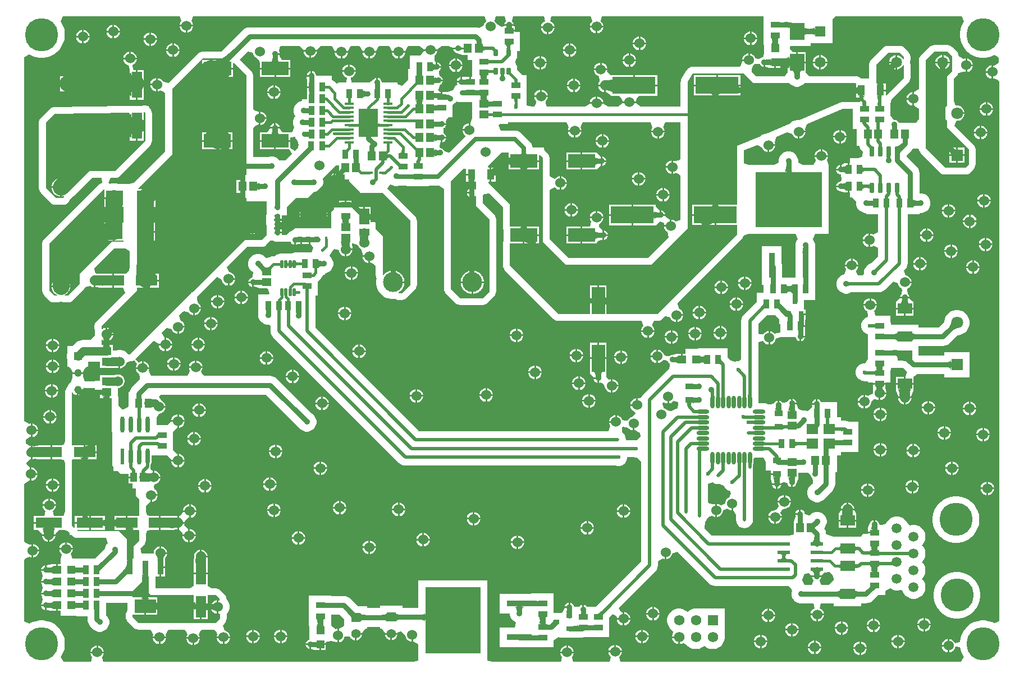
<source format=gtl>
%FSLAX23Y23*%
%MOIN*%
%SFA1B1*%

%IPPOS*%
%AMD20*
4,1,8,-0.009800,-0.019700,0.009800,-0.019700,0.011800,-0.017700,0.011800,0.017700,0.009800,0.019700,-0.009800,0.019700,-0.011800,0.017700,-0.011800,-0.017700,-0.009800,-0.019700,0.0*
1,1,0.004020,-0.009800,-0.017700*
1,1,0.004020,0.009800,-0.017700*
1,1,0.004020,0.009800,0.017700*
1,1,0.004020,-0.009800,0.017700*
%
%AMD33*
4,1,8,-0.011800,0.036900,-0.011800,-0.036900,0.000000,-0.048800,0.000000,-0.048800,0.011800,-0.036900,0.011800,0.036900,0.000000,0.048800,0.000000,0.048800,-0.011800,0.036900,0.0*
1,1,0.023680,0.000000,0.036900*
1,1,0.023680,0.000000,-0.036900*
1,1,0.023680,0.000000,-0.036900*
1,1,0.023680,0.000000,0.036900*
%
%AMD36*
4,1,8,-0.009800,-0.028500,0.009800,-0.028500,0.011800,-0.026500,0.011800,0.026500,0.009800,0.028500,-0.009800,0.028500,-0.011800,0.026500,-0.011800,-0.026500,-0.009800,-0.028500,0.0*
1,1,0.004020,-0.009800,-0.026500*
1,1,0.004020,0.009800,-0.026500*
1,1,0.004020,0.009800,0.026500*
1,1,0.004020,-0.009800,0.026500*
%
%AMD37*
4,1,8,-0.006900,-0.022600,0.006900,-0.022600,0.008900,-0.020700,0.008900,0.020700,0.006900,0.022600,-0.006900,0.022600,-0.008900,0.020700,-0.008900,-0.020700,-0.006900,-0.022600,0.0*
1,1,0.003900,-0.006900,-0.020700*
1,1,0.003900,0.006900,-0.020700*
1,1,0.003900,0.006900,0.020700*
1,1,0.003900,-0.006900,0.020700*
%
%AMD44*
4,1,8,0.012100,0.007700,-0.012100,0.007700,-0.019800,0.000000,-0.019800,0.000000,-0.012100,-0.007700,0.012100,-0.007700,0.019800,0.000000,0.019800,0.000000,0.012100,0.007700,0.0*
1,1,0.015460,0.012100,0.000000*
1,1,0.015460,-0.012100,0.000000*
1,1,0.015460,-0.012100,0.000000*
1,1,0.015460,0.012100,0.000000*
%
%AMD51*
4,1,8,-0.026300,-0.008100,0.026300,-0.008100,0.028300,-0.006000,0.028300,0.006000,0.026300,0.008100,-0.026300,0.008100,-0.028300,0.006000,-0.028300,-0.006000,-0.026300,-0.008100,0.0*
1,1,0.004040,-0.026300,-0.006000*
1,1,0.004040,0.026300,-0.006000*
1,1,0.004040,0.026300,0.006000*
1,1,0.004040,-0.026300,0.006000*
%
%ADD17R,0.051360X0.057330*%
%ADD18R,0.057330X0.051360*%
%ADD19R,0.066930X0.059060*%
G04~CAMADD=20~8~0.0~0.0~236.2~393.7~20.1~0.0~15~0.0~0.0~0.0~0.0~0~0.0~0.0~0.0~0.0~0~0.0~0.0~0.0~180.0~237.0~394.0*
%ADD20D20*%
%ADD21R,0.157480X0.062990*%
%ADD22R,0.043310X0.053150*%
%ADD23R,0.062990X0.125980*%
%ADD24R,0.047490X0.037650*%
%ADD25R,0.085830X0.063780*%
%ADD26R,0.086610X0.098430*%
%ADD27R,0.047240X0.047240*%
%ADD28R,0.330710X0.397640*%
%ADD29R,0.151580X0.037400*%
%ADD30R,0.035430X0.031500*%
%ADD31R,0.077950X0.020870*%
%ADD32R,0.023670X0.097520*%
G04~CAMADD=33~8~0.0~0.0~975.2~236.7~118.4~0.0~15~0.0~0.0~0.0~0.0~0~0.0~0.0~0.0~0.0~0~0.0~0.0~0.0~90.0~238.0~975.0*
%ADD33D33*%
%ADD34R,0.037400X0.084650*%
%ADD35R,0.127950X0.084650*%
G04~CAMADD=36~8~0.0~0.0~236.2~570.9~20.1~0.0~15~0.0~0.0~0.0~0.0~0~0.0~0.0~0.0~0.0~0~0.0~0.0~0.0~180.0~236.0~570.0*
%ADD36D36*%
G04~CAMADD=37~8~0.0~0.0~177.2~452.8~19.5~0.0~15~0.0~0.0~0.0~0.0~0~0.0~0.0~0.0~0.0~0~0.0~0.0~0.0~180.0~178.0~453.0*
%ADD37D37*%
%ADD38O,0.023620X0.076770*%
%ADD39O,0.076770X0.023620*%
%ADD40R,0.255910X0.102360*%
%ADD41R,0.255910X0.098430*%
%ADD42R,0.161420X0.078740*%
%ADD43R,0.039590X0.015450*%
G04~CAMADD=44~8~0.0~0.0~395.9~154.5~77.3~0.0~15~0.0~0.0~0.0~0.0~0~0.0~0.0~0.0~0.0~0~0.0~0.0~0.0~0.0~395.9~154.5*
%ADD44D44*%
%ADD45R,0.059060X0.094490*%
%ADD46R,0.059060X0.041340*%
%ADD47R,0.016140X0.032280*%
%ADD48C,0.143890*%
%ADD49R,0.043310X0.064960*%
%ADD50R,0.053150X0.033470*%
G04~CAMADD=51~8~0.0~0.0~566.9~161.4~20.2~0.0~15~0.0~0.0~0.0~0.0~0~0.0~0.0~0.0~0.0~0~0.0~0.0~0.0~180.0~568.0~162.0*
%ADD51D51*%
%ADD52R,0.033470X0.053150*%
%ADD53R,0.125980X0.062990*%
%ADD54R,0.032280X0.016140*%
%ADD55R,0.078740X0.161420*%
%ADD56R,0.047240X0.047240*%
%ADD57R,0.031500X0.035430*%
%ADD58R,0.037400X0.151580*%
%ADD59R,0.397640X0.330710*%
%ADD60R,0.098430X0.086610*%
%ADD61R,0.062990X0.157480*%
%ADD90R,0.055120X0.055120*%
%ADD91C,0.055120*%
%ADD92R,0.061810X0.061810*%
%ADD93C,0.061810*%
%ADD95R,0.118110X0.165350*%
%ADD96C,0.030000*%
%ADD97C,0.060000*%
%ADD98C,0.045000*%
%ADD99C,0.025000*%
%ADD100C,0.015000*%
%ADD101C,0.008000*%
%ADD102C,0.020000*%
%ADD103C,0.100000*%
%ADD104C,0.050000*%
%ADD105C,0.059060*%
%ADD106C,0.196850*%
%ADD107C,0.045980*%
%ADD108R,0.045980X0.045980*%
%ADD109C,0.064960*%
%ADD110R,0.064960X0.064960*%
%ADD111C,0.118110*%
%ADD112R,0.070870X0.070870*%
%ADD113C,0.070870*%
%ADD114C,0.088580*%
%ADD115C,0.035430*%
%ADD116C,0.060000*%
%ADD117C,0.017720*%
%ADD118C,0.023620*%
%ADD119C,0.030000*%
%LNpcb1-1*%
%LPD*%
G36*
X5523Y4795D02*
Y4730D01*
X5526*
Y4684*
X5522Y4662*
X5495Y4647*
X5473Y4651*
X5472Y4655*
X5467Y4664*
X5459Y4672*
X5450Y4677*
X5440Y4680*
X5440*
Y4640*
X5435*
Y4635*
X5395*
Y4634*
X5396Y4630*
X5387Y4612*
X5377Y4600*
X5100*
X5095Y4599*
X5090Y4599*
X5089Y4599*
X5089Y4598*
X5085Y4597*
X5080Y4595*
X5080Y4595*
X5079Y4594*
X5075Y4591*
X5071Y4589*
X5071Y4588*
X5071Y4588*
X5068Y4584*
X5065Y4580*
X5035Y4530*
X5035Y4530*
X5035Y4530*
X5033Y4525*
X5031Y4521*
X5031Y4520*
X5031Y4520*
X5030Y4515*
X5029Y4510*
X5029Y4510*
X5029Y4510*
Y4490*
Y4365*
X4790*
X4765Y4384*
Y4385*
X4685*
Y4384*
X4659Y4365*
X4597*
X4570Y4379*
Y4380*
X4490*
Y4379*
X4462Y4365*
X4236*
X4228Y4384*
X4227Y4395*
X4232Y4400*
X4237Y4409*
X4240Y4419*
Y4420*
X4160*
Y4419*
X4162Y4409*
X4167Y4400*
X4173Y4395*
X4171Y4384*
X4163Y4365*
X4144*
X4116Y4370*
Y4435*
Y4549*
X4091*
X4083Y4558*
X4059Y4583*
Y4593*
X4058Y4604*
X4053Y4614*
X4049Y4630*
X4053Y4645*
X4058Y4655*
X4059Y4666*
Y4693*
X4076*
Y4806*
X4046*
Y4809*
X4010*
Y4819*
X4046*
Y4841*
X4041*
X4038Y4845*
X4025*
X4025Y4836*
X4026Y4834*
X4026Y4833*
X4027Y4832*
X4027Y4831*
X4028Y4831*
X3991*
X3992Y4831*
X3992Y4832*
X3993Y4833*
X3993Y4834*
X3994Y4836*
X3994Y4838*
X3994Y4843*
X3994Y4845*
X3981*
X3978Y4841*
X3973*
Y4838*
X3970Y4837*
X3962Y4839*
X3937Y4855*
X3932Y4864*
X3924Y4871*
X3924Y4873*
X3933Y4901*
X3984*
X3992Y4874*
X3992Y4871*
X3987Y4867*
X3984Y4860*
X3982Y4855*
X4037*
X4035Y4860*
X4032Y4867*
X4027Y4871*
X4027Y4874*
X4035Y4901*
X4218*
X4224Y4872*
X4215Y4867*
X4207Y4859*
X4202Y4850*
X4200Y4840*
Y4840*
X4280*
Y4840*
X4277Y4850*
X4272Y4859*
X4264Y4867*
X4255Y4872*
X4261Y4901*
X4496*
X4505Y4873*
X4505Y4871*
X4497Y4864*
X4492Y4855*
X4490Y4845*
Y4845*
X4570*
Y4845*
X4567Y4855*
X4562Y4864*
X4554Y4871*
X4554Y4873*
X4563Y4901*
X5523*
Y4795*
G37*
G36*
X6711Y4871D02*
X6707Y4865D01*
X6697Y4845*
X6690Y4825*
X6687Y4803*
Y4781*
X6690Y4760*
X6697Y4739*
X6707Y4720*
X6720Y4702*
X6735Y4687*
X6753Y4674*
X6772Y4664*
X6793Y4657*
X6814Y4654*
X6836*
X6858Y4657*
X6878Y4664*
X6890Y4670*
X6912Y4661*
X6919Y4654*
X6918Y4624*
X6907Y4616*
X6890Y4608*
X6885Y4610*
X6885*
Y4570*
Y4530*
X6885*
X6890Y4531*
X6907Y4523*
X6920Y4513*
Y1309*
X6912Y1302*
X6890Y1293*
X6878Y1299*
X6858Y1305*
X6836Y1309*
X6814*
X6793Y1305*
X6772Y1299*
X6753Y1289*
X6735Y1276*
X6720Y1260*
X6707Y1243*
X6697Y1223*
X6690Y1203*
X6687Y1181*
X6687Y1181*
X6686Y1179*
X6657Y1175*
X6657Y1175*
X6652Y1184*
X6644Y1192*
X6635Y1197*
X6625Y1200*
X6625*
Y1160*
Y1120*
X6625*
X6635Y1122*
X6644Y1127*
X6652Y1135*
X6657Y1144*
X6660Y1154*
X6688Y1151*
X6689Y1149*
X6690Y1138*
X6697Y1117*
X6707Y1098*
X6711Y1093*
X6695Y1063*
X4672*
X4664Y1092*
Y1093*
X4672Y1100*
X4677Y1109*
X4680Y1119*
Y1120*
X4600*
Y1119*
X4602Y1109*
X4607Y1100*
X4615Y1093*
Y1092*
X4607Y1063*
X4395*
X4389Y1072*
X4384Y1093*
X4387Y1095*
X4392Y1104*
X4395Y1114*
Y1115*
X4315*
Y1114*
X4317Y1104*
X4322Y1095*
X4325Y1093*
X4320Y1072*
X4314Y1063*
X3910*
X3883Y1071*
Y1093*
Y1548*
X3472*
Y1384*
X3379*
Y1396*
X3244*
Y1383*
X3167*
Y1395*
X3110*
X3067Y1439*
X3056Y1448*
X3042Y1453*
X3028Y1455*
X2956*
Y1456*
X2823*
Y1343*
Y1278*
X2826*
Y1196*
X2820Y1194*
X2814Y1190*
X2809Y1185*
X2805Y1179*
X2803Y1173*
X2831*
Y1168*
X2836*
Y1140*
X2856Y1135*
X2885*
Y1168*
X2890*
Y1173*
X2923*
Y1182*
X2953Y1187*
X2974Y1183*
X2981Y1182*
X2989Y1180*
X2990*
Y1220*
Y1260*
X2989*
X2983Y1258*
X2979Y1260*
X2956Y1278*
Y1344*
X3005*
X3032Y1317*
Y1279*
X3023Y1270*
X3003Y1259*
X3000Y1260*
X3000*
Y1220*
Y1180*
X3000*
X3010Y1182*
X3019Y1187*
X3027Y1195*
X3032Y1204*
X3035Y1214*
X3065Y1215*
Y1215*
X3069Y1206*
X3076Y1199*
X3085Y1195*
X3095Y1192*
Y1230*
X3100*
Y1235*
X3137*
X3154Y1257*
X3160Y1260*
X3167*
Y1272*
X3244*
Y1261*
X3251*
X3257Y1258*
X3274Y1235*
X3311*
X3349*
X3353Y1241*
X3367Y1243*
X3374Y1240*
X3395Y1219*
X3397Y1209*
X3402Y1200*
X3410Y1192*
X3419Y1187*
X3429Y1185*
X3430*
Y1225*
X3440*
Y1185*
X3440*
X3442Y1185*
X3463Y1174*
X3472Y1166*
Y1093*
Y1071*
X3446Y1063*
X1605*
X1599Y1072*
X1594Y1093*
X1597Y1095*
X1602Y1104*
X1605Y1114*
Y1115*
X1525*
Y1114*
X1527Y1104*
X1532Y1095*
X1535Y1093*
X1530Y1072*
X1524Y1063*
X1365*
X1349Y1093*
X1353Y1098*
X1363Y1117*
X1370Y1138*
X1373Y1159*
Y1181*
X1370Y1203*
X1363Y1223*
X1353Y1243*
X1340Y1260*
X1325Y1276*
X1307Y1289*
X1288Y1299*
X1267Y1305*
X1246Y1309*
X1224*
X1202Y1305*
X1182Y1299*
X1162Y1289*
X1133Y1304*
Y1672*
X1140Y1679*
X1163Y1688*
X1164Y1687*
X1174Y1685*
X1175*
Y1725*
Y1765*
X1174*
X1164Y1762*
X1163Y1761*
X1140Y1770*
X1133Y1777*
Y2120*
X1140Y2128*
X1163Y2140*
X1164Y2140*
X1165*
Y2180*
Y2220*
X1164*
X1146Y2241*
X1145Y2247*
X1151Y2254*
X1169Y2267*
X1170*
Y2307*
Y2347*
X1169*
X1165Y2346*
X1140Y2362*
X1140Y2384*
X1165Y2401*
X1169Y2400*
X1170*
Y2440*
Y2480*
X1169*
X1163Y2478*
X1150Y2483*
X1133Y2495*
Y4658*
X1162Y4674*
X1182Y4664*
X1202Y4657*
X1224Y4654*
X1246*
X1267Y4657*
X1288Y4664*
X1307Y4674*
X1325Y4687*
X1340Y4702*
X1353Y4720*
X1363Y4739*
X1370Y4760*
X1373Y4781*
Y4803*
X1370Y4825*
X1363Y4845*
X1353Y4865*
X1349Y4871*
X1363Y4901*
X2054*
X2059Y4893*
X2065Y4871*
X2062Y4869*
X2057Y4860*
X2055Y4850*
Y4850*
X2135*
Y4850*
X2132Y4860*
X2127Y4869*
X2124Y4871*
X2130Y4893*
X2135Y4901*
X3866*
X3875Y4873*
X3875Y4871*
X3867Y4864*
X3862Y4855*
X3860Y4848*
X3853Y4841*
X3832Y4830*
X3831Y4830*
X3824Y4833*
X3810Y4835*
X2470*
X2455Y4833*
X2442Y4828*
X2430Y4819*
X2301Y4690*
X2190*
X2179Y4688*
X2169Y4684*
X2161Y4678*
X1988Y4505*
X1963Y4509*
X1962Y4509*
X1955Y4513*
X1952Y4519*
X1944Y4527*
X1935Y4532*
X1925Y4535*
X1925*
Y4495*
Y4455*
X1925*
X1935Y4457*
X1939Y4460*
X1957Y4454*
X1969Y4445*
Y4096*
X1783Y3910*
X1756Y3903*
X1692*
X1682Y3906*
X1664Y3907*
X1647Y3906*
X1641Y3904*
X1630Y3910*
X1644Y3939*
X1670*
X1680Y3941*
X1690Y3945*
X1698Y3951*
X1878Y4131*
X1884Y4139*
X1888Y4149*
X1890Y4160*
Y4249*
X1890Y4250*
X1890Y4250*
Y4326*
X1890Y4326*
X1890Y4326*
X1889Y4331*
X1888Y4336*
X1888Y4337*
X1888Y4337*
X1886Y4341*
X1884Y4346*
X1884Y4346*
X1884Y4347*
X1881Y4350*
X1878Y4354*
X1878Y4355*
X1878Y4355*
X1874Y4358*
X1874Y4359*
X1874Y4359*
X1871Y4361*
Y4368*
X1845Y4370*
X1845Y4370*
X1845Y4370*
X1840Y4370*
X1835Y4369*
X1831Y4368*
X1728*
Y4368*
X1309Y4360*
X1304Y4359*
X1299Y4358*
X1299Y4358*
X1298Y4358*
X1294Y4356*
X1289Y4354*
X1289Y4354*
X1289Y4354*
X1285Y4351*
X1281Y4348*
X1231Y4298*
X1225Y4290*
X1221Y4280*
X1219Y4270*
Y3880*
X1221Y3869*
X1225Y3859*
X1231Y3851*
X1291Y3791*
X1299Y3785*
X1309Y3781*
X1320Y3779*
X1360*
X1370Y3781*
X1380Y3785*
X1388Y3791*
X1397Y3800*
X1403Y3808*
X1406Y3815*
X1413Y3821*
X1422Y3829*
X1426Y3831*
X1434Y3837*
X1536Y3939*
X1590*
X1592Y3938*
X1594Y3912*
X1591Y3909*
X1594Y3911*
X1589Y3908*
X1579Y3904*
X1571Y3898*
X1251Y3578*
X1245Y3570*
X1241Y3560*
X1239Y3550*
Y3270*
X1241Y3259*
X1245Y3249*
X1251Y3241*
X1281Y3211*
X1289Y3205*
X1299Y3201*
X1310Y3199*
X1326*
X1336Y3201*
X1345Y3204*
X1350Y3204*
X1354Y3204*
X1363Y3201*
X1373Y3199*
X1390*
X1400Y3201*
X1410Y3205*
X1418Y3211*
X1488Y3281*
X1494Y3289*
X1521Y3296*
X1521Y3296*
X1528Y3296*
X1534Y3292*
X1544Y3290*
X1545*
Y3330*
X1550*
Y3360*
X1598Y3361*
Y3298*
X1598Y3298*
X1596Y3299*
X1594Y3299*
X1574Y3299*
X1555Y3299*
Y3290*
X1555*
X1558Y3290*
X1588Y3288*
X1656*
Y3330*
Y3371*
X1588*
X1558Y3369*
X1552Y3380*
X1547Y3400*
X1666Y3519*
X1720*
X1729Y3520*
X1730Y3520*
X1754Y3507*
X1759Y3502*
Y3401*
X1755*
Y3392*
X1734Y3371*
X1725*
X1666*
Y3330*
Y3288*
X1719*
X1731Y3258*
X1561Y3088*
X1555Y3080*
X1551Y3070*
X1549Y3060*
Y3043*
X1550Y3040*
Y3037*
X1550Y3035*
X1551Y3032*
X1552Y3030*
X1552Y3028*
X1550Y3016*
Y3003*
X1529Y2978*
X1521Y2977*
X1481*
X1468Y2975*
X1456Y2972*
X1445Y2966*
X1435Y2957*
X1420Y2942*
X1387*
Y2896*
X1385Y2892*
X1384Y2880*
X1385Y2867*
X1387Y2863*
Y2817*
X1399*
X1407Y2807*
X1417Y2787*
X1417Y2785*
X1450*
X1482*
X1482Y2787*
X1492Y2807*
X1500Y2817*
X1512*
Y2846*
X1551*
Y2846*
X1581*
Y2812*
X1658*
X1687Y2809*
X1692Y2808*
X1692*
Y2823*
X1648Y2822*
Y2873*
X1649Y2873*
X1650Y2873*
X1680Y2873*
X1697Y2873*
Y2848*
X1702*
Y2808*
X1703*
X1713Y2811*
X1722Y2816*
X1729Y2823*
X1735Y2832*
X1742Y2844*
X1760Y2849*
X1770Y2851*
X1780Y2855*
X1784Y2858*
X1803Y2835*
X1802Y2834*
X1797Y2825*
X1795Y2815*
Y2815*
X1830*
Y2850*
X1829*
X1819Y2847*
X1810Y2842*
X1791Y2863*
X1899Y2972*
X1903Y2971*
X1930Y2955*
Y2955*
X1965*
Y2990*
X1964*
X1948Y3016*
X1947Y3020*
X1975Y3048*
X1980Y3048*
X2007Y3039*
X2012Y3030*
X2020Y3022*
X2029Y3017*
X2039Y3015*
X2040*
Y3055*
X2045*
Y3060*
X2085*
Y3060*
X2082Y3070*
X2077Y3079*
X2069Y3087*
X2060Y3092*
X2051Y3119*
X2051Y3124*
X2072Y3145*
X2080Y3146*
X2107Y3140*
X2115Y3132*
X2124Y3127*
X2134Y3125*
X2135*
Y3165*
X2140*
Y3170*
X2180*
Y3170*
X2177Y3180*
X2172Y3189*
X2164Y3197*
X2158Y3218*
X2157Y3222*
X2158Y3231*
X2276Y3349*
X2278Y3349*
X2305Y3335*
Y3334*
X2307Y3324*
X2312Y3315*
X2320Y3307*
X2329Y3302*
X2339Y3300*
X2340*
Y3340*
X2345*
Y3345*
X2385*
Y3345*
X2382Y3355*
X2377Y3364*
X2369Y3372*
X2360Y3377*
X2350Y3380*
X2349*
X2335Y3406*
X2335Y3408*
X2456Y3529*
X2540*
X2550Y3531*
X2560Y3535*
X2568Y3541*
X2593Y3566*
X2609*
X2622Y3561*
X2636Y3559*
X2651Y3561*
X2651Y3561*
X2652Y3561*
X2663Y3559*
X2690*
X2701Y3561*
X2714Y3559*
X2717Y3552*
X2722Y3547*
X2727Y3545*
X2729Y3544*
X2735Y3542*
Y3570*
X2743*
Y3588*
X2767Y3589*
Y3557*
X2766Y3557*
X2766Y3557*
X2764Y3557*
X2761Y3557*
X2745Y3558*
Y3542*
X2750Y3544*
X2753Y3545*
X2756Y3546*
X2770*
Y3573*
X2780*
Y3546*
X2800*
X2820*
Y3573*
X2830*
Y3546*
X2830*
X2837Y3541*
X2849Y3525*
X2838Y3496*
X2740*
X2718Y3490*
X2704*
X2698Y3489*
X2692Y3490*
X2678*
X2672Y3489*
X2666Y3490*
X2653*
X2642Y3488*
X2631Y3484*
X2623Y3477*
X2621Y3475*
X2613*
X2601Y3473*
X2589Y3468*
X2566Y3465*
X2555Y3476*
X2542Y3483*
X2527Y3487*
X2512*
X2497Y3483*
X2484Y3476*
X2473Y3465*
X2466Y3452*
X2462Y3437*
Y3422*
X2466Y3407*
X2473Y3394*
X2484Y3383*
X2492Y3379*
X2493Y3377*
X2488Y3355*
X2484Y3347*
X2479Y3345*
X2472Y3342*
X2467Y3337*
X2464Y3330*
X2462Y3325*
X2490*
Y3320*
X2495*
Y3292*
X2500Y3294*
X2501Y3294*
X2531Y3284*
X2576*
X2583Y3275*
X2589Y3253*
X2584Y3246*
X2523*
Y3143*
Y3136*
X2522Y3132*
Y3132*
Y3117*
X2523Y3113*
X2523*
X2526Y3103*
X2533Y3089*
X2544Y3079*
X2557Y3071*
X2572Y3067*
X2587*
X2594Y3062*
Y3030*
X2596Y3016*
X2601Y3004*
X2609Y2994*
X3359Y2244*
X3369Y2236*
X3381Y2231*
X3395Y2229*
X4648*
X4653Y2228*
X4666*
X4680Y2231*
X4691Y2238*
X4701Y2248*
X4708Y2260*
X4711Y2273*
Y2279*
X4753*
X4758Y2278*
X4771*
X4794Y2254*
Y1658*
X4525Y1389*
X4473*
X4473Y1389*
X4472Y1391*
X4467Y1396*
X4460Y1399*
X4455Y1401*
Y1374*
X4445*
Y1401*
X4439Y1399*
X4432Y1396*
X4427Y1391*
X4427Y1390*
X4427Y1389*
X4405Y1391*
X4396Y1394*
X4395Y1399*
X4391Y1405*
X4386Y1410*
X4380Y1414*
X4374Y1415*
Y1388*
X4369*
Y1383*
X4340*
X4330Y1363*
X4322Y1355*
X4276*
Y1469*
X4143*
Y1468*
X3954*
Y1351*
X4014*
Y1344*
X4018Y1330*
X4026Y1317*
X4037Y1306*
X4050Y1298*
X4046Y1268*
X3954*
Y1151*
X4143*
Y1150*
X4276*
Y1189*
X4306Y1209*
X4311Y1206*
X4427*
Y1207*
X4445*
X4459Y1209*
X4463Y1210*
X4606*
Y1275*
Y1327*
X4626Y1347*
X4638Y1341*
X4651Y1330*
X4650Y1325*
Y1325*
X4685*
Y1360*
X4684*
X4680Y1358*
X4668Y1371*
X4662Y1383*
X4880Y1601*
X4888Y1612*
X4893Y1624*
X4895Y1637*
Y1661*
X4899Y1665*
X4924Y1677*
X4934Y1675*
X4935*
Y1715*
X4945*
Y1675*
X4945*
X4955Y1677*
X4964Y1682*
X4972Y1690*
X4977Y1699*
X4979Y1706*
X4988Y1712*
X5010Y1718*
X5199Y1529*
X5209Y1521*
X5221Y1516*
X5235Y1514*
X5673*
X5684Y1500*
X5691Y1484*
X5689Y1474*
Y1459*
X5693Y1444*
X5700Y1431*
X5711Y1420*
X5724Y1413*
X5739Y1409*
X5754*
X5762Y1411*
X5817*
X5824Y1382*
X5815Y1377*
X5807Y1369*
X5802Y1360*
X5800Y1350*
Y1350*
X5880*
Y1350*
X5877Y1360*
X5872Y1369*
X5864Y1377*
X5855Y1382*
X5862Y1411*
X5937*
Y1395*
X6102*
Y1411*
X6129*
X6143Y1413*
X6157Y1418*
X6168Y1427*
X6201Y1460*
X6246*
Y1484*
X6254Y1491*
X6276Y1499*
X6280Y1496*
X6293Y1491*
X6306Y1488*
X6320*
X6334Y1491*
X6337Y1492*
X6346Y1487*
X6352Y1475*
X6359Y1463*
X6369Y1454*
X6380Y1446*
X6393Y1441*
X6406Y1438*
X6420*
X6434Y1441*
X6446Y1446*
X6458Y1454*
X6467Y1463*
X6475Y1475*
X6480Y1487*
X6483Y1501*
Y1515*
X6480Y1528*
X6475Y1541*
X6467Y1552*
X6462Y1558*
X6467Y1563*
X6475Y1575*
X6480Y1587*
X6483Y1601*
Y1615*
X6480Y1628*
X6475Y1641*
X6467Y1652*
X6462Y1658*
X6467Y1663*
X6475Y1675*
X6480Y1687*
X6483Y1701*
Y1715*
X6480Y1728*
X6475Y1741*
X6467Y1752*
X6462Y1758*
X6467Y1763*
X6475Y1775*
X6480Y1787*
X6483Y1801*
Y1815*
X6480Y1828*
X6475Y1841*
X6467Y1852*
X6458Y1862*
X6446Y1869*
X6434Y1875*
X6420Y1877*
X6406*
X6393Y1875*
X6375Y1891*
X6367Y1902*
X6358Y1912*
X6346Y1919*
X6334Y1925*
X6320Y1927*
X6306*
X6293Y1925*
X6280Y1919*
X6269Y1912*
X6259Y1902*
X6252Y1891*
X6250Y1886*
X6228Y1877*
X6215Y1876*
X6207Y1883*
X6205Y1890*
X6202Y1897*
X6197Y1902*
X6190Y1905*
X6185Y1907*
Y1880*
X6175*
Y1907*
X6169Y1905*
X6162Y1902*
X6157Y1897*
X6154Y1890*
X6152Y1885*
X6143Y1859*
Y1837*
X6180*
Y1827*
X6143*
Y1824*
X6113*
X6102Y1808*
X5937*
X5916Y1815*
X5892Y1824*
X5890Y1839*
X5885Y1852*
X5881Y1857*
X5886Y1862*
X5893Y1876*
X5897Y1890*
Y1905*
X5893Y1920*
X5886Y1933*
X5875Y1944*
X5862Y1952*
X5847Y1955*
X5832*
X5817Y1952*
X5804Y1944*
X5794Y1934*
X5787Y1935*
X5765Y1945*
Y1946*
X5764Y1953*
X5760Y1959*
X5755Y1965*
X5748Y1968*
X5743Y1970*
Y1942*
X5738*
Y1937*
X5710*
X5712Y1932*
X5714Y1928*
X5713Y1924*
X5702Y1898*
X5702*
Y1837*
X5702Y1821*
X5675Y1815*
X5563*
X5215*
X5173Y1857*
X5172Y1862*
X5175Y1894*
X5183Y1904*
X5188Y1916*
X5188Y1917*
X5203Y1926*
X5215Y1930*
X5220Y1930*
X5224Y1927*
X5234Y1925*
X5235*
Y1965*
Y2005*
X5234*
X5224Y2002*
X5220Y1999*
X5202Y2005*
X5190Y2014*
Y2120*
X5219Y2130*
X5224Y2126*
X5236Y2121*
X5250Y2119*
X5255Y2120*
X5263Y2121*
X5286Y2110*
X5291Y2102*
X5294Y2098*
X5303Y2088*
X5315Y2081*
X5320Y2080*
X5327Y2063*
X5319Y2042*
X5310Y2037*
X5302Y2029*
X5297Y2020*
X5295Y2010*
Y2006*
X5293Y2005*
X5270Y1995*
X5266Y1995*
X5264Y1997*
X5255Y2002*
X5245Y2005*
X5245*
Y1965*
Y1925*
X5245*
X5255Y1927*
X5264Y1932*
X5272Y1940*
X5277Y1949*
X5280Y1959*
Y1963*
X5281Y1964*
X5304Y1974*
X5308Y1974*
X5310Y1972*
X5319Y1967*
X5329Y1965*
X5330*
Y2005*
X5340*
Y1965*
X5340*
X5358Y1938*
Y1908*
X5360Y1895*
X5365Y1883*
X5373Y1873*
X5383Y1865*
X5395Y1860*
X5408Y1858*
X5421Y1860*
X5433Y1865*
X5444Y1873*
X5452Y1883*
X5457Y1895*
X5459Y1908*
Y2233*
X5459Y2233*
X5459Y2236*
X5460Y2238*
X5462Y2247*
Y2271*
X5469Y2277*
X5522*
X5536Y2249*
Y2201*
X5566*
Y2184*
X5600*
Y2174*
X5566*
Y2165*
Y2150*
X5571Y2125*
X5628*
X5628Y2126*
X5643Y2129*
X5662Y2126*
X5664Y2119*
X5667Y2112*
X5672Y2107*
X5679Y2104*
X5685Y2102*
Y2130*
X5695*
Y2102*
X5700Y2104*
X5707Y2107*
X5712Y2112*
X5715Y2119*
X5717Y2126*
Y2127*
X5728Y2152*
X5728*
X5728*
Y2186*
X5758*
X5788Y2186*
X5796Y2181*
X5801Y2175*
X5802Y2171*
X5806Y2164*
X5809Y2160*
X5811Y2158*
X5816Y2136*
X5816Y2125*
X5812Y2120*
X5804Y2116*
X5793Y2105*
X5786Y2092*
X5782Y2077*
Y2062*
X5786Y2047*
X5793Y2034*
X5804Y2023*
X5817Y2016*
X5832Y2012*
X5847*
X5862Y2016*
X5875Y2023*
X5886Y2034*
X5890Y2042*
X5930Y2082*
X5939Y2093*
X5945Y2107*
X5947Y2121*
Y2191*
X5957*
Y2290*
X5983*
Y2310*
X6086*
Y2375*
Y2489*
X6032*
X6031Y2490*
X6018Y2495*
X6005Y2497*
X5983*
Y2516*
X5959*
Y2606*
X5863*
X5863Y2608*
X5859Y2614*
X5854Y2619*
X5848Y2623*
X5842Y2624*
Y2597*
X5837*
Y2592*
X5809*
X5810Y2576*
X5788Y2557*
X5782Y2553*
X5780Y2554*
X5767Y2557*
X5752*
X5728Y2567*
X5718Y2594*
X5690*
Y2599*
X5685*
Y2626*
X5679Y2624*
X5672Y2621*
X5667Y2616*
X5664Y2609*
X5664Y2609*
X5648Y2604*
X5644Y2604*
X5633Y2604*
X5632Y2606*
X5627Y2611*
X5620Y2615*
X5615Y2617*
Y2589*
X5605*
Y2617*
X5599Y2615*
X5592Y2611*
X5587Y2606*
X5585Y2602*
X5578Y2598*
X5560Y2593*
X5552Y2593*
X5549Y2595*
X5536Y2600*
X5522Y2602*
X5492*
Y2632*
X5490Y2646*
X5490Y2646*
Y2964*
X5501Y2968*
X5520Y2969*
X5522Y2965*
X5530Y2957*
X5539Y2952*
X5549Y2950*
X5550*
Y2990*
Y3030*
X5549*
X5539Y3027*
X5530Y3022*
X5522Y3014*
X5520Y3010*
X5501Y3011*
X5490Y3015*
Y3071*
X5542Y3123*
X5590*
X5614Y3099*
Y3072*
X5620*
Y3023*
X5617Y3021*
X5587Y3014*
X5579Y3022*
X5570Y3027*
X5560Y3030*
X5560*
Y2990*
Y2950*
X5560*
X5570Y2952*
X5579Y2957*
X5587Y2965*
X5592Y2974*
X5594Y2983*
X5613Y2990*
X5621Y2993*
X5625*
X5713*
X5714Y2986*
X5718Y2980*
X5723Y2975*
X5730Y2971*
X5735Y2969*
Y2997*
X5740*
Y3002*
X5768*
X5769Y3023*
Y3055*
X5742*
Y3065*
X5769*
Y3096*
X5770Y3102*
Y3125*
X5744*
Y3135*
X5770*
Y3157*
X5763*
Y3213*
X5829*
Y3346*
X5828*
Y3535*
X5827*
Y3547*
X5823Y3562*
X5816Y3575*
X5815Y3576*
X5827Y3606*
X5908*
Y4015*
Y4016*
X5900Y4037*
X5897Y4046*
X5902Y4054*
X5905Y4064*
Y4065*
X5825*
Y4064*
X5827Y4054*
X5832Y4046*
X5830Y4040*
X5819Y4016*
X5754*
X5727Y4032*
Y4047*
X5723Y4062*
X5716Y4075*
X5705Y4086*
X5692Y4093*
X5677Y4097*
X5662*
X5647Y4093*
X5634Y4086*
X5623Y4075*
X5616Y4062*
X5612Y4047*
Y4032*
X5585Y4016*
X5435*
X5431*
X5405Y4026*
Y4103*
X5480Y4134*
X5487Y4133*
X5512Y4119*
X5517Y4110*
X5525Y4102*
X5534Y4097*
X5544Y4095*
X5545*
Y4135*
X5550*
Y4140*
X5590*
Y4140*
X5587Y4150*
X5595Y4178*
X5599Y4184*
X5660Y4209*
X5664Y4209*
X5692Y4199*
X5697Y4190*
X5705Y4182*
X5714Y4177*
X5724Y4175*
X5725*
Y4215*
X5730*
Y4220*
X5770*
Y4220*
X5767Y4230*
X5779Y4257*
X5782Y4261*
X5993Y4349*
X6053*
Y4295*
Y4230*
X6074*
Y4131*
X6090*
X6091Y4126*
X6096Y4114*
X6104Y4104*
X6110Y4098*
X6107Y4068*
X6084Y4056*
X6035*
Y4026*
X6032*
Y3990*
X6022*
Y4026*
X6000*
X5985Y4018*
Y4005*
X5986Y4005*
X5996Y4006*
X6000Y4006*
X6003Y4007*
X6006Y4009*
X6008Y4010*
X6009Y4012*
X6010Y4014*
X6010Y4016*
Y3963*
X6010Y3965*
X6009Y3967*
X6008Y3969*
X6006Y3970*
X6003Y3972*
X6000Y3973*
X5996Y3973*
X5991Y3974*
X5986Y3974*
X5980Y3975*
Y3990*
X5980*
Y3985*
X5952*
X5954Y3979*
X5957Y3972*
X5962Y3967*
X5969Y3964*
X5976Y3962*
X5982*
X5983Y3959*
X5986Y3927*
X5976Y3917*
X5969Y3915*
X5962Y3912*
X5957Y3907*
X5954Y3900*
X5952Y3895*
X5980*
Y3885*
X5952*
X5954Y3879*
X5957Y3872*
X5962Y3867*
X5969Y3864*
X5974Y3862*
X6000Y3853*
X6022*
Y3890*
X6032*
Y3853*
X6035*
Y3823*
X6049*
X6072Y3797*
Y3782*
X6076Y3767*
X6083Y3754*
X6094Y3743*
X6107Y3736*
X6122Y3732*
X6130*
Y3723*
X6202*
Y3616*
X6182Y3606*
X6172Y3603*
X6165Y3607*
X6155Y3610*
X6155*
Y3570*
Y3530*
X6155*
X6165Y3532*
X6172Y3536*
X6182Y3533*
X6202Y3523*
Y3473*
X6161Y3433*
X6155Y3431*
X6142Y3423*
X6131Y3412*
X6123Y3399*
X6119Y3385*
Y3369*
X6112Y3360*
X6081*
X6073Y3379*
X6072Y3390*
X6077Y3395*
X6082Y3404*
X6085Y3414*
Y3415*
X6005*
Y3414*
X6007Y3404*
X6011Y3397*
X6008Y3383*
X6000Y3366*
X5990Y3363*
X5977Y3356*
X5966Y3345*
X5958Y3332*
X5955Y3317*
Y3302*
X5958Y3287*
X5966Y3274*
X5977Y3263*
X5990Y3256*
X6005Y3252*
X6020*
X6034Y3256*
X6040Y3259*
X6205*
X6218Y3261*
X6230Y3266*
X6240Y3274*
X6290Y3323*
X6311Y3317*
X6320Y3311*
X6322Y3304*
X6327Y3295*
X6335Y3287*
X6340Y3284*
X6344Y3273*
X6342Y3252*
X6337Y3247*
X6334Y3241*
X6332Y3235*
X6387*
X6385Y3241*
X6382Y3247*
X6377Y3252*
X6375Y3273*
X6379Y3284*
X6384Y3287*
X6392Y3295*
X6397Y3304*
X6400Y3314*
Y3315*
X6360*
Y3325*
X6400*
Y3325*
X6397Y3335*
X6392Y3344*
X6384Y3352*
X6375Y3357*
X6368Y3359*
X6362Y3368*
X6356Y3390*
X6363Y3396*
X6371Y3407*
X6376Y3419*
X6377Y3432*
Y3723*
X6449*
Y3732*
X6463*
X6478Y3736*
X6491Y3743*
X6502Y3754*
X6509Y3767*
X6513Y3782*
Y3797*
X6509Y3812*
X6502Y3825*
X6491Y3836*
X6478Y3843*
X6463Y3847*
X6449*
Y3856*
X6447*
Y3967*
X6446Y3981*
X6440Y3995*
X6431Y4006*
X6370Y4067*
Y4074*
X6400Y4104*
X6408Y4114*
X6418Y4115*
X6441Y4114*
X6445Y4108*
X6446Y4104*
X6450Y4094*
X6456Y4086*
X6571Y3971*
X6579Y3965*
X6589Y3961*
X6600Y3959*
X6720*
X6730Y3961*
X6740Y3965*
X6748Y3971*
X6768Y3991*
X6774Y3999*
X6778Y4009*
X6780Y4020*
Y4110*
X6778Y4120*
X6774Y4130*
X6768Y4138*
X6656Y4250*
X6661Y4268*
X6667Y4279*
X6675Y4279*
X6687Y4282*
X6697Y4288*
X6706Y4297*
X6712Y4307*
X6715Y4319*
Y4320*
X6670*
Y4330*
X6715*
Y4330*
X6712Y4342*
X6706Y4352*
X6697Y4361*
X6687Y4367*
X6675Y4370*
X6663Y4370*
X6650Y4397*
Y4528*
X6668Y4546*
X6674Y4554*
X6676Y4559*
X6682Y4564*
X6692Y4568*
X6709Y4572*
X6719Y4570*
X6720*
Y4610*
Y4650*
X6719*
X6709Y4647*
X6684Y4659*
X6680Y4663*
Y4665*
X6678Y4675*
X6674Y4685*
X6668Y4693*
X6643Y4718*
X6635Y4724*
X6625Y4728*
X6615Y4730*
X6535*
X6524Y4728*
X6514Y4724*
X6506Y4718*
X6456Y4668*
X6450Y4660*
X6446Y4650*
X6444Y4640*
Y4470*
X6439Y4464*
X6415Y4450*
X6415*
Y4410*
Y4370*
X6415*
X6439Y4355*
X6444Y4349*
Y4291*
X6427Y4268*
X6414*
X6324*
X6324Y4268*
X6320Y4275*
X6315Y4280*
X6308Y4284*
X6301Y4285*
X6294*
X6276Y4310*
X6276Y4310*
Y4387*
X6277*
Y4401*
X6278Y4402*
X6280Y4403*
X6383Y4506*
X6389Y4514*
X6393Y4524*
X6395Y4535*
Y4609*
X6395Y4610*
X6395Y4610*
X6394Y4615*
X6393Y4620*
X6393Y4620*
X6393Y4621*
X6391Y4625*
X6391Y4627*
X6391Y4629*
X6393Y4633*
X6393Y4634*
X6393Y4634*
X6394Y4639*
X6395Y4643*
X6395Y4644*
X6395Y4645*
Y4660*
X6393Y4670*
X6389Y4680*
X6383Y4688*
X6358Y4713*
X6350Y4719*
X6340Y4723*
X6330Y4725*
X6260*
X6249Y4723*
X6239Y4719*
X6231Y4713*
X6161Y4643*
X6155Y4635*
X6151Y4625*
X6149Y4615*
Y4532*
X6098*
X6097Y4533*
X6093Y4536*
X6089Y4539*
X6089Y4539*
X6088Y4539*
X6084Y4541*
X6080Y4543*
X6079Y4543*
X6078Y4543*
X6074Y4544*
X6070Y4545*
X6069Y4545*
X6068Y4545*
X5790*
X5773Y4568*
Y4575*
Y4622*
X5720*
Y4627*
X5715*
Y4686*
X5694*
X5679Y4707*
X5677Y4716*
X5681Y4723*
X5803*
Y4740*
X5930*
Y4885*
X5953Y4901*
X6697*
X6711Y4871*
G37*
G36*
X5652Y4867D02*
X5666Y4866D01*
X5669Y4866*
X5672Y4865*
X5674Y4864*
X5675Y4863*
X5676Y4862*
X5676Y4861*
Y4822*
X5676Y4825*
X5675Y4827*
X5674Y4830*
X5672Y4832*
X5669Y4833*
X5666Y4835*
X5662Y4836*
X5657Y4836*
X5652Y4837*
X5646Y4837*
Y4867*
X5652Y4867*
G37*
G36*
X5825Y4782D02*
X5825Y4785D01*
X5824Y4787*
X5822Y4790*
X5820Y4792*
X5818Y4793*
X5814Y4795*
X5810Y4796*
X5806Y4796*
X5801Y4797*
X5795Y4797*
Y4827*
X5801Y4827*
X5806Y4828*
X5810Y4828*
X5814Y4829*
X5818Y4831*
X5820Y4832*
X5822Y4834*
X5824Y4837*
X5825Y4839*
X5825Y4842*
Y4782*
G37*
G36*
X5763Y4839D02*
X5764Y4837D01*
X5765Y4834*
X5767Y4832*
X5770Y4831*
X5773Y4829*
X5777Y4828*
X5782Y4828*
X5787Y4827*
X5793Y4827*
Y4797*
X5787Y4797*
X5782Y4796*
X5777Y4796*
X5773Y4795*
X5770Y4793*
X5767Y4792*
X5765Y4790*
X5764Y4787*
X5763Y4785*
X5763Y4782*
Y4842*
X5763Y4839*
G37*
G36*
X5614Y4770D02*
X5612Y4769D01*
X5610Y4768*
X5609Y4766*
X5607Y4763*
X5606Y4760*
X5606Y4756*
X5605Y4752*
X5605Y4749*
X5606Y4745*
X5607Y4742*
X5608Y4739*
X5609Y4737*
X5610Y4736*
X5611Y4735*
X5613Y4734*
X5566*
X5568Y4735*
X5569Y4736*
X5570Y4737*
X5571Y4739*
X5572Y4742*
X5573Y4745*
X5574Y4749*
X5574Y4751*
X5573Y4756*
X5573Y4760*
X5572Y4763*
X5570Y4766*
X5569Y4768*
X5567Y4769*
X5565Y4770*
X5563Y4770*
X5616*
X5614Y4770*
G37*
G36*
X3855Y4728D02*
X3856Y4726D01*
X3857Y4724*
X3858Y4723*
X3860Y4722*
X3862Y4721*
X3865Y4720*
X3868Y4720*
X3871Y4720*
X3875Y4720*
Y4700*
X3871Y4699*
X3868Y4699*
X3865Y4699*
X3862Y4698*
X3860Y4697*
X3858Y4696*
X3857Y4695*
X3856Y4693*
X3855Y4691*
X3855Y4690*
Y4699*
X3840Y4699*
Y4720*
X3841Y4720*
X3842Y4720*
X3845Y4720*
X3855Y4720*
Y4730*
X3855Y4728*
G37*
G36*
X3676Y4715D02*
X3707D01*
Y4705*
X3679*
X3681Y4699*
X3685Y4692*
X3690Y4687*
X3696Y4684*
X3703Y4682*
X3705*
X3730Y4671*
Y4671*
Y4671*
X3764*
Y4641*
X3793*
Y4575*
Y4539*
X3785*
Y4512*
X3775*
Y4539*
X3743*
X3732Y4540*
Y4512*
X3727*
Y4507*
X3700*
X3701Y4501*
X3704Y4496*
X3704Y4495*
X3693Y4486*
X3684Y4475*
X3678Y4461*
X3677Y4459*
X3646Y4449*
X3615*
Y4422*
X3605*
Y4449*
X3601*
X3589Y4462*
X3589Y4463*
X3590Y4467*
X3600Y4494*
X3607Y4497*
X3612Y4502*
X3615Y4509*
X3617Y4515*
X3590*
Y4505*
X3585Y4504*
X3578Y4504*
X3575Y4503*
X3572Y4503*
X3570Y4502*
X3569Y4501*
X3568Y4500*
X3567Y4498*
X3567Y4497*
Y4542*
X3567Y4541*
X3568Y4539*
X3569Y4538*
X3570Y4537*
X3572Y4536*
X3575Y4536*
X3578Y4535*
X3581Y4535*
X3585Y4535*
X3590Y4535*
Y4525*
X3617*
X3615Y4530*
X3612Y4537*
X3607Y4542*
X3600Y4545*
X3599Y4546*
X3594Y4561*
X3594Y4562*
X3595Y4576*
X3597Y4577*
X3602Y4582*
X3605Y4589*
X3607Y4595*
X3580*
Y4585*
X3576Y4584*
X3569Y4584*
X3566Y4584*
X3564Y4583*
X3562Y4582*
X3560Y4582*
X3559Y4581*
X3559Y4580*
X3559Y4579*
Y4620*
X3559Y4619*
X3559Y4618*
X3560Y4617*
X3562Y4617*
X3564Y4616*
X3566Y4615*
X3569Y4615*
X3572Y4615*
X3575Y4615*
Y4629*
X3569Y4636*
X3567Y4666*
X3569Y4667*
X3577Y4675*
X3582Y4684*
X3585Y4694*
Y4695*
X3505*
Y4694*
X3489Y4671*
X3483Y4666*
X3420*
Y4588*
X3412*
Y4522*
X3376Y4486*
X3349Y4497*
Y4506*
X3255*
Y4511*
X3253Y4518*
X3249Y4524*
X3244Y4529*
X3238Y4533*
X3232Y4534*
Y4507*
X3222*
Y4534*
X3216Y4533*
X3210Y4529*
X3205Y4524*
X3204Y4523*
X3181Y4506*
X3075*
X3071Y4536*
X3075Y4537*
Y4537*
X3077Y4538*
X3084Y4542*
X3092Y4550*
X3097Y4559*
X3100Y4569*
Y4570*
X3020*
Y4569*
X3022Y4559*
X3027Y4550*
X3035Y4542*
X3043Y4538*
X3044Y4537*
Y4537*
X3048Y4536*
X3044Y4506*
X3003*
X2987Y4500*
X2973Y4513*
X2963Y4521*
X2959Y4523*
Y4546*
X2865*
Y4551*
X2863Y4558*
X2859Y4564*
X2854Y4569*
X2848Y4573*
X2842Y4574*
Y4547*
X2837*
Y4542*
X2809*
X2810Y4516*
Y4485*
X2837*
Y4475*
X2810*
Y4443*
Y4406*
X2780*
Y4397*
X2767Y4393*
X2754Y4386*
X2743Y4375*
X2736Y4362*
X2732Y4347*
Y4332*
X2736Y4317*
X2741Y4308*
X2738Y4305*
X2731Y4292*
X2727Y4277*
Y4262*
X2731Y4247*
X2735Y4240*
X2728Y4220*
X2721Y4209*
X2711Y4209*
X2710*
X2670*
X2663Y4215*
X2649Y4233*
X2592*
X2579Y4215*
X2571Y4209*
X2530*
Y4165*
X2621*
X2711*
Y4181*
X2741Y4185*
X2742Y4182*
X2743Y4178*
X2745Y4175*
X2746Y4172*
X2749Y4169*
X2750Y4166*
X2753Y4163*
X2755Y4160*
X2759Y4152*
X2762Y4134*
X2762Y4133*
X2759Y4123*
X2759Y4122*
X2738Y4101*
X2711Y4117*
Y4155*
X2626*
Y4110*
X2704*
X2720Y4084*
X2680Y4043*
X2646Y4045*
X2635Y4056*
X2622Y4063*
X2607Y4067*
X2592*
X2584Y4065*
X2490*
Y4237*
X2502Y4247*
X2520Y4256*
X2524Y4255*
X2525*
Y4295*
Y4335*
X2524*
X2520Y4333*
X2502Y4342*
X2490Y4352*
Y4550*
X2488Y4560*
X2484Y4570*
X2478Y4578*
X2412Y4644*
X2460Y4691*
X2477Y4687*
X2491Y4680*
X2492Y4674*
X2497Y4665*
X2505Y4657*
X2508Y4656*
X2516Y4650*
X2528Y4634*
X2531Y4622*
Y4595*
X2622*
X2713*
Y4639*
X2665*
X2659Y4646*
X2649Y4664*
X2649Y4669*
X2649Y4672*
X2622*
Y4682*
X2649*
X2648Y4688*
X2644Y4694*
X2644Y4694*
X2649Y4715*
X2655Y4724*
X2766*
X2770Y4722*
X2790Y4700*
Y4700*
X2870*
Y4700*
X2889Y4722*
X2893Y4724*
X2954*
X2960Y4719*
X2975Y4695*
Y4695*
X3055*
Y4695*
X3069Y4719*
X3075Y4724*
X3119*
X3125Y4719*
X3140Y4695*
Y4695*
X3220*
Y4695*
X3234Y4719*
X3240Y4724*
X3294*
X3300Y4719*
X3315Y4695*
Y4695*
X3395*
Y4695*
X3409Y4719*
X3415Y4724*
X3479*
X3505Y4705*
Y4705*
X3585*
Y4705*
X3610Y4724*
X3651*
X3676Y4715*
G37*
G36*
X4025Y4733D02*
X4023Y4732D01*
X4022Y4731*
X4021Y4730*
X4019Y4728*
X4019Y4726*
X4018Y4723*
X4017Y4720*
X4017Y4717*
X4018Y4703*
X4018Y4703*
X3996*
X3996Y4703*
X3996Y4704*
X3996Y4705*
X3996Y4706*
X3997Y4713*
X3997Y4716*
X3997Y4717*
X3997Y4720*
X3996Y4723*
X3995Y4726*
X3994Y4728*
X3993Y4730*
X3992Y4731*
X3991Y4732*
X3989Y4733*
X3987Y4733*
X4027*
X4025Y4733*
G37*
G36*
X3721Y4720D02*
X3724Y4718D01*
X3726Y4717*
X3727Y4716*
X3729Y4715*
X3730Y4714*
X3732Y4714*
X3733Y4714*
X3734Y4714*
X3735Y4714*
X3737Y4714*
X3738Y4714*
X3739Y4715*
X3739Y4715*
X3740Y4715*
X3740Y4716*
X3741Y4717*
X3741Y4718*
Y4702*
X3741Y4702*
X3740Y4703*
X3740Y4704*
X3739Y4704*
X3739Y4705*
X3738Y4705*
X3737Y4705*
X3735Y4705*
X3734Y4705*
X3733Y4705*
X3732Y4705*
X3730Y4705*
X3729Y4704*
X3727Y4703*
X3726Y4702*
X3724Y4701*
X3723Y4700*
X3721Y4699*
X3719Y4697*
Y4722*
X3721Y4720*
G37*
G36*
X4011Y4683D02*
X4011Y4683D01*
X4011Y4683*
X4011Y4682*
X4012Y4681*
X4014Y4679*
X4015Y4678*
X3999*
X4000Y4679*
X4003Y4683*
X4003Y4683*
X4003Y4683*
X4003Y4684*
X4011*
X4011Y4683*
G37*
G36*
X4014Y4676D02*
X4011Y4673D01*
X4011Y4672*
X4011Y4672*
X4011Y4672*
X4003*
X4003Y4672*
X4003Y4672*
X4003Y4673*
X4002Y4673*
X4002Y4674*
X4000Y4676*
X3999Y4677*
X4015*
X4014Y4676*
G37*
G36*
X5676Y4582D02*
X5676Y4586D01*
X5675Y4590*
X5672Y4593*
X5669Y4596*
X5666Y4598*
Y4575*
Y4568*
X5649Y4545*
X5476*
X5450Y4571*
X5450Y4583*
X5457Y4606*
X5459Y4607*
X5467Y4615*
X5468Y4618*
X5492Y4618*
X5500Y4616*
X5503Y4611*
X5508Y4606*
X5514Y4602*
X5520Y4601*
Y4628*
X5530*
Y4600*
X5556Y4595*
X5585*
Y4628*
X5590*
Y4633*
X5623*
Y4647*
X5631*
Y4649*
X5640Y4650*
X5648Y4650*
X5654Y4652*
X5660Y4653*
X5665Y4655*
X5669Y4658*
X5672Y4661*
X5675Y4664*
X5676Y4668*
X5676Y4672*
Y4582*
G37*
G36*
X6355Y4660D02*
Y4645D01*
X6350Y4643*
X6344Y4653*
X6336Y4661*
X6326Y4667*
X6316Y4669*
X6315*
Y4627*
Y4585*
X6316*
X6326Y4587*
X6336Y4593*
X6344Y4601*
X6350Y4611*
X6355Y4609*
Y4535*
X6252Y4432*
X6247Y4434*
Y4455*
X6216*
Y4460*
X6211*
Y4492*
X6194*
X6195Y4492*
X6196Y4493*
X6197Y4495*
X6198Y4497*
X6199Y4499*
X6199Y4502*
X6190*
Y4615*
X6260Y4685*
X6330*
X6355Y4660*
G37*
G36*
X2637Y4653D02*
X2638Y4648D01*
X2638Y4643*
X2639Y4640*
X2641Y4636*
X2642Y4634*
X2644Y4631*
X2647Y4630*
X2649Y4629*
X2652Y4629*
X2592*
X2595Y4629*
X2597Y4630*
X2600Y4631*
X2602Y4634*
X2603Y4636*
X2605Y4640*
X2606Y4643*
X2606Y4648*
X2607Y4653*
X2607Y4659*
X2637*
X2637Y4653*
G37*
G36*
X5566Y4605D02*
X5566Y4606D01*
X5565Y4608*
X5563Y4609*
X5561Y4610*
X5559Y4611*
X5555Y4612*
X5551Y4612*
X5547Y4613*
X5536Y4613*
Y4643*
X5542Y4643*
X5551Y4644*
X5555Y4645*
X5559Y4645*
X5561Y4646*
X5563Y4647*
X5565Y4649*
X5566Y4650*
X5566Y4652*
Y4605*
G37*
G36*
X3869Y4568D02*
X3868Y4568D01*
X3868Y4568*
X3867Y4567*
X3866Y4567*
X3866Y4567*
X3865Y4566*
X3864Y4566*
X3864Y4565*
X3862Y4564*
X3857Y4570*
X3857Y4571*
X3858Y4572*
X3859Y4572*
X3859Y4573*
X3860Y4574*
X3860Y4574*
X3860Y4575*
X3860Y4576*
X3860Y4576*
X3869Y4568*
G37*
G36*
X5735Y4610D02*
X5735Y4609D01*
X5735Y4603*
X5735Y4578*
X5750*
X5747Y4578*
X5744Y4577*
X5742Y4575*
X5740Y4573*
X5738Y4570*
X5737Y4567*
X5736Y4563*
X5735Y4559*
X5735Y4554*
X5735Y4548*
X5705*
X5704Y4554*
X5704Y4559*
X5703Y4563*
X5702Y4567*
X5701Y4570*
X5699Y4573*
X5697Y4575*
X5695Y4577*
X5692Y4578*
X5690Y4578*
X5704*
X5704Y4611*
X5735*
X5735Y4610*
G37*
G36*
X3493Y4573D02*
X3493Y4572D01*
X3493Y4570*
X3493Y4558*
X3493Y4543*
X3463*
X3463Y4549*
X3461Y4572*
X3461Y4573*
X3460Y4573*
X3494*
X3493Y4573*
G37*
G36*
X3875Y4553D02*
X3875Y4550D01*
X3886*
X3884Y4550*
X3882Y4549*
X3880Y4548*
X3879Y4546*
X3877Y4543*
X3876Y4540*
X3876Y4540*
X3876Y4539*
X3877Y4536*
X3879Y4533*
X3880Y4531*
X3882Y4530*
X3884Y4529*
X3886Y4529*
X3875*
X3875Y4526*
X3875Y4520*
X3845*
X3844Y4526*
X3844Y4529*
X3833*
X3835Y4529*
X3837Y4530*
X3839Y4531*
X3840Y4533*
X3842Y4536*
X3843Y4539*
X3843Y4540*
X3843Y4540*
X3842Y4543*
X3840Y4546*
X3839Y4548*
X3837Y4549*
X3835Y4550*
X3833Y4550*
X3844*
X3844Y4553*
X3845Y4559*
X3875*
X3875Y4553*
G37*
G36*
X4057Y4521D02*
X4057Y4518D01*
X4058Y4516*
X4058Y4514*
X4059Y4512*
X4060Y4511*
X4061Y4510*
X4062Y4509*
X4063Y4509*
X4065Y4509*
X4035*
X4036Y4509*
X4037Y4509*
X4038Y4510*
X4039Y4511*
X4040Y4512*
X4041Y4514*
X4041Y4516*
X4042Y4518*
X4042Y4521*
X4042Y4524*
X4057*
X4057Y4521*
G37*
G36*
X3478Y4505D02*
X3477Y4504D01*
X3475Y4504*
X3474Y4503*
X3472Y4501*
X3467Y4497*
X3457Y4488*
X3453Y4484*
X3442Y4494*
X3446Y4498*
X3461Y4515*
X3462Y4517*
X3463Y4518*
X3463Y4520*
X3478Y4505*
G37*
G36*
X3598Y4439D02*
X3602Y4435D01*
X3602Y4435*
X3603Y4434*
X3603Y4434*
X3602Y4434*
X3602Y4434*
Y4426*
X3602Y4425*
X3603Y4425*
X3603Y4425*
X3602Y4424*
X3602Y4424*
X3601Y4423*
X3601Y4422*
X3598Y4420*
X3597Y4418*
Y4441*
X3598Y4439*
G37*
G36*
X3141Y4464D02*
X3142Y4462D01*
X3144Y4460*
X3146Y4459*
X3148Y4457*
X3151Y4456*
X3155Y4456*
X3159Y4455*
X3164Y4455*
X3170Y4455*
Y4425*
X3164Y4424*
X3155Y4423*
X3151Y4423*
X3148Y4422*
X3146Y4420*
X3144Y4419*
X3142Y4417*
X3141Y4415*
X3141Y4413*
Y4466*
X3141Y4464*
G37*
G36*
X6228Y4427D02*
X6226Y4426D01*
X6224Y4425*
X6223Y4424*
X6222Y4422*
X6221Y4420*
X6220Y4417*
X6220Y4414*
X6220Y4411*
X6220Y4407*
X6200*
X6199Y4411*
X6199Y4417*
X6199Y4420*
X6198Y4422*
X6198Y4424*
X6197Y4425*
X6196Y4426*
X6195Y4427*
X6194Y4427*
X6230Y4427*
X6228Y4427*
G37*
G36*
X3875Y4431D02*
X3875Y4430D01*
X3886*
X3884Y4430*
X3882Y4429*
X3880Y4428*
X3879Y4426*
X3877Y4423*
X3876Y4420*
X3876Y4419*
X3877Y4418*
X3878Y4414*
X3879Y4412*
X3881Y4409*
X3883Y4408*
X3885Y4407*
X3888Y4407*
X3875*
X3875Y4406*
X3875Y4400*
X3845*
X3844Y4406*
X3844Y4407*
X3831*
X3834Y4407*
X3836Y4408*
X3838Y4409*
X3840Y4412*
X3841Y4414*
X3842Y4418*
X3843Y4419*
X3843Y4420*
X3842Y4423*
X3840Y4426*
X3839Y4428*
X3837Y4429*
X3835Y4430*
X3833Y4430*
X3844*
X3844Y4431*
X3845Y4437*
X3875*
X3875Y4431*
G37*
G36*
X4063Y4410D02*
X4062Y4410D01*
X4061Y4409*
X4060Y4408*
X4059Y4407*
X4058Y4405*
X4058Y4403*
X4057Y4401*
X4057Y4398*
X4057Y4395*
X4042*
X4042Y4398*
X4042Y4401*
X4041Y4403*
X4041Y4405*
X4040Y4407*
X4039Y4408*
X4038Y4409*
X4037Y4410*
X4036Y4410*
X4035Y4411*
X4065*
X4063Y4410*
G37*
G36*
X3501Y4401D02*
X3500Y4400D01*
X3498Y4398*
X3497Y4396*
X3495Y4393*
X3494Y4390*
X3494Y4386*
X3493Y4382*
X3493Y4377*
X3493Y4371*
X3463*
X3463Y4377*
X3462Y4386*
X3461Y4390*
X3460Y4393*
X3459Y4396*
X3458Y4398*
X3456Y4400*
X3454Y4401*
X3452Y4401*
X3503*
X3501Y4401*
G37*
G36*
X6220Y4385D02*
X6220Y4381D01*
X6220Y4378*
X6221Y4376*
X6222Y4374*
X6223Y4372*
X6224Y4370*
X6226Y4369*
X6228Y4369*
X6230Y4369*
X6190*
X6191Y4369*
X6193Y4369*
X6195Y4370*
X6196Y4372*
X6197Y4374*
X6198Y4376*
X6199Y4378*
X6199Y4381*
X6199Y4385*
X6200Y4389*
X6220*
X6220Y4385*
G37*
G36*
X6130D02*
X6130Y4381D01*
X6130Y4378*
X6131Y4376*
X6132Y4374*
X6133Y4372*
X6134Y4370*
X6136Y4369*
X6138Y4369*
X6140Y4369*
X6100*
X6101Y4369*
X6103Y4369*
X6105Y4370*
X6106Y4372*
X6107Y4374*
X6108Y4376*
X6109Y4378*
X6109Y4381*
X6109Y4385*
X6110Y4389*
X6130*
X6130Y4385*
G37*
G36*
X4057Y4374D02*
X4057Y4369D01*
X4057Y4368*
X4058Y4368*
X4058Y4368*
X4041*
X4041Y4368*
X4042Y4368*
X4042Y4369*
X4042Y4370*
X4042Y4371*
X4042Y4373*
X4042Y4376*
X4057*
X4057Y4374*
G37*
G36*
X3183Y4304D02*
X3185Y4282D01*
X3185Y4280*
X3186Y4278*
X3187Y4277*
X3165*
X3166Y4278*
X3166Y4280*
X3167Y4282*
X3167Y4284*
X3168Y4290*
X3168Y4304*
X3168Y4310*
X3183*
X3183Y4304*
G37*
G36*
X3179Y4264D02*
X3177Y4262D01*
X3175Y4260*
X3177Y4259*
X3176Y4259*
X3175Y4259*
X3174Y4258*
X3174Y4258*
X3173Y4257*
X3172Y4257*
X3177Y4252*
X3166Y4251*
X3160Y4257*
X3160Y4257*
X3160Y4257*
X3160Y4258*
X3160Y4258*
X3161Y4266*
X3161Y4268*
X3166Y4263*
X3166Y4263*
X3167Y4264*
X3168Y4265*
X3168Y4266*
X3168Y4267*
X3168Y4267*
X3170Y4266*
X3172Y4268*
X3173Y4270*
X3179Y4264*
G37*
G36*
X6130Y4270D02*
X6130Y4270D01*
X6130Y4270*
X6130Y4269*
X6130Y4267*
X6130Y4262*
X6130Y4260*
X6110*
X6109Y4262*
X6109Y4270*
X6109Y4270*
X6109Y4271*
X6130*
X6130Y4270*
G37*
G36*
X1850Y4326D02*
Y4160D01*
X1670Y3980*
X1520*
X1406Y3866*
X1401Y3868*
X1404Y3878*
Y3880*
X1355*
Y3830*
X1357*
X1366Y3833*
X1368Y3828*
X1360Y3820*
X1320*
X1260Y3880*
Y4270*
X1310Y4320*
X1754Y4328*
X1758Y4324*
Y4313*
X1759Y4314*
X1764Y4318*
X1767Y4323*
X1768Y4328*
Y4255*
X1800*
X1841*
Y4329*
X1846Y4329*
X1850Y4326*
G37*
G36*
X3235Y4267D02*
X3235Y4266D01*
X3236Y4265*
X3237Y4264*
X3239Y4263*
X3240Y4263*
X3242Y4262*
X3244Y4262*
X3247Y4261*
X3250Y4261*
Y4246*
X3247Y4246*
X3244Y4246*
X3242Y4246*
X3240Y4245*
X3239Y4245*
X3237Y4244*
X3236Y4243*
X3235Y4242*
X3235Y4240*
X3235Y4239*
Y4269*
X3235Y4267*
G37*
G36*
X5029Y4054D02*
X5017Y4045D01*
X4999Y4039*
X4995Y4042*
X4985Y4045*
X4985*
Y4005*
Y3965*
X4985*
X4995Y3967*
X4999Y3970*
X5017Y3964*
X5029Y3955*
Y3691*
X5010Y3683*
X4999Y3681*
X4994Y3687*
X4985Y3692*
X4975Y3695*
X4975*
Y3655*
X4970*
Y3650*
X4930*
Y3649*
X4932Y3639*
X4937Y3630*
X4945Y3622*
X4950Y3620*
X4956Y3602*
X4959Y3586*
X4838Y3465*
X4361*
X4250Y3576*
Y3866*
X4256Y3871*
X4282Y3885*
X4290Y3877*
X4299Y3872*
X4309Y3870*
X4310*
Y3910*
Y3950*
X4309*
X4299Y3947*
X4290Y3942*
X4282Y3934*
X4256Y3948*
X4250Y3953*
Y4060*
X4248Y4070*
X4244Y4080*
X4238Y4088*
X4222Y4104*
X4220Y4106*
X4219Y4107*
Y4119*
X4151*
X4149Y4129*
X4144Y4142*
X4136Y4153*
X4082Y4207*
X4071Y4215*
X4058Y4221*
X4045Y4222*
X3962*
X3948Y4252*
X3955Y4260*
X4006*
Y4269*
X4350*
X4359Y4257*
X4365Y4239*
X4362Y4235*
X4360Y4225*
Y4225*
X4440*
Y4225*
X4437Y4235*
X4434Y4239*
X4440Y4257*
X4449Y4269*
X4852*
X4863Y4239*
X4862Y4239*
X4857Y4230*
X4855Y4220*
Y4220*
X4935*
Y4220*
X4932Y4230*
X4927Y4239*
X4926Y4239*
X4937Y4269*
X5029*
Y4054*
G37*
G36*
X2636Y4223D02*
X2636Y4218D01*
X2637Y4213*
X2638Y4210*
X2640Y4206*
X2641Y4204*
X2643Y4201*
X2645Y4200*
X2648Y4199*
X2651Y4199*
X2591*
X2594Y4199*
X2596Y4200*
X2598Y4201*
X2600Y4204*
X2602Y4206*
X2603Y4210*
X2604Y4213*
X2605Y4218*
X2606Y4223*
X2606Y4229*
X2636*
X2636Y4223*
G37*
G36*
X3567Y4205D02*
X3568Y4203D01*
X3569Y4201*
X3572Y4199*
X3574Y4198*
X3578Y4197*
X3581Y4196*
X3586Y4195*
X3591Y4195*
X3597Y4195*
Y4165*
X3591Y4164*
X3586Y4164*
X3581Y4163*
X3578Y4162*
X3574Y4161*
X3572Y4160*
X3569Y4158*
X3568Y4156*
X3567Y4154*
X3567Y4151*
Y4208*
X3567Y4205*
G37*
G36*
X3713Y4390D02*
D01*
X3791*
Y4316*
Y4293*
X3780Y4265*
X3780*
Y4225*
X3775*
Y4220*
X3735*
Y4219*
X3737Y4209*
X3742Y4200*
X3750Y4192*
X3751Y4186*
X3657Y4092*
X3647Y4092*
X3626Y4100*
X3624Y4102*
X3622Y4107*
X3617Y4112*
X3610Y4115*
X3603Y4117*
X3597Y4124*
X3600Y4150*
X3605Y4151*
Y4180*
X3610*
Y4185*
X3637*
X3635Y4190*
X3632Y4197*
X3627Y4202*
X3623Y4203*
X3621Y4220*
X3623Y4236*
X3627Y4237*
X3632Y4242*
X3635Y4249*
X3637Y4255*
X3610*
Y4265*
X3637*
X3635Y4270*
X3635Y4270*
X3643Y4291*
X3650Y4300*
X3676*
Y4375*
X3702Y4394*
X3713Y4390*
G37*
G36*
X3387Y4101D02*
X3387Y4098D01*
X3388Y4096*
X3388Y4094*
X3389Y4092*
X3390Y4091*
X3391Y4090*
X3392Y4089*
X3393Y4089*
X3395Y4088*
X3365*
X3366Y4089*
X3367Y4089*
X3368Y4090*
X3369Y4091*
X3370Y4092*
X3371Y4094*
X3371Y4096*
X3372Y4098*
X3372Y4101*
X3372Y4104*
X3387*
X3387Y4101*
G37*
G36*
X3472Y4095D02*
X3472Y4095D01*
X3473Y4095*
Y4084*
X3472Y4084*
X3472Y4084*
Y4082*
X3471Y4082*
X3470Y4083*
X3468Y4084*
X3467Y4084*
X3466Y4085*
X3465Y4085*
X3464Y4085*
X3462Y4085*
X3461Y4085*
X3460Y4086*
Y4094*
X3461Y4094*
X3462Y4094*
X3464Y4094*
X3465Y4094*
X3466Y4095*
X3467Y4095*
X3468Y4095*
X3470Y4096*
X3471Y4097*
X3472Y4097*
Y4095*
G37*
G36*
X3043Y4087D02*
X3042Y4086D01*
X3042Y4086*
X3042Y4085*
X3042Y4084*
X3041Y4083*
X3041Y4082*
X3041Y4081*
X3041Y4080*
X3033*
X3033Y4081*
X3033Y4082*
X3033Y4083*
X3033Y4084*
X3032Y4085*
X3032Y4086*
X3032Y4086*
X3031Y4087*
X3031Y4088*
X3043*
X3043Y4087*
G37*
G36*
X4111Y4099D02*
X4111Y4095D01*
X4112Y4091*
X4113Y4088*
X4114Y4085*
X4115Y4083*
X4117Y4081*
X4119Y4080*
X4121Y4079*
X4123Y4079*
X4073*
X4076Y4079*
X4078Y4080*
X4080Y4081*
X4081Y4083*
X4083Y4085*
X4084Y4088*
X4085Y4091*
X4085Y4095*
X4086Y4099*
X4086Y4104*
X4111*
X4111Y4099*
G37*
G36*
X6348Y4109D02*
X6344Y4104D01*
X6337Y4096*
X6334Y4092*
X6332Y4088*
X6330Y4085*
X6328Y4081*
X6327Y4077*
X6327Y4074*
X6326Y4070*
X6305Y4125*
X6308Y4126*
X6312Y4126*
X6315Y4127*
X6319Y4129*
X6323Y4131*
X6327Y4133*
X6331Y4136*
X6335Y4139*
X6343Y4147*
X6348Y4109*
G37*
G36*
X3567Y4115D02*
X3568Y4113D01*
X3569Y4111*
X3572Y4109*
X3574Y4108*
X3578Y4107*
X3581Y4106*
X3586Y4105*
X3591Y4105*
X3597Y4105*
Y4075*
X3591Y4074*
X3586Y4074*
X3581Y4073*
X3578Y4072*
X3574Y4071*
X3572Y4070*
X3569Y4068*
X3568Y4066*
X3567Y4064*
X3567Y4061*
Y4118*
X3567Y4115*
G37*
G36*
X3285Y4087D02*
X3286Y4086D01*
X3287Y4084*
X3288Y4083*
X3290Y4082*
X3292Y4081*
X3295Y4080*
X3297Y4080*
X3301Y4080*
X3305Y4080*
Y4060*
X3301Y4059*
X3297Y4059*
X3295Y4059*
X3292Y4058*
X3290Y4057*
X3288Y4056*
X3287Y4055*
X3286Y4053*
X3285Y4052*
X3285Y4050*
Y4089*
X3285Y4087*
G37*
G36*
X6276Y4069D02*
X6275Y4068D01*
X6275Y4067*
X6275Y4065*
X6275Y4059*
X6275Y4048*
X6255*
X6254Y4052*
X6253Y4069*
X6253Y4069*
X6276*
X6276Y4069*
G37*
G36*
X3480Y4037D02*
X3480Y4029D01*
X3480Y4029*
X3480Y4029*
X3459*
X3459Y4029*
X3459Y4029*
X3459Y4030*
X3459Y4030*
X3459Y4033*
X3459Y4037*
X3460Y4040*
X3480*
X3480Y4037*
G37*
G36*
X6640Y4665D02*
Y4575D01*
X6610Y4545*
Y4370*
X6603Y4360*
X6597Y4347*
X6594Y4332*
Y4317*
X6597Y4303*
X6603Y4289*
X6610Y4279*
Y4245*
Y4240*
X6740Y4110*
Y4020*
X6720Y4000*
X6600*
X6485Y4115*
Y4640*
X6535Y4690*
X6615*
X6640Y4665*
G37*
G36*
X5685Y4001D02*
X5685Y3996D01*
X5686Y3991*
X5687Y3987*
X5688Y3984*
X5690Y3981*
X5692Y3979*
X5694Y3978*
X5697Y3977*
X5700Y3976*
X5640*
X5642Y3977*
X5645Y3978*
X5647Y3979*
X5649Y3981*
X5651Y3984*
X5652Y3987*
X5653Y3991*
X5654Y3996*
X5654Y4001*
X5655Y4006*
X5685*
X5685Y4001*
G37*
G36*
X6109Y4008D02*
X6109Y4006D01*
X6110Y4004*
X6112Y4003*
X6114Y4002*
X6116Y4001*
X6118Y4000*
X6121Y4000*
X6125Y4000*
X6129Y4000*
Y3980*
X6125Y3979*
X6121Y3979*
X6118Y3979*
X6116Y3978*
X6114Y3977*
X6112Y3976*
X6110Y3975*
X6109Y3973*
X6109Y3971*
X6109Y3970*
Y4010*
X6109Y4008*
G37*
G36*
X3160Y3962D02*
X3160Y3962D01*
X3160Y3962*
X3145Y3962*
Y3977*
X3160Y3977*
Y3962*
G37*
G36*
X6153Y3870D02*
X6153Y3871D01*
X6152Y3873*
X6151Y3875*
X6150Y3876*
X6148Y3877*
X6146Y3878*
X6143Y3879*
X6140Y3879*
X6136Y3879*
X6133Y3880*
Y3900*
X6137Y3900*
X6140Y3900*
X6143Y3900*
X6146Y3901*
X6148Y3902*
X6150Y3903*
X6151Y3904*
X6152Y3906*
X6153Y3908*
X6153Y3909*
X6153Y3870*
G37*
G36*
X6109Y3908D02*
X6109Y3906D01*
X6110Y3904*
X6112Y3903*
X6114Y3902*
X6116Y3901*
X6118Y3900*
X6121Y3900*
X6125Y3900*
X6129Y3900*
Y3880*
X6125Y3879*
X6121Y3879*
X6118Y3879*
X6116Y3878*
X6114Y3877*
X6112Y3876*
X6110Y3875*
X6109Y3873*
X6109Y3871*
X6109Y3870*
Y3910*
X6109Y3908*
G37*
G36*
X3756Y3965D02*
X3787D01*
Y3960*
X3792*
Y3927*
X3809*
X3808Y3927*
X3806Y3926*
X3806Y3924*
X3805Y3922*
X3804Y3920*
X3803Y3917*
X3815*
Y3870*
X3813Y3870*
X3810Y3869*
X3805Y3873*
X3799Y3877*
X3793Y3878*
Y3851*
Y3823*
X3799Y3825*
X3805Y3829*
X3810Y3833*
X3813Y3832*
X3815Y3831*
Y3775*
X3895Y3695*
Y3265*
X3855Y3225*
X3720*
X3665Y3280*
Y3920*
X3740Y3995*
X3756*
Y3965*
G37*
G36*
X6010Y3863D02*
X6010Y3865D01*
X6009Y3867*
X6008Y3869*
X6006Y3870*
X6003Y3872*
X6000Y3873*
X5996Y3873*
X5991Y3874*
X5986Y3874*
X5980Y3875*
Y3905*
X5986Y3905*
X5996Y3906*
X6000Y3906*
X6003Y3907*
X6006Y3909*
X6008Y3910*
X6009Y3912*
X6010Y3914*
X6010Y3916*
Y3863*
G37*
G36*
X2517Y3915D02*
X2518Y3913D01*
X2519Y3911*
X2522Y3909*
X2524Y3908*
X2528Y3907*
X2531Y3906*
X2536Y3905*
X2541Y3905*
X2547Y3905*
Y3875*
X2541Y3874*
X2536Y3874*
X2531Y3873*
X2528Y3872*
X2524Y3871*
X2522Y3870*
X2519Y3868*
X2518Y3866*
X2517Y3864*
X2517Y3861*
Y3918*
X2517Y3915*
G37*
G36*
X6262Y3829D02*
X6263Y3824D01*
X6263Y3822*
X6263Y3820*
X6264Y3818*
X6265Y3817*
X6266Y3816*
X6267Y3816*
X6268Y3816*
X6236*
X6237Y3816*
X6238Y3816*
X6239Y3817*
X6240Y3818*
X6240Y3820*
X6241Y3822*
X6241Y3824*
X6242Y3826*
X6242Y3829*
X6242Y3832*
X6262*
X6262Y3829*
G37*
G36*
X2652Y3772D02*
X2620D01*
X2621Y3773*
X2621Y3774*
X2621Y3775*
X2621Y3783*
X2621Y3802*
X2651*
X2652Y3772*
G37*
G36*
X6409Y3814D02*
X6410Y3812D01*
X6411Y3810*
X6413Y3809*
X6416Y3807*
X6419Y3806*
X6423Y3806*
X6428Y3805*
X6433Y3805*
X6439Y3805*
Y3775*
X6433Y3774*
X6423Y3773*
X6419Y3773*
X6416Y3772*
X6413Y3770*
X6411Y3769*
X6410Y3767*
X6409Y3765*
X6409Y3763*
Y3816*
X6409Y3814*
G37*
G36*
X3055Y3698D02*
X3055Y3697D01*
X3066*
X3064Y3697*
X3062Y3696*
X3060Y3694*
X3059Y3692*
X3057Y3689*
X3056Y3686*
X3056Y3686*
X3057Y3684*
X3058Y3681*
X3059Y3678*
X3061Y3676*
X3063Y3675*
X3065Y3674*
X3068Y3673*
X3055*
X3055Y3673*
X3055Y3667*
X3025*
X3024Y3673*
X3024Y3673*
X3011*
X3014Y3674*
X3016Y3675*
X3018Y3676*
X3020Y3678*
X3021Y3681*
X3022Y3684*
X3023Y3686*
X3023Y3686*
X3022Y3689*
X3020Y3692*
X3019Y3694*
X3017Y3696*
X3015Y3697*
X3013Y3697*
X3024*
X3024Y3698*
X3025Y3703*
X3055*
X3055Y3698*
G37*
G36*
X2867Y3557D02*
X2866Y3557D01*
X2865Y3557*
X2864Y3557*
X2857Y3557*
X2832Y3557*
Y3589*
X2833Y3588*
X2834Y3588*
X2835Y3588*
X2842Y3588*
X2867Y3589*
Y3557*
G37*
G36*
X2817D02*
X2816Y3557D01*
X2815Y3557*
X2814Y3557*
X2807Y3557*
X2782Y3557*
Y3589*
X2783Y3588*
X2784Y3588*
X2785Y3588*
X2792Y3588*
X2817Y3589*
Y3557*
G37*
G36*
X3178Y3595D02*
X3176Y3594D01*
X3175Y3592*
X3174Y3589*
X3174Y3585*
X3173Y3581*
X3172Y3569*
X3172Y3555*
X3127*
X3127Y3562*
X3125Y3585*
X3125Y3589*
X3124Y3592*
X3123Y3594*
X3121Y3595*
X3120Y3595*
X3179*
X3178Y3595*
G37*
G36*
X5785Y3519D02*
X5786Y3500D01*
X5786Y3498*
X5787Y3496*
X5787Y3495*
X5788Y3495*
X5751*
X5752Y3495*
X5752Y3496*
X5753Y3498*
X5753Y3500*
X5754Y3503*
X5754Y3510*
X5755Y3525*
X5785*
X5785Y3519*
G37*
G36*
X2728Y3435D02*
X2729Y3435D01*
X2732Y3434*
X2735Y3434*
Y3419*
X2732Y3419*
X2729Y3419*
X2728Y3419*
Y3412*
X2727Y3413*
X2727Y3415*
X2726Y3416*
X2725Y3417*
X2724Y3417*
X2723Y3418*
X2723Y3417*
X2722Y3417*
X2721Y3416*
X2720Y3415*
X2720Y3413*
X2719Y3412*
Y3419*
X2718Y3419*
X2715Y3419*
X2712Y3419*
Y3434*
X2715Y3434*
X2718Y3435*
X2719Y3435*
Y3442*
X2720Y3440*
X2720Y3439*
X2721Y3438*
X2722Y3437*
X2723Y3436*
X2723Y3436*
X2724Y3436*
X2725Y3437*
X2726Y3438*
X2727Y3439*
X2727Y3440*
X2728Y3442*
Y3435*
G37*
G36*
X5460Y4505D02*
X5673D01*
X5673Y4504*
X5684Y4493*
X5697Y4486*
X5712Y4482*
X5727*
X5742Y4486*
X5755Y4493*
X5766Y4504*
X5766Y4505*
X6068*
X6072Y4502*
Y4477*
X6074Y4478*
X6077Y4480*
X6079Y4482*
X6081Y4484*
X6082Y4487*
X6082Y4490*
Y4465*
X6103*
Y4460*
X6108*
Y4449*
X6114*
X6114Y4448*
X6114Y4447*
X6114Y4444*
X6113Y4427*
X6123*
X6122Y4427*
X6120Y4426*
X6118Y4425*
X6117Y4424*
X6116Y4422*
X6115Y4420*
X6114Y4417*
X6114Y4414*
X6114Y4411*
X6113Y4407*
X6107*
X6090Y4390*
X5985*
X5734Y4285*
X5723*
X5709Y4282*
X5696Y4277*
X5685Y4269*
X5676Y4260*
X5543Y4205*
X5543*
X5529Y4202*
X5516Y4197*
X5505Y4189*
X5504Y4188*
X5365Y4130*
Y3779*
X5253*
X5254Y3776*
X5256Y3773*
X5258Y3771*
X5260Y3770*
X5263Y3769*
X5266Y3768*
X5241*
Y3720*
Y3660*
X5365*
Y3605*
X4890Y3130*
X4589*
Y3193*
X4586Y3192*
X4584Y3190*
X4581Y3188*
X4580Y3186*
X4579Y3184*
X4579Y3181*
Y3206*
X4540*
X4490*
Y3130*
X4305*
X4015Y3420*
Y3550*
X4093*
Y3600*
Y3639*
X4068*
X4071Y3639*
X4074Y3640*
X4076Y3641*
X4078Y3644*
X4079Y3646*
X4081Y3649*
X4015*
Y3785*
X3887Y3912*
X3889Y3917*
X3895*
Y3960*
Y3983*
X3889Y3992*
X3891Y3990*
X3894Y3988*
X3895Y3988*
Y4002*
X3888*
X3886Y4007*
X3965Y4090*
X4003*
X4008Y4089*
Y4057*
X4010Y4058*
X4013Y4060*
X4015Y4062*
X4017Y4064*
X4017Y4067*
X4018Y4070*
Y4045*
X4098*
Y4040*
Y4045*
X4189*
Y4074*
X4194Y4075*
X4210Y4060*
Y3560*
X4345Y3425*
X4855*
X5070Y3640*
Y4490*
Y4510*
X5100Y4560*
X5405*
X5460Y4505*
G37*
G36*
X2745Y3443D02*
X2746Y3442D01*
X2746Y3441*
X2747Y3440*
X2749Y3439*
X2750Y3438*
X2752Y3438*
X2755Y3437*
X2757Y3437*
X2760Y3437*
Y3422*
X2757Y3422*
X2755Y3422*
X2752Y3421*
X2750Y3421*
X2749Y3420*
X2747Y3419*
X2746Y3418*
X2746Y3417*
X2745Y3416*
X2745Y3415*
Y3445*
X2745Y3443*
G37*
G36*
X2609Y3411D02*
X2606Y3408D01*
X2601Y3403*
X2599Y3400*
X2598Y3398*
X2597Y3396*
X2596Y3394*
X2596Y3393*
X2597Y3391*
X2598Y3390*
X2574Y3408*
X2575Y3408*
X2577Y3407*
X2578Y3407*
X2580Y3408*
X2582Y3409*
X2584Y3410*
X2587Y3412*
X2589Y3414*
X2595Y3419*
X2609Y3411*
G37*
G36*
X2879Y3454D02*
X2880Y3452D01*
X2881Y3450*
X2883Y3449*
X2886Y3447*
X2889Y3446*
X2893Y3446*
X2898Y3445*
X2903Y3445*
X2909Y3445*
Y3415*
X2903Y3414*
X2893Y3413*
X2889Y3413*
X2886Y3412*
X2883Y3410*
X2881Y3409*
X2880Y3407*
X2879Y3405*
X2879Y3403*
Y3456*
X2879Y3454*
G37*
G36*
X6202Y3388D02*
X6201Y3386D01*
X6197Y3383*
X6197Y3382*
X6196Y3381*
X6195Y3380*
X6195Y3379*
X6195Y3378*
X6195Y3377*
X6177Y3395*
X6178Y3395*
X6179Y3395*
X6180Y3395*
X6181Y3396*
X6182Y3397*
X6183Y3397*
X6185Y3399*
X6188Y3402*
X6202Y3388*
G37*
G36*
X6025Y3321D02*
X6026Y3321D01*
X6027Y3321*
X6028Y3320*
X6029Y3320*
X6031Y3320*
X6034Y3320*
X6037Y3320*
Y3300*
X6036Y3299*
X6031Y3299*
X6029Y3299*
X6028Y3299*
X6027Y3298*
X6026Y3298*
X6025Y3298*
X6025Y3297*
Y3322*
X6025Y3321*
G37*
G36*
X5690Y3253D02*
X5690Y3255D01*
X5689Y3257*
X5688Y3259*
X5686Y3260*
X5683Y3262*
X5680Y3263*
X5676Y3263*
X5675Y3264*
X5673Y3263*
X5669Y3263*
X5666Y3262*
X5663Y3260*
X5661Y3259*
X5660Y3257*
X5659Y3255*
X5659Y3253*
Y3306*
X5659Y3304*
X5660Y3302*
X5661Y3300*
X5663Y3299*
X5666Y3297*
X5669Y3296*
X5673Y3296*
X5674Y3295*
X5676Y3296*
X5680Y3296*
X5683Y3297*
X5686Y3299*
X5688Y3300*
X5689Y3302*
X5690Y3304*
X5690Y3306*
Y3253*
G37*
G36*
X3002Y3961D02*
X3036D01*
Y3931*
X3060*
Y3920*
X3125Y3855*
Y3850*
X3260*
X3425Y3685*
Y3305*
X3375Y3255*
X3356*
X3355Y3260*
X3364Y3266*
X3374Y3275*
X3381Y3287*
X3387Y3299*
X3389Y3313*
Y3315*
X3320*
Y3320*
X3315*
Y3389*
X3313*
X3300Y3386*
X3287Y3381*
X3276Y3373*
X3266Y3364*
X3264Y3360*
X3260Y3362*
Y3595*
X3219Y3635*
Y3677*
X3189*
Y3694*
X3189*
X3186Y3694*
X3184Y3693*
X3182Y3692*
X3181Y3692*
X3180Y3691*
X3179Y3690*
X3179Y3689*
Y3705*
X3150*
Y3710*
X3145*
Y3767*
X3110*
X3106Y3769*
Y3770*
X3076*
Y3774*
X3003*
Y3770*
X2973*
Y3753*
X2955Y3735*
Y3640*
X2954Y3640*
X2740*
X2729Y3629*
X2726*
Y3626*
X2726Y3626*
X2717Y3623*
X2704Y3616*
X2693Y3605*
X2690Y3600*
X2663*
Y3610*
X2636*
Y3615*
X2631*
Y3622*
X2620*
X2621Y3623*
X2621Y3624*
X2621Y3625*
X2621Y3632*
Y3633*
X2615*
Y3646*
X2621*
X2620Y3657*
X2631*
Y3665*
Y3672*
X2620*
X2621Y3673*
X2621Y3674*
X2621Y3675*
X2621Y3682*
Y3683*
X2615*
Y3696*
X2621*
X2620Y3707*
X2652*
X2652Y3706*
X2652Y3705*
X2652Y3704*
X2652Y3697*
X2652Y3696*
X2663*
Y3716*
X2664Y3716*
X2693*
Y3768*
X2745Y3820*
X2815*
X2852Y3857*
X2857*
X2872Y3861*
X2885Y3868*
X2896Y3879*
X2903Y3892*
X2907Y3907*
Y3922*
X2904Y3934*
X2983Y4013*
X3002*
Y3961*
G37*
G36*
X1608Y3825D02*
X1667D01*
Y3820*
X1672*
Y3766*
X1720*
Y3673*
X1669*
Y3620*
Y3566*
X1720*
Y3560*
X1650*
X1460Y3370*
Y3310*
X1390Y3240*
X1373*
X1372Y3245*
X1383Y3251*
X1393Y3261*
X1400Y3273*
X1404Y3287*
Y3289*
X1350*
X1295*
Y3287*
X1299Y3273*
X1306Y3261*
X1316Y3251*
X1327Y3245*
X1326Y3240*
X1310*
X1280Y3270*
Y3550*
X1600Y3870*
X1608*
Y3825*
G37*
G36*
X3317Y3896D02*
X3332Y3892D01*
X3347*
X3356Y3894*
X3403*
Y3890*
X3536*
Y3894*
X3587*
X3594Y3895*
X3616Y3882*
X3622Y3876*
X3624Y3873*
Y3280*
X3626Y3269*
X3630Y3259*
X3636Y3251*
X3691Y3196*
X3699Y3190*
X3709Y3186*
X3720Y3184*
X3855*
X3865Y3186*
X3875Y3190*
X3883Y3196*
X3923Y3236*
X3929Y3244*
X3933Y3254*
X3935Y3265*
Y3695*
X3933Y3705*
X3929Y3715*
X3923Y3723*
X3855Y3791*
Y3831*
X3854Y3835*
X3854Y3838*
X3860Y3843*
X3896Y3846*
X3974Y3768*
Y3649*
X3976Y3638*
X3978Y3634*
Y3565*
X3976Y3561*
X3974Y3550*
Y3420*
X3976Y3409*
X3980Y3399*
X3986Y3391*
X4276Y3101*
X4284Y3095*
X4294Y3091*
X4305Y3089*
X4490*
X4497Y3090*
X4582*
X4589Y3089*
X4798*
X4806Y3070*
X4808Y3059*
X4802Y3054*
X4797Y3045*
X4795Y3035*
Y3035*
X4875*
Y3035*
X4872Y3045*
X4867Y3054*
X4861Y3059*
X4863Y3070*
X4871Y3089*
X4890*
X4900Y3091*
X4910Y3095*
X4918Y3101*
X4935Y3118*
X4940Y3118*
X4967Y3109*
X4972Y3100*
X4980Y3092*
X4989Y3087*
X4999Y3085*
X5000*
Y3125*
X5005*
Y3130*
X5045*
Y3130*
X5042Y3140*
X5037Y3149*
X5029Y3157*
X5020Y3162*
X5011Y3189*
X5011Y3194*
X5393Y3576*
X5399Y3584*
X5403Y3594*
X5404Y3598*
X5430Y3606*
X5434Y3606*
X5712*
X5724Y3576*
X5723Y3575*
X5716Y3562*
X5712Y3547*
Y3535*
X5711*
Y3346*
X5632*
Y3412*
X5631Y3426*
X5628Y3432*
Y3535*
X5511*
Y3304*
X5520*
Y3256*
X5480*
Y3204*
X5404Y3128*
X5396Y3117*
X5391Y3105*
X5389Y3092*
Y2861*
X5376Y2851*
X5363*
X5350Y2848*
X5327Y2854*
X5319Y2863*
X5318Y2865*
X5309Y2874*
Y2926*
X5130*
Y2923*
X5057*
Y2893*
X5043*
Y2860*
X5033*
Y2893*
X5005*
X4977Y2887*
X4976*
X4969Y2885*
X4962Y2882*
X4960Y2879*
X4945Y2880*
X4932Y2886*
X4927Y2895*
X4922Y2904*
X4922Y2904*
X4914Y2912*
X4905Y2917*
X4895Y2920*
X4895*
Y2880*
Y2840*
X4895*
X4901Y2841*
X4905Y2842*
X4914Y2847*
X4925Y2856*
X4938Y2856*
X4953Y2851*
X4954Y2849*
X4957Y2842*
X4962Y2837*
X4964Y2836*
X4965Y2834*
X4966Y2820*
X4962Y2804*
X4959Y2803*
X4949Y2795*
X4809Y2655*
X4803Y2648*
X4801Y2645*
X4789Y2632*
X4775Y2630*
X4775*
Y2590*
X4770*
Y2585*
X4730*
Y2584*
X4732Y2574*
X4737Y2565*
X4745Y2557*
X4754Y2552*
X4760Y2539*
X4744Y2520*
X4734Y2517*
X4725Y2512*
X4717Y2504*
X4714Y2497*
X4705Y2496*
X4683Y2501*
X4682Y2505*
X4677Y2514*
X4669Y2522*
X4660Y2527*
X4650Y2530*
X4650*
Y2490*
X4645*
Y2485*
X4605*
Y2484*
X4607Y2474*
X4612Y2465*
X4613Y2465*
X4602Y2435*
X3475*
X2860Y3050*
Y3240*
X2876*
Y3305*
Y3324*
X2881Y3328*
X2896Y3343*
X2903Y3353*
X2908Y3363*
X2919*
Y3372*
X2932Y3376*
X2945Y3383*
X2956Y3394*
X2963Y3407*
X2967Y3422*
Y3437*
X2963Y3452*
X2956Y3465*
X2945Y3476*
X2955Y3494*
X2973Y3516*
X3000Y3509*
X3002Y3499*
X3007Y3490*
X3015Y3482*
X3024Y3477*
X3034Y3475*
X3035*
Y3515*
X3017*
X3017Y3523*
X3015Y3552*
X3014Y3555*
X3013Y3557*
X3012Y3558*
X3011Y3559*
X3068*
X3067Y3558*
X3066Y3557*
X3065Y3555*
X3064Y3552*
X3064Y3548*
X3063Y3543*
X3062Y3530*
X3062Y3520*
X3080*
Y3520*
X3078Y3548*
X3079Y3549*
X3080Y3549*
X3084Y3549*
X3112Y3539*
X3117Y3530*
X3125Y3522*
X3127Y3521*
X3136Y3512*
X3142Y3492*
X3141Y3486*
X3140Y3480*
Y3480*
X3180*
Y3475*
X3185*
Y3435*
X3185*
X3189Y3436*
X3207Y3427*
X3219Y3417*
Y3362*
X3220Y3357*
X3220Y3353*
X3220Y3352*
X3221Y3351*
X3222Y3347*
X3224Y3343*
X3221Y3329*
Y3310*
X3225Y3291*
X3232Y3273*
X3243Y3256*
X3257Y3243*
X3273Y3232*
X3291Y3224*
X3310Y3220*
X3330*
X3334Y3221*
X3336Y3220*
X3337Y3219*
X3337Y3219*
X3341Y3217*
X3346Y3216*
X3346Y3215*
X3347Y3215*
X3352Y3215*
X3356Y3214*
X3375*
X3385Y3216*
X3395Y3220*
X3403Y3226*
X3453Y3276*
X3459Y3284*
X3463Y3294*
X3465Y3305*
Y3685*
X3463Y3695*
X3459Y3705*
X3453Y3713*
X3288Y3878*
X3301Y3898*
X3306Y3902*
X3317Y3896*
G37*
G36*
X5539Y3163D02*
X5538Y3165D01*
X5536Y3166*
X5534Y3166*
X5532Y3165*
X5530Y3164*
X5526Y3163*
X5523Y3160*
X5519Y3157*
X5511Y3149*
X5506Y3173*
X5510Y3177*
X5515Y3183*
X5518Y3186*
X5519Y3189*
X5520Y3192*
X5521Y3195*
X5521Y3197*
X5521Y3199*
X5521Y3201*
X5539Y3163*
G37*
G36*
X2778Y3153D02*
X2778Y3152D01*
X2778Y3150*
X2778Y3148*
X2777Y3138*
X2777Y3123*
X2747*
X2745Y3153*
X2779*
X2778Y3153*
G37*
G36*
X5649Y3164D02*
X5657Y3157D01*
X5661Y3155*
X5665Y3152*
X5669Y3150*
X5673Y3149*
X5677Y3148*
X5681Y3147*
X5685Y3147*
X5654Y3112*
X5654Y3113*
X5653Y3115*
X5651Y3117*
X5649Y3120*
X5638Y3132*
X5622Y3148*
X5644Y3168*
X5649Y3164*
G37*
G36*
X2395Y4683D02*
X2382Y4671D01*
X2353Y4637*
X2350Y4634*
X2351Y4632*
X2352Y4631*
X2354Y4630*
X2356Y4629*
X2360Y4629*
X2347*
X2346Y4627*
X2340Y4618*
X2335Y4610*
X2332Y4602*
X2330Y4596*
X2330Y4595*
X2370*
Y4622*
X2375Y4624*
X2450Y4550*
Y3958*
X2426*
Y3928*
X2392*
Y3851*
X2426*
Y3821*
X2450*
Y3800*
X2570*
Y3719*
X2569*
Y3690*
Y3660*
X2570*
Y3600*
X2540Y3570*
X2440*
X2130Y3260*
X2125*
X2126Y3256*
X1760Y2890*
X1754*
X1752Y2892*
X1742Y2902*
X1731Y2910*
X1718Y2915*
X1704Y2918*
X1690*
X1677Y2915*
X1673Y2913*
X1658*
Y2947*
X1637*
X1638Y2944*
X1639Y2942*
X1641Y2939*
X1643Y2938*
X1645Y2937*
X1648Y2937*
X1637*
X1637Y2929*
X1602*
X1602Y2930*
X1603Y2932*
X1603Y2935*
X1603Y2937*
X1591*
X1594Y2937*
X1596Y2938*
X1598Y2939*
X1600Y2942*
X1601Y2944*
X1602Y2947*
X1590*
Y2976*
X1594Y2978*
X1595Y2977*
X1604Y2972*
X1604Y2972*
X1604Y2975*
X1604Y2977*
X1603Y2980*
X1602Y2982*
X1602Y2984*
X1601Y2985*
X1600Y2987*
X1599Y2988*
X1615*
Y3010*
Y3050*
X1614*
X1604Y3047*
X1595Y3042*
X1594Y3041*
X1590Y3043*
Y3060*
X1800Y3270*
Y3288*
X1840*
X1839Y3291*
X1838Y3293*
X1836Y3295*
X1833Y3297*
X1831Y3298*
X1828Y3298*
X1853*
Y3330*
Y3361*
X1795*
X1796Y3362*
X1797Y3365*
X1797Y3370*
X1798Y3386*
X1800Y3461*
Y3566*
X1845*
Y3620*
Y3673*
X1800*
Y3766*
X1847*
Y3820*
Y3873*
X1809*
X1807Y3877*
X2010Y4080*
Y4470*
X2190Y4650*
X2308*
X2308Y4650*
X2317Y4656*
X2327Y4663*
X2349Y4681*
X2373Y4705*
X2395Y4683*
G37*
G36*
X5170Y2875D02*
X5174Y2875D01*
Y2845*
X5170Y2844*
Y2833*
X5170Y2835*
X5169Y2837*
X5168Y2839*
X5166Y2840*
X5163Y2842*
X5160Y2843*
X5156Y2843*
X5155Y2843*
X5152Y2842*
X5149Y2841*
X5147Y2840*
X5146Y2839*
X5145Y2838*
X5144Y2836*
Y2844*
X5140Y2845*
Y2875*
X5144Y2875*
Y2883*
X5145Y2881*
X5146Y2880*
X5147Y2879*
X5149Y2878*
X5152Y2877*
X5155Y2876*
X5156Y2876*
X5160Y2876*
X5163Y2877*
X5166Y2879*
X5168Y2880*
X5169Y2882*
X5170Y2884*
X5170Y2886*
Y2875*
G37*
G36*
X5015Y2836D02*
X5014Y2838D01*
X5013Y2839*
X5012Y2840*
X5010Y2841*
X5007Y2842*
X5004Y2843*
X5000Y2844*
X4995Y2844*
X4985Y2845*
Y2875*
X4990Y2875*
X5000Y2875*
X5004Y2876*
X5007Y2877*
X5010Y2878*
X5012Y2879*
X5013Y2880*
X5014Y2881*
X5015Y2883*
Y2836*
G37*
G36*
X5268Y2868D02*
X5268Y2866D01*
X5268Y2864*
X5269Y2862*
X5270Y2859*
X5272Y2856*
X5274Y2853*
X5276Y2850*
X5279Y2846*
X5283Y2843*
X5275Y2822*
X5271Y2826*
X5265Y2831*
X5262Y2833*
X5259Y2835*
X5257Y2836*
X5255Y2836*
X5253Y2835*
X5252Y2835*
X5251Y2833*
X5269Y2870*
X5268Y2868*
G37*
G36*
X5450Y2655D02*
X5451Y2636D01*
X5451Y2635*
X5428*
X5429Y2636*
X5429Y2637*
X5429Y2639*
X5429Y2643*
X5430Y2655*
X5430Y2659*
X5450*
X5450Y2655*
G37*
G36*
X5229D02*
X5230Y2636D01*
X5231Y2635*
X5208*
X5208Y2636*
X5208Y2637*
X5209Y2639*
X5209Y2643*
X5209Y2655*
X5209Y2659*
X5229*
X5229Y2655*
G37*
G36*
X5103Y2637D02*
X5104Y2637D01*
X5106Y2636*
X5108Y2635*
X5111Y2635*
X5118Y2634*
X5133Y2634*
Y2604*
X5127Y2604*
X5108Y2603*
X5106Y2602*
X5104Y2602*
X5103Y2601*
X5103Y2600*
Y2638*
X5103Y2637*
G37*
G36*
X4960Y2600D02*
X4960D01*
X4970Y2602*
X4979Y2607*
X4986Y2614*
X4989Y2614*
X5016Y2606*
Y2598*
X5013Y2569*
X5000Y2567*
X4988Y2562*
X4981Y2557*
X4975Y2555*
X4969Y2555*
X4947Y2559*
X4939Y2567*
X4930Y2572*
X4929Y2572*
X4928Y2573*
X4921Y2596*
X4921Y2602*
X4930Y2607*
X4939Y2602*
X4949Y2600*
X4950*
Y2640*
X4960*
Y2600*
G37*
G36*
X5090Y2609D02*
X5090Y2608D01*
X5090Y2606*
X5090Y2601*
X5100*
X5098Y2600*
X5096Y2600*
X5094Y2599*
X5093Y2597*
X5092Y2596*
X5091Y2593*
X5090Y2591*
X5090Y2588*
X5090Y2584*
X5090Y2581*
X5090Y2580*
X5070*
X5069Y2586*
X5069Y2588*
X5069Y2591*
X5068Y2593*
X5067Y2596*
X5066Y2597*
X5065Y2599*
X5063Y2600*
X5061Y2600*
X5060Y2601*
X5069*
X5068Y2609*
X5091*
X5090Y2609*
G37*
G36*
X5625Y2583D02*
X5625Y2573D01*
X5626Y2569*
X5627Y2566*
X5628Y2563*
X5629Y2561*
X5630Y2560*
X5631Y2559*
X5633Y2559*
X5586*
X5588Y2559*
X5589Y2560*
X5590Y2561*
X5591Y2563*
X5592Y2566*
X5593Y2569*
X5594Y2573*
X5594Y2578*
X5595Y2589*
X5625*
X5625Y2583*
G37*
G36*
X5705Y2581D02*
X5705Y2576D01*
X5706Y2571*
X5707Y2568*
X5708Y2564*
X5709Y2562*
X5711Y2559*
X5713Y2558*
X5715Y2557*
X5718Y2557*
X5661*
X5664Y2557*
X5666Y2558*
X5668Y2559*
X5670Y2562*
X5671Y2564*
X5672Y2568*
X5673Y2571*
X5674Y2576*
X5674Y2581*
X5675Y2587*
X5705*
X5705Y2581*
G37*
G36*
X5621Y2465D02*
X5621Y2465D01*
X5621Y2464*
X5620Y2464*
X5620Y2463*
X5620Y2462*
X5620Y2460*
X5619Y2458*
X5608Y2469*
X5610Y2469*
X5614Y2470*
X5614Y2470*
X5615Y2470*
X5615Y2470*
X5615Y2471*
X5621Y2465*
G37*
G36*
X5633Y2476D02*
X5634Y2475D01*
X5635Y2473*
X5636Y2472*
X5638Y2471*
X5640Y2471*
X5643Y2470*
X5646Y2469*
X5649Y2469*
X5653Y2469*
Y2449*
X5649Y2449*
X5646Y2449*
X5643Y2448*
X5640Y2448*
X5638Y2447*
X5636Y2446*
X5635Y2445*
X5634Y2444*
X5633Y2442*
X5633Y2440*
Y2478*
X5633Y2476*
G37*
G36*
X4755Y2440D02*
X4755D01*
X4759Y2441*
X4787Y2424*
X4791Y2403*
X4771Y2381*
X4758*
X4753Y2380*
X4709*
X4705Y2385*
X4703Y2398*
X4698Y2410*
X4690Y2420*
X4682Y2426*
X4681Y2456*
X4683Y2458*
X4689Y2459*
X4717Y2455*
X4725Y2447*
X4734Y2442*
X4744Y2440*
X4745*
Y2480*
X4755*
Y2440*
G37*
G36*
X5993Y2449D02*
X5993Y2426D01*
X5993Y2428*
X5992Y2430*
X5991Y2431*
X5990Y2433*
X5988Y2434*
X5986Y2435*
X5983Y2435*
X5980Y2436*
X5977Y2436*
X5973Y2436*
Y2456*
X5993Y2449*
G37*
G36*
X5709Y2378D02*
X5709Y2376D01*
X5710Y2374*
X5712Y2373*
X5714Y2372*
X5716Y2371*
X5718Y2370*
X5721Y2370*
X5725Y2370*
X5729Y2370*
Y2350*
X5725Y2349*
X5721Y2349*
X5718Y2349*
X5716Y2348*
X5714Y2347*
X5712Y2346*
X5710Y2345*
X5709Y2343*
X5709Y2341*
X5708Y2340*
Y2380*
X5709Y2378*
G37*
G36*
X5610Y2282D02*
X5610Y2274D01*
X5610Y2273*
X5610Y2271*
X5611Y2270*
X5611Y2269*
X5612Y2269*
X5588*
X5588Y2269*
X5588Y2270*
X5589Y2271*
X5589Y2273*
X5589Y2274*
X5589Y2278*
X5589Y2282*
X5590Y2285*
X5610*
X5610Y2282*
G37*
G36*
X5715Y2162D02*
X5713Y2161D01*
X5711Y2160*
X5709Y2157*
X5708Y2155*
X5707Y2151*
X5706Y2148*
X5705Y2143*
X5705Y2138*
X5705Y2132*
X5675*
X5674Y2138*
X5674Y2143*
X5673Y2148*
X5672Y2151*
X5671Y2155*
X5670Y2157*
X5668Y2160*
X5666Y2161*
X5664Y2162*
X5661Y2162*
X5718*
X5715Y2162*
G37*
G36*
X5621Y2160D02*
X5620Y2159D01*
X5619Y2158*
X5618Y2156*
X5617Y2153*
X5616Y2150*
X5615Y2146*
X5615Y2141*
X5615Y2130*
X5585*
X5584Y2136*
X5584Y2146*
X5583Y2150*
X5582Y2153*
X5581Y2156*
X5580Y2158*
X5579Y2159*
X5578Y2160*
X5576Y2160*
X5623*
X5621Y2160*
G37*
G36*
X5848Y1885D02*
X5844Y1881D01*
X5828Y1863*
X5827Y1861*
X5827Y1860*
X5827Y1860*
X5804Y1888*
X5805Y1888*
X5806Y1888*
X5807Y1889*
X5809Y1890*
X5811Y1892*
X5821Y1900*
X5829Y1908*
X5848Y1885*
G37*
G36*
X6195Y1873D02*
X6196Y1863D01*
X6196Y1859*
X6197Y1856*
X6199Y1853*
X6200Y1851*
X6202Y1850*
X6204Y1849*
X6206Y1849*
X6153*
X6155Y1849*
X6157Y1850*
X6159Y1851*
X6160Y1853*
X6162Y1856*
X6163Y1859*
X6163Y1863*
X6164Y1868*
X6164Y1873*
X6165Y1879*
X6195*
X6195Y1873*
G37*
G36*
X5852Y1799D02*
X5852Y1794D01*
X5853Y1789*
X5854Y1786*
X5855Y1782*
X5857Y1780*
X5859Y1777*
X5861Y1776*
X5864Y1775*
X5867Y1775*
X5807*
X5809Y1775*
X5812Y1776*
X5814Y1777*
X5816Y1780*
X5818Y1782*
X5819Y1786*
X5820Y1789*
X5821Y1794*
X5821Y1799*
X5822Y1805*
X5852*
X5852Y1799*
G37*
G36*
X5977Y1721D02*
X5977Y1723D01*
X5976Y1724*
X5975Y1725*
X5974Y1726*
X5973Y1727*
X5971Y1728*
X5969Y1728*
X5967Y1729*
X5965Y1729*
X5962Y1729*
Y1744*
X5965Y1744*
X5967Y1744*
X5969Y1745*
X5971Y1745*
X5973Y1746*
X5974Y1747*
X5975Y1748*
X5976Y1749*
X5977Y1750*
X5977Y1751*
Y1721*
G37*
G36*
X6195Y1753D02*
X6195Y1750D01*
X6206*
X6204Y1750*
X6202Y1749*
X6200Y1748*
X6199Y1746*
X6197Y1743*
X6196Y1740*
X6196Y1740*
X6196Y1739*
X6197Y1736*
X6199Y1733*
X6200Y1731*
X6202Y1730*
X6204Y1729*
X6206Y1729*
X6195*
X6195Y1726*
X6195Y1720*
X6165*
X6164Y1726*
X6164Y1729*
X6153*
X6155Y1729*
X6157Y1730*
X6159Y1731*
X6160Y1733*
X6162Y1736*
X6163Y1739*
X6163Y1740*
X6163Y1740*
X6162Y1743*
X6160Y1746*
X6159Y1748*
X6157Y1749*
X6155Y1750*
X6153Y1750*
X6164*
X6164Y1753*
X6165Y1759*
X6195*
X6195Y1753*
G37*
G36*
X6062Y1755D02*
X6063Y1753D01*
X6064Y1751*
X6065Y1750*
X6067Y1749*
X6069Y1748*
X6072Y1747*
X6075Y1747*
X6078Y1747*
X6082Y1746*
Y1726*
X6078Y1726*
X6075Y1726*
X6072Y1726*
X6069Y1725*
X6067Y1724*
X6065Y1723*
X6064Y1722*
X6063Y1720*
X6062Y1718*
X6062Y1716*
Y1756*
X6062Y1755*
G37*
G36*
X5661Y1704D02*
X5659Y1703D01*
X5657Y1702*
X5656Y1701*
X5655Y1699*
X5654Y1697*
X5653Y1694*
X5653Y1691*
X5653Y1689*
X5653Y1688*
X5653Y1685*
X5654Y1682*
X5655Y1680*
X5656Y1678*
X5657Y1677*
X5659Y1676*
X5661Y1675*
X5662Y1675*
X5622*
X5624Y1675*
X5626Y1676*
X5628Y1677*
X5629Y1678*
X5630Y1680*
X5631Y1682*
X5632Y1685*
X5632Y1688*
X5632Y1689*
X5632Y1691*
X5632Y1694*
X5631Y1697*
X5630Y1699*
X5629Y1701*
X5628Y1702*
X5626Y1703*
X5624Y1704*
X5622Y1704*
X5662*
X5661Y1704*
G37*
G36*
X5977Y1618D02*
X5977Y1619D01*
X5976Y1620*
X5975Y1621*
X5974Y1622*
X5973Y1623*
X5971Y1624*
X5969Y1624*
X5967Y1625*
X5965Y1625*
X5962Y1625*
Y1640*
X5965Y1640*
X5967Y1640*
X5969Y1641*
X5971Y1641*
X5973Y1642*
X5974Y1643*
X5975Y1644*
X5976Y1645*
X5977Y1646*
X5977Y1648*
Y1618*
G37*
G36*
X6062Y1651D02*
X6063Y1649D01*
X6064Y1647*
X6065Y1646*
X6067Y1645*
X6069Y1644*
X6072Y1643*
X6075Y1643*
X6078Y1643*
X6082Y1643*
Y1623*
X6078Y1622*
X6075Y1622*
X6072Y1622*
X6069Y1621*
X6067Y1620*
X6065Y1619*
X6064Y1618*
X6063Y1616*
X6062Y1614*
X6062Y1613*
Y1653*
X6062Y1651*
G37*
G36*
X6204Y1630D02*
X6202Y1629D01*
X6200Y1628*
X6199Y1626*
X6197Y1623*
X6196Y1620*
X6196Y1616*
X6195Y1615*
X6196Y1613*
X6196Y1609*
X6197Y1606*
X6199Y1603*
X6200Y1601*
X6202Y1600*
X6204Y1599*
X6206Y1599*
X6153*
X6155Y1599*
X6157Y1600*
X6159Y1601*
X6160Y1603*
X6162Y1606*
X6163Y1609*
X6163Y1613*
X6164Y1614*
X6163Y1616*
X6163Y1620*
X6162Y1623*
X6160Y1626*
X6159Y1628*
X6157Y1629*
X6155Y1630*
X6153Y1630*
X6206*
X6204Y1630*
G37*
G36*
X5864Y1604D02*
X5861Y1603D01*
X5859Y1601*
X5857Y1599*
X5855Y1597*
X5854Y1593*
X5853Y1589*
X5852Y1585*
X5852Y1580*
X5852Y1577*
X5866*
X5886Y1594*
X5911Y1596*
X5932Y1580*
X5937Y1561*
Y1552*
X5913Y1522*
X5864*
X5856Y1545*
X5855Y1552*
X5859Y1555*
X5862Y1562*
X5864Y1567*
X5809*
X5811Y1562*
X5814Y1555*
X5818Y1552*
X5817Y1545*
X5809Y1522*
X5766*
X5760Y1528*
X5753Y1546*
X5753Y1554*
X5753Y1554*
X5758Y1566*
X5760Y1580*
Y1584*
X5789Y1592*
X5806Y1577*
X5821*
X5821Y1580*
X5821Y1585*
X5820Y1589*
X5819Y1593*
X5818Y1597*
X5816Y1599*
X5814Y1601*
X5812Y1603*
X5809Y1604*
X5807Y1604*
X5867*
X5864Y1604*
G37*
G36*
X6062Y1494D02*
X6063Y1491D01*
X6065Y1489*
X6067Y1487*
X6070Y1485*
X6073Y1484*
X6077Y1483*
X6081Y1482*
X6087Y1482*
X6092Y1481*
Y1451*
X6087Y1451*
X6081Y1451*
X6077Y1450*
X6073Y1449*
X6070Y1448*
X6067Y1446*
X6065Y1444*
X6063Y1442*
X6062Y1439*
X6062Y1436*
Y1496*
X6062Y1494*
G37*
G36*
X5977Y1436D02*
X5976Y1439D01*
X5976Y1442*
X5974Y1444*
X5972Y1446*
X5969Y1448*
X5966Y1449*
X5962Y1450*
X5958Y1451*
X5952Y1451*
X5947Y1451*
Y1481*
X5952Y1482*
X5958Y1482*
X5962Y1483*
X5966Y1484*
X5969Y1485*
X5972Y1487*
X5974Y1489*
X5976Y1491*
X5976Y1494*
X5977Y1496*
Y1436*
G37*
G36*
X4145Y1428D02*
X4146Y1428D01*
X4148Y1428*
X4153Y1427*
X4175Y1427*
Y1397*
X4169Y1397*
X4156Y1396*
X4153Y1395*
X4150Y1395*
X4148Y1394*
X4146Y1393*
X4145Y1392*
X4145Y1391*
Y1428*
X4145Y1428*
G37*
G36*
X4099Y1391D02*
X4097Y1390D01*
X4094Y1388*
X4092Y1386*
X4091Y1384*
X4089Y1380*
X4088Y1376*
X4088Y1372*
X4087Y1367*
X4087Y1361*
X4057*
X4057Y1367*
X4056Y1372*
X4056Y1376*
X4055Y1380*
X4053Y1384*
X4052Y1386*
X4050Y1388*
X4047Y1390*
X4045Y1391*
X4042Y1391*
X4102*
X4099Y1391*
G37*
G36*
X4384Y1377D02*
X4385Y1355D01*
X4386Y1354*
X4386Y1353*
X4386Y1353*
X4351*
X4352Y1353*
X4352Y1354*
X4353Y1355*
X4353Y1357*
X4353Y1360*
X4354Y1372*
X4354Y1383*
X4384*
X4384Y1377*
G37*
G36*
X4580Y1358D02*
X4576Y1354D01*
X4569Y1346*
X4566Y1343*
X4565Y1340*
X4564Y1337*
X4563Y1335*
X4563Y1333*
X4564Y1331*
X4566Y1330*
X4528Y1348*
X4530Y1348*
X4532Y1348*
X4534Y1348*
X4537Y1349*
X4540Y1350*
X4543Y1351*
X4546Y1354*
X4549Y1356*
X4552Y1359*
X4556Y1363*
X4580Y1358*
G37*
G36*
X3078Y1371D02*
X3089Y1361D01*
X3094Y1358*
X3099Y1355*
X3103Y1354*
X3106Y1353*
X3109Y1353*
X3112Y1354*
X3114Y1355*
X3072Y1313*
X3074Y1315*
X3075Y1318*
X3075Y1321*
X3074Y1325*
X3072Y1329*
X3070Y1333*
X3066Y1338*
X3062Y1343*
X3051Y1355*
X3072Y1377*
X3078Y1371*
G37*
G36*
X3339Y1354D02*
X3340Y1352D01*
X3341Y1350*
X3344Y1348*
X3346Y1347*
X3350Y1346*
X3353Y1345*
X3358Y1344*
X3363Y1344*
X3369Y1344*
Y1314*
X3363Y1314*
X3353Y1313*
X3350Y1312*
X3346Y1311*
X3344Y1309*
X3341Y1308*
X3340Y1306*
X3339Y1304*
X3339Y1301*
Y1356*
X3339Y1354*
G37*
G36*
X3284Y1301D02*
X3284Y1303D01*
X3283Y1305*
X3281Y1307*
X3279Y1309*
X3276Y1310*
X3273Y1311*
X3269Y1312*
X3265Y1312*
X3260Y1313*
X3254Y1313*
Y1343*
X3260Y1343*
X3265Y1343*
X3269Y1344*
X3273Y1345*
X3276Y1346*
X3279Y1348*
X3281Y1349*
X3283Y1351*
X3284Y1354*
X3284Y1356*
Y1301*
G37*
G36*
X3127Y1353D02*
X3128Y1351D01*
X3130Y1349*
X3132Y1347*
X3134Y1346*
X3138Y1345*
X3142Y1344*
X3146Y1343*
X3151Y1343*
X3157Y1343*
Y1313*
X3151Y1313*
X3142Y1312*
X3138Y1311*
X3134Y1310*
X3132Y1308*
X3130Y1307*
X3128Y1305*
X3127Y1303*
X3127Y1300*
Y1355*
X3127Y1353*
G37*
G36*
X3513Y1299D02*
X3512Y1302D01*
X3511Y1304*
X3510Y1306*
X3508Y1308*
X3505Y1310*
X3502Y1311*
X3498Y1312*
X3493Y1313*
X3488Y1314*
X3483Y1314*
Y1344*
X3488Y1344*
X3493Y1344*
X3498Y1345*
X3502Y1346*
X3505Y1347*
X3508Y1349*
X3510Y1351*
X3511Y1353*
X3512Y1356*
X3513Y1359*
Y1299*
G37*
G36*
X4234Y1330D02*
X4232Y1329D01*
X4230Y1328*
X4229Y1326*
X4227Y1323*
X4226Y1320*
X4226Y1316*
X4225Y1311*
X4225Y1310*
X4226Y1303*
X4226Y1299*
X4227Y1296*
X4229Y1293*
X4230Y1291*
X4232Y1290*
X4234Y1289*
X4236Y1289*
X4183*
X4185Y1289*
X4187Y1290*
X4189Y1291*
X4190Y1293*
X4192Y1296*
X4193Y1299*
X4193Y1303*
X4194Y1308*
X4194Y1309*
X4193Y1316*
X4193Y1320*
X4192Y1323*
X4190Y1326*
X4189Y1328*
X4187Y1329*
X4185Y1330*
X4183Y1330*
X4236*
X4234Y1330*
G37*
G36*
X2914Y1318D02*
X2912Y1317D01*
X2910Y1315*
X2909Y1313*
X2907Y1310*
X2906Y1307*
X2906Y1303*
X2905Y1299*
X2905Y1296*
X2905Y1289*
X2906Y1285*
X2907Y1282*
X2908Y1279*
X2909Y1277*
X2910Y1276*
X2911Y1275*
X2913Y1274*
X2866*
X2868Y1275*
X2869Y1276*
X2870Y1277*
X2871Y1279*
X2872Y1282*
X2873Y1285*
X2874Y1289*
X2874Y1294*
X2874Y1295*
X2873Y1303*
X2873Y1307*
X2872Y1310*
X2870Y1313*
X2869Y1315*
X2867Y1317*
X2865Y1318*
X2863Y1318*
X2916*
X2914Y1318*
G37*
G36*
X4298Y1284D02*
X4298Y1284D01*
X4297Y1284*
X4296Y1283*
X4294Y1281*
X4286Y1274*
X4275Y1263*
X4252Y1283*
X4256Y1287*
X4273Y1305*
X4273Y1306*
X4298Y1284*
G37*
G36*
X4423Y1250D02*
X4393Y1247D01*
Y1277*
X4399Y1277*
X4412Y1278*
X4416Y1279*
X4418Y1279*
X4420Y1280*
X4422Y1281*
X4423Y1282*
X4423Y1284*
Y1250*
G37*
%LNpcb1-2*%
%LPC*%
G36*
X4570Y4835D02*
X4535D01*
Y4800*
X4535*
X4545Y4802*
X4554Y4807*
X4562Y4815*
X4567Y4824*
X4570Y4834*
Y4835*
G37*
G36*
X4525D02*
X4490D01*
Y4834*
X4492Y4824*
X4497Y4815*
X4505Y4807*
X4514Y4802*
X4524Y4800*
X4525*
Y4835*
G37*
G36*
X4280Y4830D02*
X4245D01*
Y4795*
X4245*
X4255Y4797*
X4264Y4802*
X4272Y4810*
X4277Y4819*
X4280Y4829*
Y4830*
G37*
G36*
X4235D02*
X4200D01*
Y4829*
X4202Y4819*
X4207Y4810*
X4215Y4802*
X4224Y4797*
X4234Y4795*
X4235*
Y4830*
G37*
G36*
X5450Y4810D02*
X5450D01*
Y4775*
X5485*
Y4775*
X5482Y4785*
X5477Y4794*
X5469Y4802*
X5460Y4807*
X5450Y4810*
G37*
G36*
X5440D02*
X5439D01*
X5429Y4807*
X5420Y4802*
X5412Y4794*
X5407Y4785*
X5405Y4775*
Y4775*
X5440*
Y4810*
G37*
G36*
X4790Y4780D02*
X4790D01*
Y4745*
X4825*
Y4745*
X4822Y4755*
X4817Y4764*
X4809Y4772*
X4800Y4777*
X4790Y4780*
G37*
G36*
X4780D02*
X4779D01*
X4769Y4777*
X4760Y4772*
X4752Y4764*
X4747Y4755*
X4745Y4745*
Y4745*
X4780*
Y4780*
G37*
G36*
X5485Y4765D02*
X5450D01*
Y4730*
X5450*
X5460Y4732*
X5469Y4737*
X5477Y4745*
X5482Y4754*
X5485Y4764*
Y4765*
G37*
G36*
X5440D02*
X5405D01*
Y4764*
X5407Y4754*
X5412Y4745*
X5420Y4737*
X5429Y4732*
X5439Y4730*
X5440*
Y4765*
G37*
G36*
X4375Y4740D02*
X4375D01*
Y4705*
X4410*
Y4705*
X4407Y4715*
X4402Y4724*
X4394Y4732*
X4385Y4737*
X4375Y4740*
G37*
G36*
X4365D02*
X4364D01*
X4354Y4737*
X4345Y4732*
X4337Y4724*
X4332Y4715*
X4330Y4705*
Y4705*
X4365*
Y4740*
G37*
G36*
X4825Y4735D02*
X4790D01*
Y4700*
X4790*
X4800Y4702*
X4809Y4707*
X4817Y4715*
X4822Y4724*
X4825Y4734*
Y4735*
G37*
G36*
X4780D02*
X4745D01*
Y4734*
X4747Y4724*
X4752Y4715*
X4760Y4707*
X4769Y4702*
X4779Y4700*
X4780*
Y4735*
G37*
G36*
X4410Y4695D02*
X4375D01*
Y4660*
X4375*
X4385Y4662*
X4394Y4667*
X4402Y4675*
X4407Y4684*
X4410Y4694*
Y4695*
G37*
G36*
X4365D02*
X4330D01*
Y4694*
X4332Y4684*
X4337Y4675*
X4345Y4667*
X4354Y4662*
X4364Y4660*
X4365*
Y4695*
G37*
G36*
X5430Y4680D02*
X5429D01*
X5419Y4677*
X5410Y4672*
X5402Y4664*
X5397Y4655*
X5395Y4645*
Y4645*
X5430*
Y4680*
G37*
G36*
X4730D02*
X4730D01*
Y4645*
X4765*
Y4645*
X4762Y4655*
X4757Y4664*
X4749Y4672*
X4740Y4677*
X4730Y4680*
G37*
G36*
X4720D02*
X4719D01*
X4709Y4677*
X4700Y4672*
X4692Y4664*
X4687Y4655*
X4685Y4645*
Y4645*
X4720*
Y4680*
G37*
G36*
X4200Y4665D02*
X4200D01*
Y4630*
X4235*
Y4630*
X4232Y4640*
X4227Y4649*
X4219Y4657*
X4210Y4662*
X4200Y4665*
G37*
G36*
X4190D02*
X4189D01*
X4179Y4662*
X4170Y4657*
X4162Y4649*
X4157Y4640*
X4155Y4630*
Y4630*
X4190*
Y4665*
G37*
G36*
X4765Y4635D02*
X4730D01*
Y4600*
X4730*
X4740Y4602*
X4749Y4607*
X4757Y4615*
X4762Y4624*
X4765Y4634*
Y4635*
G37*
G36*
X4720D02*
X4685D01*
Y4634*
X4687Y4624*
X4692Y4615*
X4700Y4607*
X4709Y4602*
X4719Y4600*
X4720*
Y4635*
G37*
G36*
X4560Y4625D02*
X4560D01*
Y4590*
X4595*
Y4590*
X4592Y4600*
X4587Y4609*
X4579Y4617*
X4570Y4622*
X4560Y4625*
G37*
G36*
X4550D02*
X4549D01*
X4539Y4622*
X4530Y4617*
X4522Y4609*
X4517Y4600*
X4515Y4590*
Y4590*
X4550*
Y4625*
G37*
G36*
X4235Y4620D02*
X4200D01*
Y4585*
X4200*
X4210Y4587*
X4219Y4592*
X4227Y4600*
X4232Y4609*
X4235Y4619*
Y4620*
G37*
G36*
X4190D02*
X4155D01*
Y4619*
X4157Y4609*
X4162Y4600*
X4170Y4592*
X4179Y4587*
X4189Y4585*
X4190*
Y4620*
G37*
G36*
X4891Y4551D02*
X4758D01*
Y4495*
X4891*
Y4551*
G37*
G36*
X4400Y4530D02*
X4400D01*
Y4495*
X4435*
Y4495*
X4432Y4505*
X4427Y4514*
X4419Y4522*
X4410Y4527*
X4400Y4530*
G37*
G36*
X4390D02*
X4389D01*
X4379Y4527*
X4370Y4522*
X4362Y4514*
X4357Y4505*
X4355Y4495*
Y4495*
X4390*
Y4530*
G37*
G36*
X4575Y4485D02*
X4540D01*
Y4484*
X4542Y4474*
X4547Y4465*
X4555Y4457*
X4564Y4452*
X4574Y4450*
X4575*
Y4485*
G37*
G36*
X4435D02*
X4400D01*
Y4450*
X4400*
X4410Y4452*
X4419Y4457*
X4427Y4465*
X4432Y4474*
X4435Y4484*
Y4485*
G37*
G36*
X4390D02*
X4355D01*
Y4484*
X4357Y4474*
X4362Y4465*
X4370Y4457*
X4379Y4452*
X4389Y4450*
X4390*
Y4485*
G37*
G36*
X4595Y4580D02*
X4515D01*
Y4579*
X4517Y4569*
X4522Y4560*
X4530Y4552*
X4539Y4547*
X4540Y4547*
X4544Y4539*
X4549Y4523*
X4548Y4515*
X4547Y4514*
X4542Y4505*
X4540Y4495*
Y4495*
X4580*
Y4520*
X4588Y4520*
X4603Y4521*
X4609Y4522*
X4614Y4524*
X4618Y4525*
X4622Y4527*
X4624Y4530*
X4625Y4533*
X4626Y4536*
Y4443*
X4625Y4446*
X4624Y4449*
X4622Y4452*
X4618Y4454*
X4614Y4455*
X4609Y4457*
X4603Y4458*
X4596Y4459*
X4588Y4459*
X4585Y4459*
Y4450*
X4585*
X4585Y4450*
X4609Y4437*
X4615Y4429*
Y4428*
X4666*
X4676Y4418*
X4685Y4398*
X4685Y4395*
Y4395*
X4765*
Y4395*
X4764Y4398*
X4773Y4418*
X4783Y4428*
X4891*
Y4485*
X4753*
Y4490*
X4748*
Y4551*
X4615*
X4615*
X4607Y4558*
X4593Y4573*
X4595Y4579*
Y4580*
G37*
G36*
X4205Y4465D02*
X4205D01*
Y4430*
X4240*
Y4430*
X4237Y4440*
X4232Y4449*
X4224Y4457*
X4215Y4462*
X4205Y4465*
G37*
G36*
X4195D02*
X4194D01*
X4184Y4462*
X4175Y4457*
X4167Y4449*
X4162Y4440*
X4160Y4430*
Y4430*
X4195*
Y4465*
G37*
G36*
X4535Y4425D02*
X4535D01*
Y4390*
X4570*
Y4390*
X4567Y4400*
X4562Y4409*
X4554Y4417*
X4545Y4422*
X4535Y4425*
G37*
G36*
X4525D02*
X4524D01*
X4514Y4422*
X4505Y4417*
X4497Y4409*
X4492Y4400*
X4490Y4390*
Y4390*
X4525*
Y4425*
G37*
G36*
X1665Y4850D02*
X1665D01*
Y4815*
X1700*
Y4815*
X1697Y4825*
X1692Y4834*
X1684Y4842*
X1675Y4847*
X1665Y4850*
G37*
G36*
X1655D02*
X1654D01*
X1644Y4847*
X1635Y4842*
X1627Y4834*
X1622Y4825*
X1620Y4815*
Y4815*
X1655*
Y4850*
G37*
G36*
X2135Y4840D02*
X2100D01*
Y4805*
X2100*
X2110Y4807*
X2119Y4812*
X2127Y4820*
X2132Y4829*
X2135Y4839*
Y4840*
G37*
G36*
X2090D02*
X2055D01*
Y4839*
X2057Y4829*
X2062Y4820*
X2070Y4812*
X2079Y4807*
X2089Y4805*
X2090*
Y4840*
G37*
G36*
X1485Y4820D02*
X1485D01*
Y4785*
X1520*
Y4785*
X1517Y4795*
X1512Y4804*
X1504Y4812*
X1495Y4817*
X1485Y4820*
G37*
G36*
X1475D02*
X1474D01*
X1464Y4817*
X1455Y4812*
X1447Y4804*
X1442Y4795*
X1440Y4785*
Y4785*
X1475*
Y4820*
G37*
G36*
X1885Y4805D02*
X1885D01*
Y4770*
X1920*
Y4770*
X1917Y4780*
X1912Y4789*
X1904Y4797*
X1895Y4802*
X1885Y4805*
G37*
G36*
X1875D02*
X1874D01*
X1864Y4802*
X1855Y4797*
X1847Y4789*
X1842Y4780*
X1840Y4770*
Y4770*
X1875*
Y4805*
G37*
G36*
X1700D02*
X1665D01*
Y4770*
X1665*
X1675Y4772*
X1684Y4777*
X1692Y4785*
X1697Y4794*
X1700Y4804*
Y4805*
G37*
G36*
X1655D02*
X1620D01*
Y4804*
X1622Y4794*
X1627Y4785*
X1635Y4777*
X1644Y4772*
X1654Y4770*
X1655*
Y4805*
G37*
G36*
X1520Y4775D02*
X1485D01*
Y4740*
X1485*
X1495Y4742*
X1504Y4747*
X1512Y4755*
X1517Y4764*
X1520Y4774*
Y4775*
G37*
G36*
X1475D02*
X1440D01*
Y4774*
X1442Y4764*
X1447Y4755*
X1455Y4747*
X1464Y4742*
X1474Y4740*
X1475*
Y4775*
G37*
G36*
X1920Y4760D02*
X1885D01*
Y4725*
X1885*
X1895Y4727*
X1904Y4732*
X1912Y4740*
X1917Y4749*
X1920Y4759*
Y4760*
G37*
G36*
X1875D02*
X1840D01*
Y4759*
X1842Y4749*
X1847Y4740*
X1855Y4732*
X1864Y4727*
X1874Y4725*
X1875*
Y4760*
G37*
G36*
X2020Y4740D02*
X2020D01*
Y4705*
X2055*
Y4705*
X2052Y4715*
X2047Y4724*
X2039Y4732*
X2030Y4737*
X2020Y4740*
G37*
G36*
X2010D02*
X2009D01*
X1999Y4737*
X1990Y4732*
X1982Y4724*
X1977Y4715*
X1975Y4705*
Y4705*
X2010*
Y4740*
G37*
G36*
X2055Y4695D02*
X2020D01*
Y4660*
X2020*
X2030Y4662*
X2039Y4667*
X2047Y4675*
X2052Y4684*
X2055Y4694*
Y4695*
G37*
G36*
X2010D02*
X1975D01*
Y4694*
X1977Y4684*
X1982Y4675*
X1990Y4667*
X1999Y4662*
X2009Y4660*
X2010*
Y4695*
G37*
G36*
X1765Y4690D02*
X1765D01*
Y4655*
X1800*
Y4655*
X1797Y4665*
X1792Y4674*
X1784Y4682*
X1775Y4687*
X1765Y4690*
G37*
G36*
X1755D02*
X1754D01*
X1744Y4687*
X1735Y4682*
X1727Y4674*
X1722Y4665*
X1720Y4655*
Y4655*
X1755*
Y4690*
G37*
G36*
X5725Y4686D02*
Y4632D01*
X5773*
Y4686*
X5725*
G37*
G36*
X5863Y4669D02*
X5862D01*
Y4632*
X5900*
Y4633*
X5897Y4643*
X5891Y4653*
X5883Y4661*
X5874Y4667*
X5863Y4669*
G37*
G36*
X5852D02*
X5852D01*
X5841Y4667*
X5831Y4661*
X5823Y4653*
X5818Y4643*
X5815Y4633*
Y4632*
X5852*
Y4669*
G37*
G36*
X6730Y4650D02*
X6730D01*
Y4615*
X6765*
Y4615*
X6762Y4625*
X6757Y4634*
X6749Y4642*
X6740Y4647*
X6730Y4650*
G37*
G36*
X5900Y4622D02*
X5862D01*
Y4585*
X5863*
X5874Y4587*
X5883Y4593*
X5891Y4601*
X5897Y4611*
X5900Y4621*
Y4622*
G37*
G36*
X5852D02*
X5815D01*
Y4621*
X5818Y4611*
X5823Y4601*
X5831Y4593*
X5841Y4587*
X5852Y4585*
X5852*
Y4622*
G37*
G36*
X6875Y4610D02*
X6874D01*
X6864Y4607*
X6855Y4602*
X6847Y4594*
X6842Y4585*
X6840Y4575*
Y4575*
X6875*
Y4610*
G37*
G36*
X6765Y4605D02*
X6730D01*
Y4570*
X6730*
X6740Y4572*
X6749Y4577*
X6757Y4585*
X6762Y4594*
X6765Y4604*
Y4605*
G37*
G36*
X6875Y4565D02*
X6840D01*
Y4564*
X6842Y4554*
X6847Y4545*
X6855Y4537*
X6864Y4532*
X6874Y4530*
X6875*
Y4565*
G37*
G36*
X1597Y4540D02*
X1597D01*
Y4505*
X1632*
Y4505*
X1629Y4515*
X1624Y4524*
X1616Y4532*
X1607Y4537*
X1597Y4540*
G37*
G36*
X1587D02*
X1586D01*
X1576Y4537*
X1567Y4532*
X1560Y4524*
X1554Y4515*
X1552Y4505*
Y4505*
X1587*
Y4540*
G37*
G36*
X1435Y4545D02*
X1395D01*
Y4505*
X1435*
Y4545*
G37*
G36*
X1385D02*
X1344D01*
Y4505*
X1385*
Y4545*
G37*
G36*
X1915Y4535D02*
X1914D01*
X1904Y4532*
X1895Y4527*
X1887Y4519*
X1882Y4510*
X1880Y4500*
Y4500*
X1915*
Y4535*
G37*
G36*
X1805Y4582D02*
Y4499D01*
X1841*
Y4582*
X1805*
G37*
G36*
X1800Y4645D02*
X1720D01*
Y4644*
X1722Y4634*
X1727Y4625*
X1735Y4617*
X1744Y4612*
X1752Y4610*
X1758Y4583*
X1758Y4582*
Y4580*
Y4564*
Y4562*
Y4560*
X1759Y4561*
X1764Y4564*
X1767Y4568*
X1768Y4572*
Y4499*
X1795*
Y4582*
X1788*
X1786Y4582*
X1779Y4583*
X1775Y4612*
X1784Y4617*
X1792Y4625*
X1797Y4634*
X1800Y4644*
Y4645*
G37*
G36*
X1632Y4495D02*
X1597D01*
Y4460*
X1597*
X1607Y4462*
X1616Y4467*
X1624Y4475*
X1629Y4484*
X1632Y4494*
Y4495*
G37*
G36*
X1587D02*
X1552D01*
Y4494*
X1554Y4484*
X1560Y4475*
X1567Y4467*
X1576Y4462*
X1586Y4460*
X1587*
Y4495*
G37*
G36*
X1915Y4490D02*
X1880D01*
Y4489*
X1882Y4479*
X1887Y4470*
X1895Y4462*
X1904Y4457*
X1914Y4455*
X1915*
Y4490*
G37*
G36*
X1435Y4495D02*
X1395D01*
Y4454*
X1435*
Y4495*
G37*
G36*
X1385D02*
X1344D01*
Y4454*
X1385*
Y4495*
G37*
G36*
X1795Y4489D02*
X1768D01*
Y4415*
X1767Y4422*
X1764Y4427*
X1759Y4433*
X1758Y4433*
Y4405*
X1795*
Y4489*
G37*
G36*
X6405Y4450D02*
X6404D01*
X6394Y4447*
X6385Y4442*
X6377Y4434*
X6372Y4425*
X6370Y4415*
Y4415*
X6405*
Y4450*
G37*
G36*
X1841Y4489D02*
X1805D01*
Y4405*
X1841*
Y4489*
G37*
G36*
X6405Y4405D02*
X6370D01*
Y4404*
X6372Y4394*
X6377Y4385*
X6385Y4377*
X6394Y4372*
X6404Y4370*
X6405*
Y4405*
G37*
G36*
X6850Y4390D02*
X6850D01*
Y4355*
X6885*
Y4355*
X6882Y4365*
X6877Y4374*
X6869Y4382*
X6860Y4387*
X6850Y4390*
G37*
G36*
X6840D02*
X6839D01*
X6829Y4387*
X6820Y4382*
X6812Y4374*
X6807Y4365*
X6805Y4355*
Y4355*
X6840*
Y4390*
G37*
G36*
X6885Y4345D02*
X6850D01*
Y4310*
X6850*
X6860Y4312*
X6869Y4317*
X6877Y4325*
X6882Y4334*
X6885Y4344*
Y4345*
G37*
G36*
X6840D02*
X6805D01*
Y4344*
X6807Y4334*
X6812Y4325*
X6820Y4317*
X6829Y4312*
X6839Y4310*
X6840*
Y4345*
G37*
G36*
X6815Y4250D02*
X6815D01*
Y4215*
X6850*
Y4215*
X6847Y4225*
X6842Y4234*
X6834Y4242*
X6825Y4247*
X6815Y4250*
G37*
G36*
X6805D02*
X6804D01*
X6794Y4247*
X6785Y4242*
X6777Y4234*
X6772Y4225*
X6770Y4215*
Y4215*
X6805*
Y4250*
G37*
G36*
X5980Y4225D02*
X5980D01*
Y4190*
X6015*
Y4190*
X6012Y4200*
X6007Y4209*
X5999Y4217*
X5990Y4222*
X5980Y4225*
G37*
G36*
X5970D02*
X5969D01*
X5959Y4222*
X5950Y4217*
X5942Y4209*
X5937Y4200*
X5935Y4190*
Y4190*
X5970*
Y4225*
G37*
G36*
X5770Y4210D02*
X5735D01*
Y4175*
X5735*
X5745Y4177*
X5754Y4182*
X5762Y4190*
X5767Y4199*
X5770Y4209*
Y4210*
G37*
G36*
X6850Y4205D02*
X6815D01*
Y4170*
X6815*
X6825Y4172*
X6834Y4177*
X6842Y4185*
X6847Y4194*
X6850Y4204*
Y4205*
G37*
G36*
X6805D02*
X6770D01*
Y4204*
X6772Y4194*
X6777Y4185*
X6785Y4177*
X6794Y4172*
X6804Y4170*
X6805*
Y4205*
G37*
G36*
X6015Y4180D02*
X5980D01*
Y4145*
X5980*
X5990Y4147*
X5999Y4152*
X6007Y4160*
X6012Y4169*
X6015Y4179*
Y4180*
G37*
G36*
X5970D02*
X5935D01*
Y4179*
X5937Y4169*
X5942Y4160*
X5950Y4152*
X5959Y4147*
X5969Y4145*
X5970*
Y4180*
G37*
G36*
X5590Y4130D02*
X5555D01*
Y4095*
X5555*
X5565Y4097*
X5574Y4102*
X5582Y4110*
X5587Y4119*
X5590Y4129*
Y4130*
G37*
G36*
X5870Y4110D02*
X5870D01*
Y4075*
X5905*
Y4075*
X5902Y4085*
X5897Y4094*
X5889Y4102*
X5880Y4107*
X5870Y4110*
G37*
G36*
X5860D02*
X5859D01*
X5849Y4107*
X5840Y4102*
X5832Y4094*
X5827Y4085*
X5825Y4075*
Y4075*
X5860*
Y4110*
G37*
G36*
X5975Y4017D02*
X5969Y4015D01*
X5962Y4012*
X5957Y4007*
X5954Y4000*
X5952Y3995*
X5975*
Y4017*
G37*
G36*
X6835Y3845D02*
X6835D01*
Y3810*
X6870*
Y3810*
X6867Y3820*
X6862Y3829*
X6854Y3837*
X6845Y3842*
X6835Y3845*
G37*
G36*
X6825D02*
X6824D01*
X6814Y3842*
X6805Y3837*
X6797Y3829*
X6792Y3820*
X6790Y3810*
Y3810*
X6825*
Y3845*
G37*
G36*
X6870Y3800D02*
X6835D01*
Y3765*
X6835*
X6845Y3767*
X6854Y3772*
X6862Y3780*
X6867Y3789*
X6870Y3799*
Y3800*
G37*
G36*
X6825D02*
X6790D01*
Y3799*
X6792Y3789*
X6797Y3780*
X6805Y3772*
X6814Y3767*
X6824Y3765*
X6825*
Y3800*
G37*
G36*
X6625Y3785D02*
X6625D01*
Y3750*
X6660*
Y3750*
X6657Y3760*
X6652Y3769*
X6644Y3777*
X6635Y3782*
X6625Y3785*
G37*
G36*
X6615D02*
X6614D01*
X6604Y3782*
X6595Y3777*
X6587Y3769*
X6582Y3760*
X6580Y3750*
Y3750*
X6615*
Y3785*
G37*
G36*
X6660Y3740D02*
X6625D01*
Y3705*
X6625*
X6635Y3707*
X6644Y3712*
X6652Y3720*
X6657Y3729*
X6660Y3739*
Y3740*
G37*
G36*
X6615D02*
X6580D01*
Y3739*
X6582Y3729*
X6587Y3720*
X6595Y3712*
X6604Y3707*
X6614Y3705*
X6615*
Y3740*
G37*
G36*
X6752Y3722D02*
X6751D01*
Y3687*
X6786*
Y3688*
X6784Y3698*
X6778Y3707*
X6771Y3714*
X6762Y3720*
X6752Y3722*
G37*
G36*
X6741D02*
X6741D01*
X6731Y3720*
X6722Y3714*
X6714Y3707*
X6709Y3698*
X6706Y3688*
Y3687*
X6741*
Y3722*
G37*
G36*
X6786Y3677D02*
X6751D01*
Y3642*
X6752*
X6762Y3645*
X6771Y3650*
X6778Y3658*
X6784Y3667*
X6786Y3677*
Y3677*
G37*
G36*
X6741D02*
X6706D01*
Y3677*
X6709Y3667*
X6714Y3658*
X6722Y3650*
X6731Y3645*
X6741Y3642*
X6741*
Y3677*
G37*
G36*
X6495Y3640D02*
X6495D01*
Y3605*
X6530*
Y3605*
X6527Y3615*
X6522Y3624*
X6514Y3632*
X6505Y3637*
X6495Y3640*
G37*
G36*
X6485D02*
X6484D01*
X6474Y3637*
X6465Y3632*
X6457Y3624*
X6452Y3615*
X6450Y3605*
Y3605*
X6485*
Y3640*
G37*
G36*
X6145Y3610D02*
X6144D01*
X6134Y3607*
X6125Y3602*
X6117Y3594*
X6112Y3585*
X6110Y3575*
Y3575*
X6145*
Y3610*
G37*
G36*
X6530Y3595D02*
X6495D01*
Y3560*
X6495*
X6505Y3562*
X6514Y3567*
X6522Y3575*
X6527Y3584*
X6530Y3594*
Y3595*
G37*
G36*
X6485D02*
X6450D01*
Y3594*
X6452Y3584*
X6457Y3575*
X6465Y3567*
X6474Y3562*
X6484Y3560*
X6485*
Y3595*
G37*
G36*
X6845Y3585D02*
X6845D01*
Y3550*
X6880*
Y3550*
X6877Y3560*
X6872Y3569*
X6864Y3577*
X6855Y3582*
X6845Y3585*
G37*
G36*
X6835D02*
X6834D01*
X6824Y3582*
X6815Y3577*
X6807Y3569*
X6802Y3560*
X6800Y3550*
Y3550*
X6835*
Y3585*
G37*
G36*
X6145Y3565D02*
X6110D01*
Y3564*
X6112Y3554*
X6117Y3545*
X6125Y3537*
X6134Y3532*
X6144Y3530*
X6145*
Y3565*
G37*
G36*
X6640Y3545D02*
X6640D01*
Y3510*
X6675*
Y3510*
X6672Y3520*
X6667Y3529*
X6659Y3537*
X6650Y3542*
X6640Y3545*
G37*
G36*
X6630D02*
X6629D01*
X6619Y3542*
X6610Y3537*
X6602Y3529*
X6597Y3520*
X6595Y3510*
Y3510*
X6630*
Y3545*
G37*
G36*
X6880Y3540D02*
X6845D01*
Y3505*
X6845*
X6855Y3507*
X6864Y3512*
X6872Y3520*
X6877Y3529*
X6880Y3539*
Y3540*
G37*
G36*
X6835D02*
X6800D01*
Y3539*
X6802Y3529*
X6807Y3520*
X6815Y3512*
X6824Y3507*
X6834Y3505*
X6835*
Y3540*
G37*
G36*
X6675Y3500D02*
X6640D01*
Y3465*
X6640*
X6650Y3467*
X6659Y3472*
X6667Y3480*
X6672Y3489*
X6675Y3499*
Y3500*
G37*
G36*
X6630D02*
X6595D01*
Y3499*
X6597Y3489*
X6602Y3480*
X6610Y3472*
X6619Y3467*
X6629Y3465*
X6630*
Y3500*
G37*
G36*
X6455Y3470D02*
X6455D01*
Y3435*
X6490*
Y3435*
X6487Y3445*
X6482Y3454*
X6474Y3462*
X6465Y3467*
X6455Y3470*
G37*
G36*
X6445D02*
X6444D01*
X6434Y3467*
X6425Y3462*
X6417Y3454*
X6412Y3445*
X6410Y3435*
Y3435*
X6445*
Y3470*
G37*
G36*
X6050Y3460D02*
X6050D01*
Y3425*
X6085*
Y3425*
X6082Y3435*
X6077Y3444*
X6069Y3452*
X6060Y3457*
X6050Y3460*
G37*
G36*
X6040D02*
X6039D01*
X6029Y3457*
X6020Y3452*
X6012Y3444*
X6007Y3435*
X6005Y3425*
Y3425*
X6040*
Y3460*
G37*
G36*
X6770Y3450D02*
X6770D01*
Y3415*
X6805*
Y3415*
X6802Y3425*
X6797Y3434*
X6789Y3442*
X6780Y3447*
X6770Y3450*
G37*
G36*
X6760D02*
X6759D01*
X6749Y3447*
X6740Y3442*
X6732Y3434*
X6727Y3425*
X6725Y3415*
Y3415*
X6760*
Y3450*
G37*
G36*
X6490Y3425D02*
X6455D01*
Y3390*
X6455*
X6465Y3392*
X6474Y3397*
X6482Y3405*
X6487Y3414*
X6490Y3424*
Y3425*
G37*
G36*
X6445D02*
X6410D01*
Y3424*
X6412Y3414*
X6417Y3405*
X6425Y3397*
X6434Y3392*
X6444Y3390*
X6445*
Y3425*
G37*
G36*
X6805Y3405D02*
X6770D01*
Y3370*
X6770*
X6780Y3372*
X6789Y3377*
X6797Y3385*
X6802Y3394*
X6805Y3404*
Y3405*
G37*
G36*
X6760D02*
X6725D01*
Y3404*
X6727Y3394*
X6732Y3385*
X6740Y3377*
X6749Y3372*
X6759Y3370*
X6760*
Y3405*
G37*
G36*
X2385Y3335D02*
X2350D01*
Y3300*
X2350*
X2360Y3302*
X2369Y3307*
X2377Y3315*
X2382Y3324*
X2385Y3334*
Y3335*
G37*
G36*
X2485Y3315D02*
X2462D01*
X2464Y3309*
X2467Y3302*
X2472Y3297*
X2479Y3294*
X2485Y3292*
Y3315*
G37*
G36*
X2425Y3270D02*
X2425D01*
Y3235*
X2460*
Y3235*
X2457Y3245*
X2452Y3254*
X2444Y3262*
X2435Y3267*
X2425Y3270*
G37*
G36*
X2415D02*
X2414D01*
X2404Y3267*
X2395Y3262*
X2387Y3254*
X2382Y3245*
X2380Y3235*
Y3235*
X2415*
Y3270*
G37*
G36*
X2285Y3245D02*
X2285D01*
Y3210*
X2320*
Y3210*
X2317Y3220*
X2312Y3229*
X2304Y3237*
X2295Y3242*
X2285Y3245*
G37*
G36*
X2275D02*
X2274D01*
X2264Y3242*
X2255Y3237*
X2247Y3229*
X2242Y3220*
X2240Y3210*
Y3210*
X2275*
Y3245*
G37*
G36*
X6160Y3225D02*
X6160D01*
Y3190*
X6195*
Y3190*
X6192Y3200*
X6187Y3209*
X6179Y3217*
X6170Y3222*
X6160Y3225*
G37*
G36*
X6150D02*
X6149D01*
X6139Y3222*
X6130Y3217*
X6122Y3209*
X6117Y3200*
X6115Y3190*
Y3190*
X6150*
Y3225*
G37*
G36*
X2460D02*
X2425D01*
Y3190*
X2425*
X2435Y3192*
X2444Y3197*
X2452Y3205*
X2457Y3214*
X2460Y3224*
Y3225*
G37*
G36*
X2415D02*
X2380D01*
Y3224*
X2382Y3214*
X2387Y3205*
X2395Y3197*
X2404Y3192*
X2414Y3190*
X2415*
Y3225*
G37*
G36*
X6389Y3225D02*
X6330D01*
X6313Y3208*
X6308Y3204*
X6307*
Y3168*
X6360*
X6412*
Y3204*
X6411*
X6406Y3208*
X6389Y3225*
G37*
G36*
X2320Y3200D02*
X2285D01*
Y3165*
X2285*
X2295Y3167*
X2304Y3172*
X2312Y3180*
X2317Y3189*
X2320Y3199*
Y3200*
G37*
G36*
X2275D02*
X2240D01*
Y3199*
X2242Y3189*
X2247Y3180*
X2255Y3172*
X2264Y3167*
X2274Y3165*
X2275*
Y3200*
G37*
G36*
X2180Y3160D02*
X2145D01*
Y3125*
X2145*
X2155Y3127*
X2164Y3132*
X2172Y3140*
X2177Y3149*
X2180Y3159*
Y3160*
G37*
G36*
X6412Y3158D02*
X6365D01*
Y3121*
X6412*
Y3158*
G37*
G36*
X6355D02*
X6307D01*
Y3121*
X6355*
Y3158*
G37*
G36*
X2245Y3115D02*
X2245D01*
Y3080*
X2280*
Y3080*
X2277Y3090*
X2272Y3099*
X2264Y3107*
X2255Y3112*
X2245Y3115*
G37*
G36*
X2235D02*
X2234D01*
X2224Y3112*
X2215Y3107*
X2207Y3099*
X2202Y3090*
X2200Y3080*
Y3080*
X2235*
Y3115*
G37*
G36*
X2280Y3070D02*
X2245D01*
Y3035*
X2245*
X2255Y3037*
X2264Y3042*
X2272Y3050*
X2277Y3059*
X2280Y3069*
Y3070*
G37*
G36*
X2235D02*
X2200D01*
Y3069*
X2202Y3059*
X2207Y3050*
X2215Y3042*
X2224Y3037*
X2234Y3035*
X2235*
Y3070*
G37*
G36*
X2085Y3050D02*
X2050D01*
Y3015*
X2050*
X2060Y3017*
X2069Y3022*
X2077Y3030*
X2082Y3039*
X2085Y3049*
Y3050*
G37*
G36*
X5768Y2992D02*
X5745D01*
Y2969*
X5751Y2971*
X5757Y2975*
X5762Y2980*
X5766Y2986*
X5768Y2992*
G37*
G36*
X2170Y2990D02*
X2170D01*
Y2955*
X2205*
Y2955*
X2202Y2965*
X2197Y2974*
X2189Y2982*
X2180Y2987*
X2170Y2990*
G37*
G36*
X2160D02*
X2159D01*
X2149Y2987*
X2140Y2982*
X2132Y2974*
X2127Y2965*
X2125Y2955*
Y2955*
X2160*
Y2990*
G37*
G36*
X1975D02*
X1975D01*
Y2955*
X2010*
Y2955*
X2007Y2965*
X2002Y2974*
X1994Y2982*
X1985Y2987*
X1975Y2990*
G37*
G36*
X1305Y2985D02*
X1305D01*
Y2950*
X1340*
Y2950*
X1337Y2960*
X1332Y2969*
X1324Y2977*
X1315Y2982*
X1305Y2985*
G37*
G36*
X1295D02*
X1294D01*
X1284Y2982*
X1275Y2977*
X1267Y2969*
X1262Y2960*
X1260Y2950*
Y2950*
X1295*
Y2985*
G37*
G36*
X2205Y2945D02*
X2170D01*
Y2910*
X2170*
X2180Y2912*
X2189Y2917*
X2197Y2925*
X2202Y2934*
X2205Y2944*
Y2945*
G37*
G36*
X2160D02*
X2125D01*
Y2944*
X2127Y2934*
X2132Y2925*
X2140Y2917*
X2149Y2912*
X2159Y2910*
X2160*
Y2945*
G37*
G36*
X2010D02*
X1975D01*
Y2910*
X1975*
X1985Y2912*
X1994Y2917*
X2002Y2925*
X2007Y2934*
X2010Y2944*
Y2945*
G37*
G36*
X1965D02*
X1930D01*
Y2944*
X1932Y2934*
X1937Y2925*
X1945Y2917*
X1954Y2912*
X1964Y2910*
X1965*
Y2945*
G37*
G36*
X1340Y2940D02*
X1305D01*
Y2905*
X1305*
X1315Y2907*
X1324Y2912*
X1332Y2920*
X1337Y2929*
X1340Y2939*
Y2940*
G37*
G36*
X1295D02*
X1260D01*
Y2939*
X1262Y2929*
X1267Y2920*
X1275Y2912*
X1284Y2907*
X1294Y2905*
X1295*
Y2940*
G37*
G36*
X2575Y2910D02*
X2575D01*
Y2875*
X2610*
Y2875*
X2607Y2885*
X2602Y2894*
X2594Y2902*
X2585Y2907*
X2575Y2910*
G37*
G36*
X2565D02*
X2564D01*
X2554Y2907*
X2545Y2902*
X2537Y2894*
X2532Y2885*
X2530Y2875*
Y2875*
X2565*
Y2910*
G37*
G36*
X2025Y2875D02*
X2025D01*
Y2840*
X2060*
Y2840*
X2057Y2850*
X2052Y2859*
X2044Y2867*
X2035Y2872*
X2025Y2875*
G37*
G36*
X2015D02*
X2014D01*
X2004Y2872*
X1995Y2867*
X1987Y2859*
X1982Y2850*
X1980Y2840*
Y2840*
X2015*
Y2875*
G37*
G36*
X2610Y2865D02*
X2575D01*
Y2830*
X2575*
X2585Y2832*
X2594Y2837*
X2602Y2845*
X2607Y2854*
X2610Y2864*
Y2865*
G37*
G36*
X2565D02*
X2530D01*
Y2864*
X2532Y2854*
X2537Y2845*
X2545Y2837*
X2554Y2832*
X2564Y2830*
X2565*
Y2865*
G37*
G36*
X1305Y2860D02*
X1305D01*
Y2825*
X1340*
Y2825*
X1337Y2835*
X1332Y2844*
X1324Y2852*
X1315Y2857*
X1305Y2860*
G37*
G36*
X1295D02*
X1294D01*
X1284Y2857*
X1275Y2852*
X1267Y2844*
X1262Y2835*
X1260Y2825*
Y2825*
X1295*
Y2860*
G37*
G36*
X2155Y2855D02*
X2155D01*
Y2820*
X2190*
Y2820*
X2187Y2830*
X2182Y2839*
X2174Y2847*
X2165Y2852*
X2155Y2855*
G37*
G36*
X2145D02*
X2144D01*
X2134Y2852*
X2125Y2847*
X2117Y2839*
X2112Y2830*
X2110Y2820*
Y2820*
X2145*
Y2855*
G37*
G36*
X1840Y2850D02*
X1840D01*
Y2815*
X1875*
Y2815*
X1872Y2825*
X1867Y2834*
X1859Y2842*
X1850Y2847*
X1840Y2850*
G37*
G36*
X2060Y2830D02*
X2025D01*
Y2795*
X2025*
X2035Y2797*
X2044Y2802*
X2052Y2810*
X2057Y2819*
X2060Y2829*
Y2830*
G37*
G36*
X2015D02*
X1980D01*
Y2829*
X1982Y2819*
X1987Y2810*
X1995Y2802*
X2004Y2797*
X2014Y2795*
X2015*
Y2830*
G37*
G36*
X1340Y2815D02*
X1305D01*
Y2780*
X1305*
X1315Y2782*
X1324Y2787*
X1332Y2795*
X1337Y2804*
X1340Y2814*
Y2815*
G37*
G36*
X1295D02*
X1260D01*
Y2814*
X1262Y2804*
X1267Y2795*
X1275Y2787*
X1284Y2782*
X1294Y2780*
X1295*
Y2815*
G37*
G36*
X2730Y2800D02*
X2730D01*
Y2765*
X2765*
Y2765*
X2762Y2775*
X2757Y2784*
X2749Y2792*
X2740Y2797*
X2730Y2800*
G37*
G36*
X2720D02*
X2719D01*
X2709Y2797*
X2700Y2792*
X2692Y2784*
X2687Y2775*
X2685Y2765*
Y2765*
X2720*
Y2800*
G37*
G36*
X2190Y2810D02*
X2110D01*
Y2809*
X2112Y2799*
X2116Y2793*
X2113Y2781*
X2102Y2763*
X1887*
X1880Y2770*
X1871Y2793*
X1872Y2794*
X1875Y2804*
Y2805*
X1795*
Y2804*
X1797Y2794*
X1802Y2785*
X1810Y2777*
X1812Y2776*
X1819Y2759*
X1819Y2758*
X1818Y2741*
X1773Y2696*
X1764Y2685*
X1758Y2671*
X1758Y2666*
X1750*
Y2585*
X1741Y2575*
X1720Y2563*
X1715Y2564*
X1691Y2588*
X1690Y2633*
X1690Y2638*
X1689Y2643*
X1689Y2643*
X1689Y2643*
X1688Y2645*
Y2691*
X1693*
X1703Y2694*
X1712Y2699*
X1720Y2707*
X1725Y2716*
X1728Y2726*
Y2736*
X1725Y2747*
X1720Y2756*
X1712Y2763*
X1703Y2769*
X1693Y2771*
X1686*
X1683*
X1658Y2767*
X1581*
Y2733*
X1551*
Y2730*
X1502*
X1499Y2730*
X1497Y2731*
X1494Y2732*
X1492Y2732*
X1480Y2758*
X1480Y2767*
X1480Y2767*
X1482Y2775*
X1450*
X1417*
X1419Y2767*
X1419Y2767*
X1419Y2749*
X1412Y2730*
X1412Y2730*
X1409Y2728*
X1401Y2720*
X1394Y2709*
X1389Y2698*
X1388Y2694*
X1386Y2693*
X1380Y2684*
X1376Y2675*
X1374Y2664*
Y2377*
X1367Y2354*
X1344Y2351*
X1298*
Y2310*
Y2268*
X1344*
X1367Y2265*
X1374Y2242*
Y1958*
X1366Y1931*
X1344*
X1308*
X1301Y1961*
X1304Y1962*
X1312Y1970*
X1317Y1979*
X1320Y1989*
Y1990*
X1240*
Y1989*
X1242Y1979*
X1247Y1970*
X1255Y1962*
X1258Y1961*
X1251Y1931*
X1189*
Y1895*
X1277*
Y1885*
X1189*
Y1848*
X1214*
X1219Y1845*
X1237Y1823*
Y1822*
X1247*
X1247Y1825*
X1246Y1843*
X1245Y1848*
X1244Y1852*
X1242Y1854*
X1241Y1857*
X1239Y1858*
X1237Y1858*
X1318*
X1316Y1858*
X1314Y1857*
X1313Y1854*
X1311Y1852*
X1310Y1848*
X1309Y1843*
X1308Y1838*
X1308Y1832*
X1308Y1822*
X1317*
Y1823*
X1336Y1845*
X1341Y1848*
X1357*
X1369Y1847*
X1393Y1839*
X1400Y1832*
X1402Y1831*
X1403Y1830*
Y1818*
X1414*
X1415Y1817*
X1417Y1815*
X1421Y1811*
X1429Y1805*
X1439Y1801*
X1450Y1799*
X1617*
X1619Y1796*
X1628Y1769*
X1623Y1765*
X1616Y1752*
X1612Y1738*
X1550Y1676*
X1440*
X1417Y1678*
X1408Y1707*
X1412Y1710*
X1417Y1719*
X1420Y1729*
Y1730*
X1340*
Y1729*
X1342Y1719*
X1347Y1710*
X1354Y1703*
X1354Y1700*
X1347Y1673*
Y1643*
X1333*
Y1610*
X1323*
Y1643*
X1306*
X1295*
X1265Y1637*
X1265Y1637*
Y1610*
X1260*
Y1605*
X1232*
X1234Y1599*
X1237Y1592*
X1238Y1592*
X1238Y1592*
X1241Y1575*
X1238Y1557*
X1238Y1557*
X1237Y1557*
X1234Y1550*
X1232Y1545*
X1260*
Y1535*
X1232*
X1234Y1529*
X1237Y1522*
X1238Y1522*
X1238Y1522*
X1241Y1505*
X1238Y1487*
X1238Y1487*
X1237Y1487*
X1234Y1480*
X1232Y1475*
X1260*
Y1465*
X1232*
X1234Y1459*
X1237Y1452*
X1238Y1452*
X1238Y1452*
X1241Y1435*
X1238Y1417*
X1238Y1417*
X1237Y1417*
X1234Y1410*
X1232Y1405*
X1260*
Y1400*
X1265*
Y1372*
X1265Y1372*
X1295Y1366*
X1306*
X1323*
Y1400*
X1333*
Y1366*
X1347*
Y1336*
X1440*
Y1333*
X1507*
Y1317*
X1508Y1303*
X1514Y1289*
X1523Y1278*
X1529Y1272*
X1533Y1264*
X1544Y1253*
X1557Y1246*
X1572Y1242*
X1587*
X1602Y1246*
X1615Y1253*
X1626Y1264*
X1633Y1277*
X1637Y1292*
Y1307*
X1633Y1322*
X1626Y1335*
X1619Y1342*
Y1403*
Y1414*
X1746*
Y1370*
X1743Y1367*
X1741Y1363*
X1740Y1362*
X1740Y1362*
X1738Y1358*
X1737Y1353*
X1736Y1353*
X1736Y1352*
X1735Y1347*
X1735Y1343*
X1734Y1338*
Y1330*
X1736Y1319*
X1740Y1309*
X1746Y1301*
X1781Y1266*
X1789Y1260*
X1799Y1256*
X1810Y1254*
X1881*
X1885Y1250*
X1897Y1225*
X1895Y1215*
Y1215*
X1975*
Y1215*
X1972Y1225*
X1984Y1250*
X1988Y1254*
X2085*
X2094Y1242*
X2100Y1224*
X2097Y1220*
X2095Y1210*
Y1210*
X2175*
Y1210*
X2172Y1220*
X2169Y1224*
X2175Y1242*
X2184Y1254*
X2261*
X2266Y1249*
X2274Y1236*
X2277Y1225*
X2275Y1215*
Y1215*
X2355*
Y1215*
X2352Y1225*
X2347Y1234*
X2339Y1242*
X2330Y1247*
X2323Y1249*
X2317Y1260*
X2312Y1280*
X2323Y1291*
X2329Y1299*
X2333Y1309*
X2335Y1320*
Y1346*
X2342Y1356*
X2347Y1369*
X2350Y1383*
Y1396*
X2347Y1410*
X2342Y1423*
X2334Y1434*
X2334Y1434*
X2334Y1435*
X2334Y1436*
X2333Y1440*
X2333Y1444*
X2333Y1445*
X2332Y1446*
X2331Y1450*
X2329Y1454*
X2329Y1455*
X2328Y1456*
X2326Y1459*
X2323Y1463*
X2323Y1463*
X2322Y1464*
X2298Y1488*
X2290Y1494*
X2280Y1498*
X2270Y1500*
X2245*
X2221Y1515*
Y1530*
Y1583*
X2180*
X2138*
Y1530*
Y1515*
X2114Y1500*
X1910*
Y1542*
X1911Y1571*
X1935*
Y1624*
X1940*
Y1629*
X1969*
Y1676*
X1977Y1694*
X1980Y1704*
Y1704*
X1940*
Y1709*
X1935*
Y1749*
X1935*
X1925Y1746*
X1915Y1741*
X1908Y1734*
X1903Y1724*
X1900Y1714*
Y1706*
X1888*
X1828*
X1823Y1736*
X1843Y1756*
X1849Y1764*
X1853Y1774*
X1855Y1785*
Y1822*
X1862Y1845*
X1885Y1848*
X1931*
Y1890*
Y1931*
X1885*
X1862Y1934*
X1855Y1957*
Y1991*
X1857Y1995*
X1879Y2015*
X1880*
Y2055*
X1885*
Y2060*
X1925*
Y2060*
X1922Y2070*
X1917Y2079*
X1909Y2087*
X1904Y2090*
X1903Y2107*
X1908Y2120*
X1915Y2122*
X1924Y2127*
X1932Y2135*
X1937Y2144*
X1940Y2154*
Y2155*
X1900*
Y2137*
X1892Y2137*
X1862Y2135*
X1860Y2134*
X1859Y2134*
X1859Y2133*
Y2186*
X1859Y2185*
X1860Y2185*
X1862Y2184*
X1865Y2183*
X1869Y2183*
X1879Y2182*
X1895Y2182*
Y2200*
X1894*
X1891Y2199*
X1881Y2212*
X1880Y2232*
X1885Y2239*
X1887Y2248*
Y2290*
X1981*
X1986Y2287*
X2005Y2265*
Y2265*
X2040*
Y2300*
X2039*
X2017Y2321*
X2016Y2323*
Y2355*
Y2431*
X2017Y2433*
X2039Y2455*
X2040*
Y2490*
X2005*
Y2489*
X1980Y2469*
X1917*
Y2511*
X1917Y2514*
X1932Y2536*
X1941Y2541*
X1945Y2542*
X1954Y2547*
X1962Y2555*
X1967Y2564*
X1970Y2574*
Y2575*
X1930*
Y2585*
X1970*
Y2585*
X1967Y2595*
X1962Y2604*
X1954Y2612*
X1945Y2617*
X1932Y2639*
X1943Y2652*
X2569*
X2759Y2462*
X2763Y2454*
X2774Y2443*
X2787Y2436*
X2802Y2432*
X2817*
X2832Y2436*
X2845Y2443*
X2856Y2454*
X2863Y2467*
X2867Y2482*
Y2497*
X2863Y2512*
X2856Y2525*
X2845Y2536*
X2837Y2540*
X2631Y2746*
X2620Y2755*
X2606Y2761*
X2592Y2763*
X2197*
X2186Y2781*
X2183Y2793*
X2187Y2799*
X2190Y2809*
Y2810*
G37*
G36*
X6195Y3180D02*
X6115D01*
Y3179*
X6117Y3169*
X6122Y3160*
X6130Y3152*
X6139Y3147*
X6139Y3147*
X6143Y3119*
Y3113*
X6132Y3110*
X6120Y3103*
X6111Y3094*
X6104Y3082*
X6100Y3069*
Y3055*
X6104Y3042*
X6111Y3030*
X6120Y3021*
X6132Y3014*
X6143Y3011*
Y2940*
Y2863*
X6126Y2836*
X6113*
X6100Y2833*
X6088Y2826*
X6078Y2816*
X6071Y2805*
X6068Y2791*
Y2778*
X6071Y2765*
X6078Y2753*
X6088Y2743*
X6100Y2736*
X6106Y2734*
X6109Y2733*
X6112Y2733*
X6113Y2733*
X6113*
X6122Y2732*
X6143*
Y2725*
X6173*
Y2722*
X6246*
Y2725*
X6276*
Y2781*
X6277Y2811*
X6353*
X6373Y2790*
X6376Y2788*
X6366Y2758*
X6365*
Y2721*
X6412*
Y2744*
X6412Y2758*
X6436Y2774*
X6594*
Y2754*
X6745*
Y2905*
X6594*
Y2885*
X6442*
Y2925*
Y2941*
X6586*
X6601Y2943*
X6614Y2948*
X6626Y2957*
X6673Y3004*
X6677*
X6692Y3007*
X6705Y3013*
X6718Y3021*
X6728Y3031*
X6736Y3044*
X6742Y3058*
X6745Y3072*
Y3087*
X6742Y3102*
X6736Y3115*
X6728Y3128*
X6718Y3138*
X6705Y3146*
X6692Y3152*
X6677Y3155*
X6662*
X6648Y3152*
X6634Y3146*
X6621Y3138*
X6611Y3128*
X6603Y3115*
X6597Y3102*
X6594Y3087*
Y3083*
X6563Y3052*
X6442*
Y3068*
X6277*
X6276Y3098*
Y3119*
X6188*
X6186Y3123*
X6179Y3152*
X6187Y3160*
X6192Y3169*
X6195Y3179*
Y3180*
G37*
G36*
X6355Y2758D02*
X6307D01*
Y2721*
X6355*
Y2758*
G37*
G36*
X2765Y2755D02*
X2730D01*
Y2720*
X2730*
X2740Y2722*
X2749Y2727*
X2757Y2735*
X2762Y2744*
X2765Y2754*
Y2755*
G37*
G36*
X2720D02*
X2685D01*
Y2754*
X2687Y2744*
X2692Y2735*
X2700Y2727*
X2709Y2722*
X2719Y2720*
X2720*
Y2755*
G37*
G36*
X1300Y2715D02*
X1300D01*
Y2680*
X1335*
Y2680*
X1332Y2690*
X1327Y2699*
X1319Y2707*
X1310Y2712*
X1300Y2715*
G37*
G36*
X1290D02*
X1289D01*
X1279Y2712*
X1270Y2707*
X1262Y2699*
X1257Y2690*
X1255Y2680*
Y2680*
X1290*
Y2715*
G37*
G36*
X6246Y2712D02*
X6173D01*
Y2690*
X6170Y2665*
Y2658*
X6156Y2649*
X6141Y2643*
X6135Y2647*
X6125Y2650*
X6125*
Y2610*
Y2570*
X6125*
X6135Y2572*
X6144Y2577*
X6152Y2585*
X6157Y2594*
X6160Y2604*
Y2611*
X6173Y2620*
X6188Y2626*
X6194Y2622*
X6204Y2620*
X6205*
Y2660*
X6210*
Y2665*
X6250*
Y2665*
X6246Y2690*
Y2712*
G37*
G36*
X6412Y2711D02*
X6360D01*
X6307*
Y2681*
Y2675*
X6321Y2645*
X6320Y2640*
Y2640*
X6329*
X6329Y2644*
X6327Y2667*
X6326Y2672*
X6325Y2677*
X6323Y2680*
X6321Y2683*
X6319Y2684*
X6317Y2685*
X6402*
X6400Y2684*
X6398Y2683*
X6396Y2680*
X6394Y2677*
X6393Y2672*
X6392Y2667*
X6391Y2660*
X6390Y2644*
X6390Y2640*
X6400*
Y2640*
X6398Y2645*
X6412Y2675*
Y2681*
Y2711*
G37*
G36*
X1335Y2670D02*
X1300D01*
Y2635*
X1300*
X1310Y2637*
X1319Y2642*
X1327Y2650*
X1332Y2659*
X1335Y2669*
Y2670*
G37*
G36*
X1290D02*
X1255D01*
Y2669*
X1257Y2659*
X1262Y2650*
X1270Y2642*
X1279Y2637*
X1289Y2635*
X1290*
Y2670*
G37*
G36*
X6250Y2655D02*
X6215D01*
Y2620*
X6215*
X6225Y2622*
X6234Y2627*
X6242Y2635*
X6247Y2644*
X6250Y2654*
Y2655*
G37*
G36*
X6115Y2650D02*
X6114D01*
X6104Y2647*
X6095Y2642*
X6087Y2634*
X6082Y2625*
X6080Y2615*
Y2615*
X6115*
Y2650*
G37*
G36*
X2905Y2640D02*
X2905D01*
Y2605*
X2940*
Y2605*
X2937Y2615*
X2932Y2624*
X2924Y2632*
X2915Y2637*
X2905Y2640*
G37*
G36*
X2895D02*
X2894D01*
X2884Y2637*
X2875Y2632*
X2867Y2624*
X2862Y2615*
X2860Y2605*
Y2605*
X2895*
Y2640*
G37*
G36*
X5695Y2626D02*
Y2604D01*
X5717*
X5715Y2609*
X5712Y2616*
X5707Y2621*
X5700Y2624*
X5695Y2626*
G37*
G36*
X5832Y2624D02*
X5826Y2623D01*
X5820Y2619*
X5815Y2614*
X5811Y2608*
X5810Y2602*
X5832*
Y2624*
G37*
G36*
X6400Y2630D02*
X6365D01*
Y2595*
X6365*
X6375Y2597*
X6384Y2602*
X6392Y2610*
X6397Y2619*
X6400Y2629*
Y2630*
G37*
G36*
X6355D02*
X6320D01*
Y2629*
X6322Y2619*
X6327Y2610*
X6335Y2602*
X6344Y2597*
X6354Y2595*
X6355*
Y2630*
G37*
G36*
X6505Y2615D02*
X6505D01*
Y2580*
X6540*
Y2580*
X6537Y2590*
X6532Y2599*
X6524Y2607*
X6515Y2612*
X6505Y2615*
G37*
G36*
X6495D02*
X6494D01*
X6484Y2612*
X6475Y2607*
X6467Y2599*
X6462Y2590*
X6460Y2580*
Y2580*
X6495*
Y2615*
G37*
G36*
X6750Y2610D02*
X6750D01*
Y2575*
X6785*
Y2575*
X6782Y2585*
X6777Y2594*
X6769Y2602*
X6760Y2607*
X6750Y2610*
G37*
G36*
X6740D02*
X6739D01*
X6729Y2607*
X6720Y2602*
X6712Y2594*
X6707Y2585*
X6705Y2575*
Y2575*
X6740*
Y2610*
G37*
G36*
X6115Y2605D02*
X6080D01*
Y2604*
X6082Y2594*
X6087Y2585*
X6095Y2577*
X6104Y2572*
X6114Y2570*
X6115*
Y2605*
G37*
G36*
X2175Y2600D02*
X2175D01*
Y2565*
X2210*
Y2565*
X2207Y2575*
X2202Y2584*
X2194Y2592*
X2185Y2597*
X2175Y2600*
G37*
G36*
X2165D02*
X2164D01*
X2154Y2597*
X2145Y2592*
X2137Y2584*
X2132Y2575*
X2130Y2565*
Y2565*
X2165*
Y2600*
G37*
G36*
X2940Y2595D02*
X2905D01*
Y2560*
X2905*
X2915Y2562*
X2924Y2567*
X2932Y2575*
X2937Y2584*
X2940Y2594*
Y2595*
G37*
G36*
X2895D02*
X2860D01*
Y2594*
X2862Y2584*
X2867Y2575*
X2875Y2567*
X2884Y2562*
X2894Y2560*
X2895*
Y2595*
G37*
G36*
X6220Y2575D02*
X6220D01*
Y2540*
X6255*
Y2540*
X6252Y2550*
X6247Y2559*
X6239Y2567*
X6230Y2572*
X6220Y2575*
G37*
G36*
X6210D02*
X6209D01*
X6199Y2572*
X6190Y2567*
X6182Y2559*
X6177Y2550*
X6175Y2540*
Y2540*
X6210*
Y2575*
G37*
G36*
X6540Y2570D02*
X6505D01*
Y2535*
X6505*
X6515Y2537*
X6524Y2542*
X6532Y2550*
X6537Y2559*
X6540Y2569*
Y2570*
G37*
G36*
X6495D02*
X6460D01*
Y2569*
X6462Y2559*
X6467Y2550*
X6475Y2542*
X6484Y2537*
X6494Y2535*
X6495*
Y2570*
G37*
G36*
X6785Y2565D02*
X6750D01*
Y2530*
X6750*
X6760Y2532*
X6769Y2537*
X6777Y2545*
X6782Y2554*
X6785Y2564*
Y2565*
G37*
G36*
X6740D02*
X6705D01*
Y2564*
X6707Y2554*
X6712Y2545*
X6720Y2537*
X6729Y2532*
X6739Y2530*
X6740*
Y2565*
G37*
G36*
X1290Y2560D02*
X1290D01*
Y2525*
X1325*
Y2525*
X1322Y2535*
X1317Y2544*
X1309Y2552*
X1300Y2557*
X1290Y2560*
G37*
G36*
X1280D02*
X1279D01*
X1269Y2557*
X1260Y2552*
X1252Y2544*
X1247Y2535*
X1245Y2525*
Y2525*
X1280*
Y2560*
G37*
G36*
X2210Y2555D02*
X2175D01*
Y2520*
X2175*
X2185Y2522*
X2194Y2527*
X2202Y2535*
X2207Y2544*
X2210Y2554*
Y2555*
G37*
G36*
X2165D02*
X2130D01*
Y2554*
X2132Y2544*
X2137Y2535*
X2145Y2527*
X2154Y2522*
X2164Y2520*
X2165*
Y2555*
G37*
G36*
X2050Y2535D02*
X2050D01*
Y2500*
X2085*
Y2500*
X2082Y2510*
X2077Y2519*
X2069Y2527*
X2060Y2532*
X2050Y2535*
G37*
G36*
X2040D02*
X2039D01*
X2029Y2532*
X2020Y2527*
X2012Y2519*
X2007Y2510*
X2005Y2500*
Y2500*
X2040*
Y2535*
G37*
G36*
X6255Y2530D02*
X6220D01*
Y2495*
X6220*
X6230Y2497*
X6239Y2502*
X6247Y2510*
X6252Y2519*
X6255Y2529*
Y2530*
G37*
G36*
X6210D02*
X6175D01*
Y2529*
X6177Y2519*
X6182Y2510*
X6190Y2502*
X6199Y2497*
X6209Y2495*
X6210*
Y2530*
G37*
G36*
X1325Y2515D02*
X1290D01*
Y2480*
X1290*
X1300Y2482*
X1309Y2487*
X1317Y2495*
X1322Y2504*
X1325Y2514*
Y2515*
G37*
G36*
X1280D02*
X1245D01*
Y2514*
X1247Y2504*
X1252Y2495*
X1260Y2487*
X1269Y2482*
X1279Y2480*
X1280*
Y2515*
G37*
G36*
X2085Y2490D02*
X2050D01*
Y2455*
X2050*
X2060Y2457*
X2069Y2462*
X2077Y2470*
X2082Y2479*
X2085Y2489*
Y2490*
G37*
G36*
X1180Y2480D02*
X1180D01*
Y2445*
X1215*
Y2445*
X1212Y2455*
X1207Y2464*
X1199Y2472*
X1190Y2477*
X1180Y2480*
G37*
G36*
X6600Y2465D02*
X6600D01*
Y2430*
X6635*
Y2430*
X6632Y2440*
X6627Y2449*
X6619Y2457*
X6610Y2462*
X6600Y2465*
G37*
G36*
X6590D02*
X6589D01*
X6579Y2462*
X6570Y2457*
X6562Y2449*
X6557Y2440*
X6555Y2430*
Y2430*
X6590*
Y2465*
G37*
G36*
X6830Y2455D02*
X6830D01*
Y2420*
X6865*
Y2420*
X6862Y2430*
X6857Y2439*
X6849Y2447*
X6840Y2452*
X6830Y2455*
G37*
G36*
X6820D02*
X6819D01*
X6809Y2452*
X6800Y2447*
X6792Y2439*
X6787Y2430*
X6785Y2420*
Y2420*
X6820*
Y2455*
G37*
G36*
X1215Y2435D02*
X1180D01*
Y2400*
X1180*
X1190Y2402*
X1199Y2407*
X1207Y2415*
X1212Y2424*
X1215Y2434*
Y2435*
G37*
G36*
X2145Y2430D02*
X2145D01*
Y2395*
X2180*
Y2395*
X2177Y2405*
X2172Y2414*
X2164Y2422*
X2155Y2427*
X2145Y2430*
G37*
G36*
X2135D02*
X2134D01*
X2124Y2427*
X2115Y2422*
X2107Y2414*
X2102Y2405*
X2100Y2395*
Y2395*
X2135*
Y2430*
G37*
G36*
X6635Y2420D02*
X6600D01*
Y2385*
X6600*
X6610Y2387*
X6619Y2392*
X6627Y2400*
X6632Y2409*
X6635Y2419*
Y2420*
G37*
G36*
X6590D02*
X6555D01*
Y2419*
X6557Y2409*
X6562Y2400*
X6570Y2392*
X6579Y2387*
X6589Y2385*
X6590*
Y2420*
G37*
G36*
X6865Y2410D02*
X6830D01*
Y2375*
X6830*
X6840Y2377*
X6849Y2382*
X6857Y2390*
X6862Y2399*
X6865Y2409*
Y2410*
G37*
G36*
X6820D02*
X6785D01*
Y2409*
X6787Y2399*
X6792Y2390*
X6800Y2382*
X6809Y2377*
X6819Y2375*
X6820*
Y2410*
G37*
G36*
X2180Y2385D02*
X2145D01*
Y2350*
X2145*
X2155Y2352*
X2164Y2357*
X2172Y2365*
X2177Y2374*
X2180Y2384*
Y2385*
G37*
G36*
X2135D02*
X2100D01*
Y2384*
X2102Y2374*
X2107Y2365*
X2115Y2357*
X2124Y2352*
X2134Y2350*
X2135*
Y2385*
G37*
G36*
X1220Y2351D02*
X1190Y2344D01*
X1180Y2347*
X1180*
Y2340*
X1230Y2341*
Y2278*
X1229Y2278*
X1228Y2279*
X1225Y2279*
X1196Y2279*
X1180Y2279*
Y2267*
X1180*
X1190Y2270*
X1220Y2268*
X1233*
X1288*
Y2310*
Y2351*
X1229*
X1220*
G37*
G36*
X6220Y2365D02*
X6220D01*
Y2330*
X6255*
Y2330*
X6252Y2340*
X6247Y2349*
X6239Y2357*
X6230Y2362*
X6220Y2365*
G37*
G36*
X6210D02*
X6209D01*
X6199Y2362*
X6190Y2357*
X6182Y2349*
X6177Y2340*
X6175Y2330*
Y2330*
X6210*
Y2365*
G37*
G36*
X6415Y2360D02*
X6415D01*
Y2325*
X6450*
Y2325*
X6447Y2335*
X6442Y2344*
X6434Y2352*
X6425Y2357*
X6415Y2360*
G37*
G36*
X6405D02*
X6404D01*
X6394Y2357*
X6385Y2352*
X6377Y2344*
X6372Y2335*
X6370Y2325*
Y2325*
X6405*
Y2360*
G37*
G36*
X2630Y2355D02*
X2630D01*
Y2320*
X2665*
Y2320*
X2662Y2330*
X2657Y2339*
X2649Y2347*
X2640Y2352*
X2630Y2355*
G37*
G36*
X2620D02*
X2619D01*
X2609Y2352*
X2600Y2347*
X2592Y2339*
X2587Y2330*
X2585Y2320*
Y2320*
X2620*
Y2355*
G37*
G36*
X6255Y2320D02*
X6220D01*
Y2285*
X6220*
X6230Y2287*
X6239Y2292*
X6247Y2300*
X6252Y2309*
X6255Y2319*
Y2320*
G37*
G36*
X6210D02*
X6175D01*
Y2319*
X6177Y2309*
X6182Y2300*
X6190Y2292*
X6199Y2287*
X6209Y2285*
X6210*
Y2320*
G37*
G36*
X6450Y2315D02*
X6415D01*
Y2280*
X6415*
X6425Y2282*
X6434Y2287*
X6442Y2295*
X6447Y2304*
X6450Y2314*
Y2315*
G37*
G36*
X6405D02*
X6370D01*
Y2314*
X6372Y2304*
X6377Y2295*
X6385Y2287*
X6394Y2282*
X6404Y2280*
X6405*
Y2315*
G37*
G36*
X2665Y2310D02*
X2630D01*
Y2275*
X2630*
X2640Y2277*
X2649Y2282*
X2657Y2290*
X2662Y2299*
X2665Y2309*
Y2310*
G37*
G36*
X2620D02*
X2585D01*
Y2309*
X2587Y2299*
X2592Y2290*
X2600Y2282*
X2609Y2277*
X2619Y2275*
X2620*
Y2310*
G37*
G36*
X2050Y2300D02*
Y2265D01*
X2085*
Y2265*
X2082Y2275*
X2077Y2284*
X2069Y2292*
X2060Y2297*
X2050Y2300*
X2050*
G37*
G36*
X6645Y2255D02*
X6645D01*
Y2220*
X6680*
Y2220*
X6677Y2230*
X6672Y2239*
X6664Y2247*
X6655Y2252*
X6645Y2255*
G37*
G36*
X6635D02*
X6634D01*
X6624Y2252*
X6615Y2247*
X6607Y2239*
X6602Y2230*
X6600Y2220*
Y2220*
X6635*
Y2255*
G37*
G36*
X2895D02*
X2895D01*
Y2220*
X2930*
Y2220*
X2927Y2230*
X2922Y2239*
X2914Y2247*
X2905Y2252*
X2895Y2255*
G37*
G36*
X2885D02*
X2884D01*
X2874Y2252*
X2865Y2247*
X2857Y2239*
X2852Y2230*
X2850Y2220*
Y2220*
X2885*
Y2255*
G37*
G36*
X2085D02*
X2050D01*
Y2220*
X2050*
X2060Y2222*
X2069Y2227*
X2077Y2235*
X2082Y2244*
X2085Y2254*
Y2255*
G37*
G36*
X2040D02*
X2005D01*
Y2254*
X2007Y2244*
X2012Y2235*
X2020Y2227*
X2029Y2222*
X2039Y2220*
X2040*
Y2255*
G37*
G36*
X1175Y2220D02*
X1175D01*
Y2185*
X1210*
Y2185*
X1207Y2195*
X1202Y2204*
X1194Y2212*
X1185Y2217*
X1175Y2220*
G37*
G36*
X6680Y2210D02*
X6645D01*
Y2175*
X6645*
X6655Y2177*
X6664Y2182*
X6672Y2190*
X6677Y2199*
X6680Y2209*
Y2210*
G37*
G36*
X6635D02*
X6600D01*
Y2209*
X6602Y2199*
X6607Y2190*
X6615Y2182*
X6624Y2177*
X6634Y2175*
X6635*
Y2210*
G37*
G36*
X2930D02*
X2895D01*
Y2175*
X2895*
X2905Y2177*
X2914Y2182*
X2922Y2190*
X2927Y2199*
X2930Y2209*
Y2210*
G37*
G36*
X2885D02*
X2850D01*
Y2209*
X2852Y2199*
X2857Y2190*
X2865Y2182*
X2874Y2177*
X2884Y2175*
X2885*
Y2210*
G37*
G36*
X1905Y2200D02*
X1905D01*
Y2165*
X1940*
Y2165*
X1937Y2175*
X1932Y2184*
X1924Y2192*
X1915Y2197*
X1905Y2200*
G37*
G36*
X1210Y2175D02*
X1175D01*
Y2140*
X1175*
X1185Y2142*
X1194Y2147*
X1202Y2155*
X1207Y2164*
X1210Y2174*
Y2175*
G37*
G36*
X2595Y2160D02*
X2595D01*
Y2125*
X2630*
Y2125*
X2627Y2135*
X2622Y2144*
X2614Y2152*
X2605Y2157*
X2595Y2160*
G37*
G36*
X2585D02*
X2584D01*
X2574Y2157*
X2565Y2152*
X2557Y2144*
X2552Y2135*
X2550Y2125*
Y2125*
X2585*
Y2160*
G37*
G36*
X1305Y2155D02*
X1305D01*
Y2120*
X1340*
Y2120*
X1337Y2130*
X1332Y2139*
X1324Y2147*
X1315Y2152*
X1305Y2155*
G37*
G36*
X1295D02*
X1294D01*
X1284Y2152*
X1275Y2147*
X1267Y2139*
X1262Y2130*
X1260Y2120*
Y2120*
X1295*
Y2155*
G37*
G36*
X2210Y2150D02*
X2210D01*
Y2115*
X2245*
Y2115*
X2242Y2125*
X2237Y2134*
X2229Y2142*
X2220Y2147*
X2210Y2150*
G37*
G36*
X2200D02*
X2199D01*
X2189Y2147*
X2180Y2142*
X2172Y2134*
X2167Y2125*
X2165Y2115*
Y2115*
X2200*
Y2150*
G37*
G36*
X6410Y2145D02*
X6410D01*
Y2110*
X6445*
Y2110*
X6442Y2120*
X6437Y2129*
X6429Y2137*
X6420Y2142*
X6410Y2145*
G37*
G36*
X6400D02*
X6399D01*
X6389Y2142*
X6380Y2137*
X6372Y2129*
X6367Y2120*
X6365Y2110*
Y2110*
X6400*
Y2145*
G37*
G36*
X6855Y2135D02*
X6855D01*
Y2100*
X6890*
Y2100*
X6887Y2110*
X6882Y2119*
X6874Y2127*
X6865Y2132*
X6855Y2135*
G37*
G36*
X6845D02*
X6844D01*
X6834Y2132*
X6825Y2127*
X6817Y2119*
X6812Y2110*
X6810Y2100*
Y2100*
X6845*
Y2135*
G37*
G36*
X5627Y2115D02*
X5605D01*
Y2092*
X5610Y2094*
X5617Y2097*
X5622Y2102*
X5625Y2109*
X5627Y2115*
G37*
G36*
X5595D02*
X5572D01*
X5574Y2109*
X5577Y2102*
X5582Y2097*
X5589Y2094*
X5595Y2092*
Y2115*
G37*
G36*
X6145Y2125D02*
X6145D01*
Y2090*
X6180*
Y2090*
X6177Y2100*
X6172Y2109*
X6164Y2117*
X6155Y2122*
X6145Y2125*
G37*
G36*
X6135D02*
X6134D01*
X6124Y2122*
X6115Y2117*
X6107Y2109*
X6102Y2100*
X6100Y2090*
Y2090*
X6135*
Y2125*
G37*
G36*
X2630Y2115D02*
X2595D01*
Y2080*
X2595*
X2605Y2082*
X2614Y2087*
X2622Y2095*
X2627Y2104*
X2630Y2114*
Y2115*
G37*
G36*
X2585D02*
X2550D01*
Y2114*
X2552Y2104*
X2557Y2095*
X2565Y2087*
X2574Y2082*
X2584Y2080*
X2585*
Y2115*
G37*
G36*
X1340Y2110D02*
X1305D01*
Y2075*
X1305*
X1315Y2077*
X1324Y2082*
X1332Y2090*
X1337Y2099*
X1340Y2109*
Y2110*
G37*
G36*
X1295D02*
X1260D01*
Y2109*
X1262Y2099*
X1267Y2090*
X1275Y2082*
X1284Y2077*
X1294Y2075*
X1295*
Y2110*
G37*
G36*
X2245Y2105D02*
X2210D01*
Y2070*
X2210*
X2220Y2072*
X2229Y2077*
X2237Y2085*
X2242Y2094*
X2245Y2104*
Y2105*
G37*
G36*
X2200D02*
X2165D01*
Y2104*
X2167Y2094*
X2172Y2085*
X2180Y2077*
X2189Y2072*
X2199Y2070*
X2200*
Y2105*
G37*
G36*
X6445Y2100D02*
X6410D01*
Y2065*
X6410*
X6420Y2067*
X6429Y2072*
X6437Y2080*
X6442Y2089*
X6445Y2099*
Y2100*
G37*
G36*
X6400D02*
X6365D01*
Y2099*
X6367Y2089*
X6372Y2080*
X6380Y2072*
X6389Y2067*
X6399Y2065*
X6400*
Y2100*
G37*
G36*
X6890Y2090D02*
X6855D01*
Y2055*
X6855*
X6865Y2057*
X6874Y2062*
X6882Y2070*
X6887Y2079*
X6890Y2089*
Y2090*
G37*
G36*
X6845D02*
X6810D01*
Y2089*
X6812Y2079*
X6817Y2070*
X6825Y2062*
X6834Y2057*
X6844Y2055*
X6845*
Y2090*
G37*
G36*
X6180Y2080D02*
X6145D01*
Y2045*
X6145*
X6155Y2047*
X6164Y2052*
X6172Y2060*
X6177Y2069*
X6180Y2079*
Y2080*
G37*
G36*
X6135D02*
X6100D01*
Y2079*
X6102Y2069*
X6107Y2060*
X6115Y2052*
X6124Y2047*
X6134Y2045*
X6135*
Y2080*
G37*
G36*
X5650Y2055D02*
X5650D01*
Y2020*
X5685*
Y2020*
X5682Y2030*
X5677Y2039*
X5669Y2047*
X5660Y2052*
X5650Y2055*
G37*
G36*
X5640D02*
X5639D01*
X5629Y2052*
X5620Y2047*
X5612Y2039*
X5607Y2030*
X5605Y2020*
Y2020*
X5640*
Y2055*
G37*
G36*
X1925Y2050D02*
X1890D01*
Y2015*
X1890*
X1900Y2017*
X1909Y2022*
X1917Y2030*
X1922Y2039*
X1925Y2049*
Y2050*
G37*
G36*
X1285Y2035D02*
X1285D01*
Y2000*
X1320*
Y2000*
X1317Y2010*
X1312Y2019*
X1304Y2027*
X1295Y2032*
X1285Y2035*
G37*
G36*
X1275D02*
X1274D01*
X1264Y2032*
X1255Y2027*
X1247Y2019*
X1242Y2010*
X1240Y2000*
Y2000*
X1275*
Y2035*
G37*
G36*
X3010Y2020D02*
X3010D01*
Y1985*
X3045*
Y1985*
X3042Y1995*
X3037Y2004*
X3029Y2012*
X3020Y2017*
X3010Y2020*
G37*
G36*
X3000D02*
X2999D01*
X2989Y2017*
X2980Y2012*
X2972Y2004*
X2967Y1995*
X2965Y1985*
Y1985*
X3000*
Y2020*
G37*
G36*
X6025Y2010D02*
X6025D01*
Y1975*
X6060*
Y1975*
X6057Y1985*
X6052Y1994*
X6044Y2002*
X6035Y2007*
X6025Y2010*
G37*
G36*
X6015D02*
X6014D01*
X6004Y2007*
X5995Y2002*
X5987Y1994*
X5982Y1985*
X5980Y1975*
Y1975*
X6015*
Y2010*
G37*
G36*
X3360D02*
X3360D01*
Y1975*
X3395*
Y1975*
X3392Y1985*
X3387Y1994*
X3379Y2002*
X3370Y2007*
X3360Y2010*
G37*
G36*
X3350D02*
X3349D01*
X3339Y2007*
X3330Y2002*
X3322Y1994*
X3317Y1985*
X3315Y1975*
Y1975*
X3350*
Y2010*
G37*
G36*
X2620Y2005D02*
X2620D01*
Y1970*
X2655*
Y1970*
X2652Y1980*
X2647Y1989*
X2639Y1997*
X2630Y2002*
X2620Y2005*
G37*
G36*
X2610D02*
X2609D01*
X2599Y2002*
X2590Y1997*
X2582Y1989*
X2577Y1980*
X2575Y1970*
Y1970*
X2610*
Y2005*
G37*
G36*
X4695Y2000D02*
X4695D01*
Y1965*
X4730*
Y1965*
X4727Y1975*
X4722Y1984*
X4714Y1992*
X4705Y1997*
X4695Y2000*
G37*
G36*
X4685D02*
X4684D01*
X4674Y1997*
X4665Y1992*
X4657Y1984*
X4652Y1975*
X4650Y1965*
Y1965*
X4685*
Y2000*
G37*
G36*
X2120D02*
X2120D01*
Y1965*
X2155*
Y1965*
X2152Y1975*
X2147Y1984*
X2139Y1992*
X2130Y1997*
X2120Y2000*
G37*
G36*
X2110D02*
X2109D01*
X2099Y1997*
X2090Y1992*
X2082Y1984*
X2077Y1975*
X2075Y1965*
Y1965*
X2110*
Y2000*
G37*
G36*
X5733Y1970D02*
X5727Y1968D01*
X5721Y1965*
X5716Y1959*
X5712Y1953*
X5710Y1947*
X5733*
Y1970*
G37*
G36*
X3045Y1975D02*
X3010D01*
Y1940*
X3010*
X3020Y1942*
X3029Y1947*
X3037Y1955*
X3042Y1964*
X3045Y1974*
Y1975*
G37*
G36*
X3000D02*
X2965D01*
Y1974*
X2967Y1964*
X2972Y1955*
X2980Y1947*
X2989Y1942*
X2999Y1940*
X3000*
Y1975*
G37*
G36*
X6060Y1965D02*
X6050D01*
X6050Y1963*
X6051Y1943*
X6051Y1940*
X6052Y1937*
X6053Y1936*
X6054Y1935*
X6055Y1934*
X5984*
X5985Y1935*
X5986Y1936*
X5987Y1937*
X5988Y1940*
X5988Y1943*
X5989Y1947*
X5989Y1957*
X5989Y1965*
X5980*
Y1964*
X5967Y1944*
Y1908*
X6020*
X6072*
Y1944*
X6060Y1964*
Y1965*
G37*
G36*
X5685Y2010D02*
X5605D01*
Y2009*
X5607Y1999*
X5612Y1991*
X5611Y1987*
X5598Y1968*
X5584Y1965*
X5574Y1962*
Y1962*
X5571Y1960*
X5565Y1957*
X5557Y1949*
X5552Y1940*
X5550Y1930*
Y1930*
X5630*
Y1930*
X5627Y1940*
X5622Y1948*
X5623Y1952*
X5636Y1971*
X5650Y1975*
X5660Y1977*
X5663Y1979*
X5669Y1982*
X5677Y1990*
X5682Y1999*
X5685Y2009*
Y2010*
G37*
G36*
X3395Y1965D02*
X3360D01*
Y1930*
X3360*
X3370Y1932*
X3379Y1937*
X3387Y1945*
X3392Y1954*
X3395Y1964*
Y1965*
G37*
G36*
X3350D02*
X3315D01*
Y1964*
X3317Y1954*
X3322Y1945*
X3330Y1937*
X3339Y1932*
X3349Y1930*
X3350*
Y1965*
G37*
G36*
X2110Y1955D02*
X2075D01*
Y1954*
X2075Y1953*
X2069Y1943*
X2061Y1935*
X2051Y1929*
X2050Y1930*
X2050*
Y1895*
X2085*
Y1895*
X2084Y1896*
X2090Y1906*
X2098Y1914*
X2108Y1920*
X2109Y1920*
X2110*
Y1955*
G37*
G36*
X2655Y1960D02*
X2620D01*
Y1925*
X2620*
X2630Y1927*
X2639Y1932*
X2647Y1940*
X2652Y1949*
X2655Y1959*
Y1960*
G37*
G36*
X2610D02*
X2575D01*
Y1959*
X2577Y1949*
X2582Y1940*
X2590Y1932*
X2599Y1927*
X2609Y1925*
X2610*
Y1960*
G37*
G36*
X2009Y1931D02*
D01*
X1941*
Y1890*
Y1848*
X2009*
X2039Y1850*
X2040*
Y1859*
X1999Y1858*
Y1921*
X2000Y1921*
X2001Y1920*
X2003Y1920*
X2016Y1920*
X2040Y1920*
Y1930*
X2039*
X2009Y1931*
G37*
G36*
X4730Y1955D02*
X4695D01*
Y1920*
X4695*
X4705Y1922*
X4714Y1927*
X4722Y1935*
X4727Y1944*
X4730Y1954*
Y1955*
G37*
G36*
X4685D02*
X4650D01*
Y1954*
X4652Y1944*
X4657Y1935*
X4665Y1927*
X4674Y1922*
X4684Y1920*
X4685*
Y1955*
G37*
G36*
X3805D02*
X3805D01*
Y1920*
X3840*
Y1920*
X3837Y1930*
X3832Y1939*
X3824Y1947*
X3815Y1952*
X3805Y1955*
G37*
G36*
X3795D02*
X3794D01*
X3784Y1952*
X3775Y1947*
X3767Y1939*
X3762Y1930*
X3760Y1920*
Y1920*
X3795*
Y1955*
G37*
G36*
X2155D02*
X2120D01*
Y1920*
X2120*
X2130Y1922*
X2139Y1927*
X2147Y1935*
X2152Y1944*
X2155Y1954*
Y1955*
G37*
G36*
X5630Y1920D02*
X5595D01*
Y1885*
X5595*
X5605Y1887*
X5614Y1892*
X5622Y1900*
X5627Y1909*
X5630Y1919*
Y1920*
G37*
G36*
X5585D02*
X5550D01*
Y1919*
X5552Y1909*
X5557Y1900*
X5565Y1892*
X5574Y1887*
X5584Y1885*
X5585*
Y1920*
G37*
G36*
X3840Y1910D02*
X3805D01*
Y1875*
X3805*
X3815Y1877*
X3824Y1882*
X3832Y1890*
X3837Y1899*
X3840Y1909*
Y1910*
G37*
G36*
X3795D02*
X3760D01*
Y1909*
X3762Y1899*
X3767Y1890*
X3775Y1882*
X3784Y1877*
X3794Y1875*
X3795*
Y1910*
G37*
G36*
X4480Y1900D02*
X4480D01*
Y1865*
X4515*
Y1865*
X4512Y1875*
X4507Y1884*
X4499Y1892*
X4490Y1897*
X4480Y1900*
G37*
G36*
X4470D02*
X4469D01*
X4459Y1897*
X4450Y1892*
X4442Y1884*
X4437Y1875*
X4435Y1865*
Y1865*
X4470*
Y1900*
G37*
G36*
X6072Y1898D02*
X6025D01*
Y1861*
X6072*
Y1898*
G37*
G36*
X6015D02*
X5967D01*
Y1861*
X6015*
Y1898*
G37*
G36*
X4515Y1855D02*
X4480D01*
Y1820*
X4480*
X4490Y1822*
X4499Y1827*
X4507Y1835*
X4512Y1844*
X4515Y1854*
Y1855*
G37*
G36*
X4470D02*
X4435D01*
Y1854*
X4437Y1844*
X4442Y1835*
X4450Y1827*
X4459Y1822*
X4469Y1820*
X4470*
Y1855*
G37*
G36*
X2115D02*
X2115D01*
Y1820*
X2150*
Y1820*
X2147Y1830*
X2142Y1839*
X2134Y1847*
X2125Y1852*
X2115Y1855*
G37*
G36*
X2085Y1885D02*
X2050D01*
Y1850*
X2050*
X2061Y1840*
X2071Y1826*
X2071Y1826*
X2070Y1820*
Y1820*
X2105*
Y1855*
X2104*
X2093Y1864*
X2083Y1878*
X2083Y1878*
X2085Y1884*
Y1885*
G37*
G36*
X2765Y1840D02*
X2765D01*
Y1805*
X2800*
Y1805*
X2797Y1815*
X2792Y1824*
X2784Y1832*
X2775Y1837*
X2765Y1840*
G37*
G36*
X2755D02*
X2754D01*
X2744Y1837*
X2735Y1832*
X2727Y1824*
X2722Y1815*
X2720Y1805*
Y1805*
X2755*
Y1840*
G37*
G36*
X3505Y1830D02*
X3505D01*
Y1795*
X3540*
Y1795*
X3537Y1805*
X3532Y1814*
X3524Y1822*
X3515Y1827*
X3505Y1830*
G37*
G36*
X3495D02*
X3494D01*
X3484Y1827*
X3475Y1822*
X3467Y1814*
X3462Y1805*
X3460Y1795*
Y1795*
X3495*
Y1830*
G37*
G36*
X4065Y1815D02*
X4065D01*
Y1780*
X4100*
Y1780*
X4097Y1790*
X4092Y1799*
X4084Y1807*
X4075Y1812*
X4065Y1815*
G37*
G36*
X4055D02*
X4054D01*
X4044Y1812*
X4035Y1807*
X4027Y1799*
X4022Y1790*
X4020Y1780*
Y1780*
X4055*
Y1815*
G37*
G36*
X1317Y1812D02*
X1282D01*
Y1777*
X1283*
X1293Y1780*
X1302Y1785*
X1309Y1793*
X1315Y1802*
X1317Y1812*
Y1812*
G37*
G36*
X1272D02*
X1237D01*
Y1812*
X1240Y1802*
X1245Y1793*
X1253Y1785*
X1262Y1780*
X1272Y1777*
X1272*
Y1812*
G37*
G36*
X2150Y1810D02*
X2115D01*
Y1775*
X2115*
X2125Y1777*
X2134Y1782*
X2142Y1790*
X2147Y1799*
X2150Y1809*
Y1810*
G37*
G36*
X2105D02*
X2070D01*
Y1809*
X2072Y1799*
X2077Y1790*
X2085Y1782*
X2094Y1777*
X2104Y1775*
X2105*
Y1810*
G37*
G36*
X6675Y2048D02*
X6654D01*
X6632Y2045*
X6611Y2038*
X6592Y2028*
X6574Y2015*
X6559Y2000*
X6546Y1982*
X6536Y1963*
X6529Y1942*
X6526Y1920*
Y1899*
X6529Y1877*
X6536Y1856*
X6546Y1837*
X6559Y1819*
X6574Y1804*
X6592Y1791*
X6611Y1781*
X6632Y1774*
X6654Y1771*
X6675*
X6697Y1774*
X6718Y1781*
X6737Y1791*
X6755Y1804*
X6770Y1819*
X6783Y1837*
X6793Y1856*
X6800Y1877*
X6803Y1899*
Y1920*
X6800Y1942*
X6793Y1963*
X6783Y1982*
X6770Y2000*
X6755Y2015*
X6737Y2028*
X6718Y2038*
X6697Y2045*
X6675Y2048*
G37*
G36*
X2800Y1795D02*
X2765D01*
Y1760*
X2765*
X2775Y1762*
X2784Y1767*
X2792Y1775*
X2797Y1784*
X2800Y1794*
Y1795*
G37*
G36*
X2755D02*
X2720D01*
Y1794*
X2722Y1784*
X2727Y1775*
X2735Y1767*
X2744Y1762*
X2754Y1760*
X2755*
Y1795*
G37*
G36*
X3540Y1785D02*
X3505D01*
Y1750*
X3505*
X3515Y1752*
X3524Y1757*
X3532Y1765*
X3537Y1774*
X3540Y1784*
Y1785*
G37*
G36*
X3495D02*
X3460D01*
Y1784*
X3462Y1774*
X3467Y1765*
X3475Y1757*
X3484Y1752*
X3494Y1750*
X3495*
Y1785*
G37*
G36*
X3185D02*
X3185D01*
Y1750*
X3220*
Y1750*
X3217Y1760*
X3212Y1769*
X3204Y1777*
X3195Y1782*
X3185Y1785*
G37*
G36*
X3175D02*
X3174D01*
X3164Y1782*
X3155Y1777*
X3147Y1769*
X3142Y1760*
X3140Y1750*
Y1750*
X3175*
Y1785*
G37*
G36*
X1385Y1775D02*
X1385D01*
Y1740*
X1420*
Y1740*
X1417Y1750*
X1412Y1759*
X1404Y1767*
X1395Y1772*
X1385Y1775*
G37*
G36*
X1375D02*
X1374D01*
X1364Y1772*
X1355Y1767*
X1347Y1759*
X1342Y1750*
X1340Y1740*
Y1740*
X1375*
Y1775*
G37*
G36*
X4100Y1770D02*
X4065D01*
Y1735*
X4065*
X4075Y1737*
X4084Y1742*
X4092Y1750*
X4097Y1759*
X4100Y1769*
Y1770*
G37*
G36*
X4055D02*
X4020D01*
Y1769*
X4022Y1759*
X4027Y1750*
X4035Y1742*
X4044Y1737*
X4054Y1735*
X4055*
Y1770*
G37*
G36*
X1185Y1765D02*
X1185D01*
Y1730*
X1220*
Y1730*
X1217Y1740*
X1212Y1749*
X1204Y1757*
X1195Y1762*
X1185Y1765*
G37*
G36*
X1945Y1749D02*
X1945D01*
Y1714*
X1980*
Y1714*
X1977Y1724*
X1972Y1734*
X1965Y1741*
X1955Y1746*
X1945Y1749*
G37*
G36*
X3220Y1740D02*
X3185D01*
Y1705*
X3185*
X3195Y1707*
X3204Y1712*
X3212Y1720*
X3217Y1729*
X3220Y1739*
Y1740*
G37*
G36*
X3175D02*
X3140D01*
Y1739*
X3142Y1729*
X3147Y1720*
X3155Y1712*
X3164Y1707*
X3174Y1705*
X3175*
Y1740*
G37*
G36*
X2185Y1730D02*
X2185D01*
Y1695*
X2220*
Y1695*
X2217Y1705*
X2212Y1714*
X2204Y1722*
X2195Y1727*
X2185Y1730*
G37*
G36*
X1220Y1720D02*
X1185D01*
Y1685*
X1185*
X1195Y1687*
X1204Y1692*
X1212Y1700*
X1217Y1709*
X1220Y1719*
Y1720*
G37*
G36*
X1255Y1637D02*
X1249Y1635D01*
X1242Y1632*
X1237Y1627*
X1234Y1620*
X1232Y1615*
X1255*
Y1637*
G37*
G36*
X2175Y1730D02*
X2174D01*
X2164Y1727*
X2155Y1722*
X2147Y1714*
X2142Y1705*
X2140Y1695*
Y1690*
X2138Y1661*
Y1593*
X2180*
X2221*
Y1661*
X2220Y1684*
Y1685*
X2210*
X2211Y1651*
X2148*
X2148Y1651*
X2149Y1652*
X2149Y1654*
X2149Y1660*
X2150Y1690*
X2175*
Y1730*
G37*
G36*
X1969Y1619D02*
X1945D01*
Y1571*
X1969*
Y1619*
G37*
G36*
X4364Y1415D02*
X4358Y1414D01*
X4352Y1410*
X4347Y1405*
X4343Y1399*
X4342Y1393*
X4364*
Y1415*
G37*
G36*
X1255Y1395D02*
X1232D01*
X1234Y1389*
X1237Y1382*
X1242Y1377*
X1249Y1374*
X1255Y1372*
Y1395*
G37*
G36*
X5149Y1380D02*
X5113D01*
X5099Y1378*
X5086Y1372*
X5074Y1365*
X5070Y1360*
X5065Y1365*
X5053Y1372*
X5040Y1378*
X5026Y1380*
X5013*
X4999Y1378*
X4986Y1372*
X4974Y1365*
X4964Y1355*
X4957Y1343*
X4951Y1330*
X4949Y1316*
Y1303*
X4951Y1289*
X4957Y1276*
X4964Y1264*
X4974Y1254*
X4984Y1239*
X4981Y1225*
X4979Y1215*
Y1215*
X5020*
Y1210*
X5025*
Y1169*
X5025*
X5035Y1171*
X5049Y1174*
X5064Y1164*
X5074Y1154*
X5086Y1147*
X5099Y1141*
X5113Y1139*
X5126*
X5140Y1141*
X5153Y1147*
X5165Y1154*
X5170Y1159*
X5174Y1154*
X5186Y1147*
X5199Y1141*
X5213Y1139*
X5226*
X5240Y1141*
X5253Y1147*
X5265Y1154*
X5275Y1164*
X5282Y1176*
X5288Y1189*
X5290Y1203*
X5290Y1239*
X5290*
Y1380*
X5149*
G37*
G36*
X4870Y1390D02*
X4870D01*
Y1355*
X4905*
Y1355*
X4902Y1365*
X4897Y1374*
X4889Y1382*
X4880Y1387*
X4870Y1390*
G37*
G36*
X4860D02*
X4859D01*
X4849Y1387*
X4840Y1382*
X4832Y1374*
X4827Y1365*
X4825Y1355*
Y1355*
X4860*
Y1390*
G37*
G36*
X5555Y1380D02*
X5555D01*
Y1345*
X5590*
Y1345*
X5587Y1355*
X5582Y1364*
X5574Y1372*
X5565Y1377*
X5555Y1380*
G37*
G36*
X5545D02*
X5544D01*
X5534Y1377*
X5525Y1372*
X5517Y1364*
X5512Y1355*
X5510Y1345*
Y1345*
X5545*
Y1380*
G37*
G36*
X4695Y1360D02*
X4695D01*
Y1325*
X4730*
Y1325*
X4727Y1335*
X4722Y1344*
X4714Y1352*
X4705Y1357*
X4695Y1360*
G37*
G36*
X6680Y1598D02*
X6659D01*
X6637Y1595*
X6616Y1588*
X6597Y1578*
X6579Y1565*
X6564Y1550*
X6551Y1532*
X6541Y1513*
X6534Y1492*
X6531Y1470*
Y1449*
X6534Y1427*
X6541Y1406*
X6551Y1387*
X6564Y1369*
X6579Y1354*
X6597Y1341*
X6616Y1331*
X6637Y1324*
X6659Y1321*
X6680*
X6702Y1324*
X6723Y1331*
X6742Y1341*
X6760Y1354*
X6775Y1369*
X6788Y1387*
X6798Y1406*
X6805Y1427*
X6808Y1449*
Y1470*
X6805Y1492*
X6798Y1513*
X6788Y1532*
X6775Y1550*
X6760Y1565*
X6742Y1578*
X6723Y1588*
X6702Y1595*
X6680Y1598*
G37*
G36*
X4905Y1345D02*
X4870D01*
Y1310*
X4870*
X4880Y1312*
X4889Y1317*
X4897Y1325*
X4902Y1334*
X4905Y1344*
Y1345*
G37*
G36*
X4860D02*
X4825D01*
Y1344*
X4827Y1334*
X4832Y1325*
X4840Y1317*
X4849Y1312*
X4859Y1310*
X4860*
Y1345*
G37*
G36*
X5880Y1340D02*
X5845D01*
Y1305*
X5845*
X5855Y1307*
X5864Y1312*
X5872Y1320*
X5877Y1329*
X5880Y1339*
Y1340*
G37*
G36*
X5835D02*
X5800D01*
Y1339*
X5802Y1329*
X5807Y1320*
X5815Y1312*
X5824Y1307*
X5834Y1305*
X5835*
Y1340*
G37*
G36*
X5590Y1335D02*
X5555D01*
Y1300*
X5555*
X5565Y1302*
X5574Y1307*
X5582Y1315*
X5587Y1324*
X5590Y1334*
Y1335*
G37*
G36*
X5545D02*
X5510D01*
Y1334*
X5512Y1324*
X5517Y1315*
X5525Y1307*
X5534Y1302*
X5544Y1300*
X5545*
Y1335*
G37*
G36*
X6480Y1325D02*
X6480D01*
Y1290*
X6515*
Y1290*
X6512Y1300*
X6507Y1309*
X6499Y1317*
X6490Y1322*
X6480Y1325*
G37*
G36*
X6470D02*
X6469D01*
X6459Y1322*
X6450Y1317*
X6442Y1309*
X6437Y1300*
X6435Y1290*
Y1290*
X6470*
Y1325*
G37*
G36*
X6180Y1320D02*
X6180D01*
Y1285*
X6215*
Y1285*
X6212Y1295*
X6207Y1304*
X6199Y1312*
X6190Y1317*
X6180Y1320*
G37*
G36*
X6170D02*
X6169D01*
X6159Y1317*
X6150Y1312*
X6142Y1304*
X6137Y1295*
X6135Y1285*
Y1285*
X6170*
Y1320*
G37*
G36*
X4730Y1315D02*
X4695D01*
Y1280*
X4695*
X4705Y1282*
X4714Y1287*
X4722Y1295*
X4727Y1304*
X4730Y1314*
Y1315*
G37*
G36*
X4685D02*
X4650D01*
Y1314*
X4652Y1304*
X4657Y1295*
X4665Y1287*
X4674Y1282*
X4684Y1280*
X4685*
Y1315*
G37*
G36*
X5990Y1305D02*
X5990D01*
Y1270*
X6025*
Y1270*
X6022Y1280*
X6017Y1289*
X6009Y1297*
X6000Y1302*
X5990Y1305*
G37*
G36*
X5980D02*
X5979D01*
X5969Y1302*
X5960Y1297*
X5952Y1289*
X5947Y1280*
X5945Y1270*
Y1270*
X5980*
Y1305*
G37*
G36*
X5695Y1295D02*
X5695D01*
Y1260*
X5730*
Y1260*
X5727Y1270*
X5722Y1279*
X5714Y1287*
X5705Y1292*
X5695Y1295*
G37*
G36*
X5685D02*
X5684D01*
X5674Y1292*
X5665Y1287*
X5657Y1279*
X5652Y1270*
X5650Y1260*
Y1260*
X5685*
Y1295*
G37*
G36*
X6515Y1280D02*
X6480D01*
Y1245*
X6480*
X6490Y1247*
X6499Y1252*
X6507Y1260*
X6512Y1269*
X6515Y1279*
Y1280*
G37*
G36*
X6470D02*
X6435D01*
Y1279*
X6437Y1269*
X6442Y1260*
X6450Y1252*
X6459Y1247*
X6469Y1245*
X6470*
Y1280*
G37*
G36*
X6215Y1275D02*
X6180D01*
Y1240*
X6180*
X6190Y1242*
X6199Y1247*
X6207Y1255*
X6212Y1264*
X6215Y1274*
Y1275*
G37*
G36*
X6170D02*
X6135D01*
Y1274*
X6137Y1264*
X6142Y1255*
X6150Y1247*
X6159Y1242*
X6169Y1240*
X6170*
Y1275*
G37*
G36*
X6025Y1260D02*
X5990D01*
Y1225*
X5990*
X6000Y1227*
X6009Y1232*
X6017Y1240*
X6022Y1249*
X6025Y1259*
Y1260*
G37*
G36*
X5980D02*
X5945D01*
Y1259*
X5947Y1249*
X5952Y1240*
X5960Y1232*
X5969Y1227*
X5979Y1225*
X5980*
Y1260*
G37*
G36*
X4805Y1255D02*
X4805D01*
Y1220*
X4840*
Y1220*
X4837Y1230*
X4832Y1239*
X4824Y1247*
X4815Y1252*
X4805Y1255*
G37*
G36*
X4795D02*
X4794D01*
X4784Y1252*
X4775Y1247*
X4767Y1239*
X4762Y1230*
X4760Y1220*
Y1220*
X4795*
Y1255*
G37*
G36*
X2660D02*
X2660D01*
Y1220*
X2695*
Y1220*
X2692Y1230*
X2687Y1239*
X2679Y1247*
X2670Y1252*
X2660Y1255*
G37*
G36*
X2650D02*
X2649D01*
X2639Y1252*
X2630Y1247*
X2622Y1239*
X2617Y1230*
X2615Y1220*
Y1220*
X2650*
Y1255*
G37*
G36*
X2495D02*
X2495D01*
Y1220*
X2530*
Y1220*
X2527Y1230*
X2522Y1239*
X2514Y1247*
X2505Y1252*
X2495Y1255*
G37*
G36*
X2485D02*
X2484D01*
X2474Y1252*
X2465Y1247*
X2457Y1239*
X2452Y1230*
X2450Y1220*
Y1220*
X2485*
Y1255*
G37*
G36*
X5730Y1250D02*
X5695D01*
Y1215*
X5695*
X5705Y1217*
X5714Y1222*
X5722Y1230*
X5727Y1239*
X5730Y1249*
Y1250*
G37*
G36*
X5685D02*
X5650D01*
Y1249*
X5652Y1239*
X5657Y1230*
X5665Y1222*
X5674Y1217*
X5684Y1215*
X5685*
Y1250*
G37*
G36*
X3349Y1225D02*
X3316D01*
Y1193*
X3326Y1195*
X3334Y1200*
X3341Y1207*
X3346Y1216*
X3349Y1225*
G37*
G36*
X3306D02*
X3274D01*
X3276Y1216*
X3281Y1207*
X3288Y1200*
X3297Y1195*
X3306Y1193*
Y1225*
G37*
G36*
X3137Y1225D02*
X3105D01*
Y1192*
X3114Y1195*
X3123Y1199*
X3130Y1206*
X3135Y1215*
X3137Y1225*
G37*
G36*
X6325D02*
X6325D01*
Y1190*
X6360*
Y1190*
X6357Y1200*
X6352Y1209*
X6344Y1217*
X6335Y1222*
X6325Y1225*
G37*
G36*
X6315D02*
X6314D01*
X6304Y1222*
X6295Y1217*
X6287Y1209*
X6282Y1200*
X6280Y1190*
Y1190*
X6315*
Y1225*
G37*
G36*
X5510D02*
X5510D01*
Y1190*
X5545*
Y1190*
X5542Y1200*
X5537Y1209*
X5529Y1217*
X5520Y1222*
X5510Y1225*
G37*
G36*
X5500D02*
X5499D01*
X5489Y1222*
X5480Y1217*
X5472Y1209*
X5467Y1200*
X5465Y1190*
Y1190*
X5500*
Y1225*
G37*
G36*
X4840Y1210D02*
X4805D01*
Y1175*
X4805*
X4815Y1177*
X4824Y1182*
X4832Y1190*
X4837Y1199*
X4840Y1209*
Y1210*
G37*
G36*
X4795D02*
X4760D01*
Y1209*
X4762Y1199*
X4767Y1190*
X4775Y1182*
X4784Y1177*
X4794Y1175*
X4795*
Y1210*
G37*
G36*
X2695D02*
X2660D01*
Y1175*
X2660*
X2670Y1177*
X2679Y1182*
X2687Y1190*
X2692Y1199*
X2695Y1209*
Y1210*
G37*
G36*
X2650D02*
X2615D01*
Y1209*
X2617Y1199*
X2622Y1190*
X2630Y1182*
X2639Y1177*
X2649Y1175*
X2650*
Y1210*
G37*
G36*
X2530D02*
X2495D01*
Y1175*
X2495*
X2505Y1177*
X2514Y1182*
X2522Y1190*
X2527Y1199*
X2530Y1209*
Y1210*
G37*
G36*
X2485D02*
X2450D01*
Y1209*
X2452Y1199*
X2457Y1190*
X2465Y1182*
X2474Y1177*
X2484Y1175*
X2485*
Y1210*
G37*
G36*
X2355Y1205D02*
X2320D01*
Y1170*
X2320*
X2330Y1172*
X2339Y1177*
X2347Y1185*
X2352Y1194*
X2355Y1204*
Y1205*
G37*
G36*
X2310D02*
X2275D01*
Y1204*
X2277Y1194*
X2282Y1185*
X2290Y1177*
X2299Y1172*
X2309Y1170*
X2310*
Y1205*
G37*
G36*
X1975D02*
X1940D01*
Y1170*
X1940*
X1950Y1172*
X1959Y1177*
X1967Y1185*
X1972Y1194*
X1975Y1204*
Y1205*
G37*
G36*
X1930D02*
X1895D01*
Y1204*
X1897Y1194*
X1902Y1185*
X1910Y1177*
X1919Y1172*
X1929Y1170*
X1930*
Y1205*
G37*
G36*
X5015D02*
X4979D01*
Y1204*
X4981Y1194*
X4987Y1184*
X4994Y1177*
X5004Y1171*
X5014Y1169*
X5015*
Y1205*
G37*
G36*
X6615Y1200D02*
X6614D01*
X6604Y1197*
X6595Y1192*
X6587Y1184*
X6582Y1175*
X6580Y1165*
Y1165*
X6615*
Y1200*
G37*
G36*
X2175D02*
X2140D01*
Y1165*
X2140*
X2150Y1167*
X2159Y1172*
X2167Y1180*
X2172Y1189*
X2175Y1199*
Y1200*
G37*
G36*
X2130D02*
X2095D01*
Y1199*
X2097Y1189*
X2102Y1180*
X2110Y1172*
X2119Y1167*
X2129Y1165*
X2130*
Y1200*
G37*
G36*
X5830Y1190D02*
X5830D01*
Y1155*
X5865*
Y1155*
X5862Y1165*
X5857Y1174*
X5849Y1182*
X5840Y1187*
X5830Y1190*
G37*
G36*
X5820D02*
X5819D01*
X5809Y1187*
X5800Y1182*
X5792Y1174*
X5787Y1165*
X5785Y1155*
Y1155*
X5820*
Y1190*
G37*
G36*
X6100Y1185D02*
X6100D01*
Y1150*
X6135*
Y1150*
X6132Y1160*
X6127Y1169*
X6119Y1177*
X6110Y1182*
X6100Y1185*
G37*
G36*
X6090D02*
X6089D01*
X6079Y1182*
X6070Y1177*
X6062Y1169*
X6057Y1160*
X6055Y1150*
Y1150*
X6090*
Y1185*
G37*
G36*
X6360Y1180D02*
X6325D01*
Y1145*
X6325*
X6335Y1147*
X6344Y1152*
X6352Y1160*
X6357Y1169*
X6360Y1179*
Y1180*
G37*
G36*
X6315D02*
X6280D01*
Y1179*
X6282Y1169*
X6287Y1160*
X6295Y1152*
X6304Y1147*
X6314Y1145*
X6315*
Y1180*
G37*
G36*
X5545D02*
X5510D01*
Y1145*
X5510*
X5520Y1147*
X5529Y1152*
X5537Y1160*
X5542Y1169*
X5545Y1179*
Y1180*
G37*
G36*
X5500D02*
X5465D01*
Y1179*
X5467Y1169*
X5472Y1160*
X5480Y1152*
X5489Y1147*
X5499Y1145*
X5500*
Y1180*
G37*
G36*
X2826Y1163D02*
X2803D01*
X2805Y1157*
X2809Y1151*
X2814Y1146*
X2820Y1142*
X2826Y1141*
Y1163*
G37*
G36*
X2923D02*
X2895D01*
Y1135*
X2923*
Y1163*
G37*
G36*
X4645Y1165D02*
X4645D01*
Y1130*
X4680*
Y1130*
X4677Y1140*
X4672Y1149*
X4664Y1157*
X4655Y1162*
X4645Y1165*
G37*
G36*
X4635D02*
X4634D01*
X4624Y1162*
X4615Y1157*
X4607Y1149*
X4602Y1140*
X4600Y1130*
Y1130*
X4635*
Y1165*
G37*
G36*
X4360Y1160D02*
X4360D01*
Y1125*
X4395*
Y1125*
X4392Y1135*
X4387Y1144*
X4379Y1152*
X4370Y1157*
X4360Y1160*
G37*
G36*
X4350D02*
X4349D01*
X4339Y1157*
X4330Y1152*
X4322Y1144*
X4317Y1135*
X4315Y1125*
Y1125*
X4350*
Y1160*
G37*
G36*
X1570D02*
X1570D01*
Y1125*
X1605*
Y1125*
X1602Y1135*
X1597Y1144*
X1589Y1152*
X1580Y1157*
X1570Y1160*
G37*
G36*
X1560D02*
X1559D01*
X1549Y1157*
X1540Y1152*
X1532Y1144*
X1527Y1135*
X1525Y1125*
Y1125*
X1560*
Y1160*
G37*
G36*
X6615Y1155D02*
X6580D01*
Y1154*
X6582Y1144*
X6587Y1135*
X6595Y1127*
X6604Y1122*
X6614Y1120*
X6615*
Y1155*
G37*
G36*
X5865Y1145D02*
X5830D01*
Y1110*
X5830*
X5840Y1112*
X5849Y1117*
X5857Y1125*
X5862Y1134*
X5865Y1144*
Y1145*
G37*
G36*
X5820D02*
X5785D01*
Y1144*
X5787Y1134*
X5792Y1125*
X5800Y1117*
X5809Y1112*
X5819Y1110*
X5820*
Y1145*
G37*
G36*
X6135Y1140D02*
X6100D01*
Y1105*
X6100*
X6110Y1107*
X6119Y1112*
X6127Y1120*
X6132Y1129*
X6135Y1139*
Y1140*
G37*
G36*
X6090D02*
X6055D01*
Y1139*
X6057Y1129*
X6062Y1120*
X6070Y1112*
X6079Y1107*
X6089Y1105*
X6090*
Y1140*
G37*
%LNpcb1-3*%
%LPD*%
G36*
X6375Y3219D02*
X6375Y3214D01*
X6376Y3209*
X6377Y3205*
X6378Y3202*
X6380Y3199*
X6382Y3197*
X6384Y3195*
X6387Y3195*
X6390Y3194*
X6330*
X6332Y3195*
X6335Y3195*
X6337Y3197*
X6339Y3199*
X6341Y3202*
X6342Y3205*
X6343Y3209*
X6344Y3214*
X6344Y3219*
X6345Y3224*
X6375*
X6375Y3219*
G37*
G36*
X1490Y2690D02*
X1551D01*
Y2666*
X1581*
Y2632*
X1602*
X1601Y2635*
X1600Y2637*
X1598Y2640*
X1596Y2641*
X1594Y2642*
X1591Y2642*
X1648*
X1645Y2642*
X1643Y2641*
X1641Y2640*
X1639Y2637*
X1638Y2635*
X1637Y2632*
X1650*
X1655Y2230*
X1663Y2221*
Y2196*
X1688*
X1705Y2180*
X1750*
Y2123*
X1775*
Y2093*
X1795*
Y2050*
X1815Y2030*
Y1935*
X1812Y1931*
X1810*
X1745*
Y1890*
Y1858*
X1789*
X1786Y1858*
X1784Y1857*
X1781Y1856*
X1779Y1853*
X1778Y1851*
X1777Y1848*
X1810*
X1812*
X1815Y1844*
Y1785*
X1780Y1750*
Y1676*
X1775*
X1775Y1671*
X1776Y1669*
X1776Y1667*
X1777Y1666*
X1778Y1666*
X1764*
Y1624*
X1754*
Y1666*
X1740*
X1741Y1666*
X1742Y1667*
X1742Y1669*
X1743Y1671*
X1743Y1673*
X1743Y1676*
X1740*
Y1795*
X1695Y1840*
X1450*
X1446Y1843*
X1448Y1848*
X1517*
Y1885*
X1433*
Y1863*
X1428Y1861*
X1415Y1875*
Y2264*
X1417Y2268*
X1420*
X1472*
X1471Y2271*
X1469Y2273*
X1467Y2275*
X1465Y2277*
X1462Y2278*
X1460Y2278*
X1485*
Y2310*
Y2341*
X1478Y2341*
X1483Y2341*
X1485Y2341*
Y2351*
X1420*
X1417*
X1415Y2355*
Y2664*
X1420Y2665*
X1423Y2659*
X1429Y2653*
X1437Y2649*
X1445Y2647*
Y2680*
X1450*
Y2685*
X1472*
X1472Y2685*
X1472Y2685*
X1472Y2685*
X1482*
X1482Y2687*
X1485Y2692*
X1486Y2693*
X1490Y2690*
G37*
G36*
X1825Y2534D02*
X1826Y2515D01*
X1826Y2514*
X1803*
X1803Y2515*
X1804Y2517*
X1804Y2518*
X1804Y2522*
X1804Y2534*
X1805Y2538*
X1825*
X1825Y2534*
G37*
G36*
X1760Y2152D02*
X1760Y2152D01*
X1760Y2153*
X1760Y2154*
X1759Y2154*
X1758Y2155*
X1758Y2155*
X1756Y2155*
X1755Y2155*
X1754Y2155*
X1752Y2156*
Y2164*
X1754Y2164*
X1755Y2164*
X1756Y2164*
X1758Y2164*
X1758Y2165*
X1759Y2165*
X1760Y2165*
X1760Y2166*
X1760Y2167*
X1760Y2168*
Y2152*
G37*
G36*
X1955Y1690D02*
X1955Y1688D01*
X1961*
X1960Y1686*
X1959Y1685*
X1958Y1683*
X1957Y1681*
X1957Y1679*
X1956Y1677*
X1956Y1676*
X1956Y1671*
X1957Y1669*
X1957Y1667*
X1958Y1666*
X1959Y1666*
X1955*
X1955Y1665*
X1925*
X1925Y1666*
X1921*
X1922Y1666*
X1923Y1667*
X1923Y1669*
X1924Y1671*
X1924Y1673*
X1924Y1675*
X1924Y1677*
X1924Y1679*
X1923Y1681*
X1922Y1683*
X1921Y1685*
X1920Y1686*
X1919Y1688*
X1925*
X1925Y1696*
X1955*
X1955Y1690*
G37*
G36*
X1305Y1586D02*
X1304Y1588D01*
X1303Y1589*
X1302Y1590*
X1300Y1591*
X1297Y1592*
X1294Y1593*
X1290Y1594*
X1285Y1594*
X1275Y1595*
Y1625*
X1280Y1625*
X1290Y1625*
X1294Y1626*
X1297Y1627*
X1300Y1628*
X1302Y1629*
X1303Y1630*
X1304Y1631*
X1305Y1633*
Y1586*
G37*
G36*
X1740Y1581D02*
X1740Y1582D01*
X1740Y1581*
X1738Y1581*
X1737Y1580*
X1733Y1576*
X1719Y1563*
Y1605*
X1723Y1609*
X1727Y1614*
X1730Y1618*
X1733Y1622*
X1735Y1626*
X1737Y1631*
X1738Y1635*
X1740Y1639*
X1740Y1643*
X1740Y1648*
Y1581*
G37*
G36*
X1305Y1516D02*
X1304Y1518D01*
X1303Y1519*
X1302Y1520*
X1300Y1521*
X1297Y1522*
X1294Y1523*
X1290Y1524*
X1285Y1524*
X1275Y1525*
Y1555*
X1280Y1555*
X1290Y1555*
X1294Y1556*
X1297Y1557*
X1300Y1558*
X1302Y1559*
X1303Y1560*
X1304Y1561*
X1305Y1563*
Y1516*
G37*
G36*
Y1446D02*
X1304Y1448D01*
X1303Y1449*
X1302Y1450*
X1300Y1451*
X1297Y1452*
X1294Y1453*
X1290Y1454*
X1285Y1454*
X1275Y1455*
Y1485*
X1280Y1485*
X1290Y1485*
X1294Y1486*
X1297Y1487*
X1300Y1488*
X1302Y1489*
X1303Y1490*
X1304Y1491*
X1305Y1493*
Y1446*
G37*
G36*
X1855Y1581D02*
X1868D01*
X1867Y1581*
X1867Y1580*
X1866Y1579*
X1866Y1577*
X1865Y1574*
X1865Y1571*
X1870*
Y1475*
X1885Y1460*
X2138*
Y1413*
X2141Y1414*
X2143Y1416*
X2145Y1418*
X2147Y1420*
X2148Y1422*
X2148Y1425*
Y1396*
X2180*
X2211*
Y1421*
X2211Y1418*
X2212Y1416*
X2213Y1413*
X2216Y1411*
X2218Y1410*
X2221Y1409*
Y1460*
X2270*
X2293Y1436*
X2293Y1432*
X2289Y1428*
X2285Y1430*
X2285*
Y1390*
Y1350*
X2285*
X2291Y1351*
X2295Y1348*
Y1320*
X2270Y1295*
X1810*
X1775Y1330*
Y1338*
X1776Y1343*
X1780*
X1845*
Y1395*
Y1435*
X1835Y1423*
X1834Y1429*
X1834Y1437*
X1820*
X1822Y1438*
X1825Y1439*
X1827Y1440*
X1829Y1442*
X1831Y1445*
X1832Y1448*
X1780*
X1776*
X1775Y1452*
Y1485*
X1830Y1540*
Y1571*
X1834*
X1833Y1577*
X1833Y1579*
X1832Y1580*
X1832Y1581*
X1831Y1581*
X1845*
Y1624*
X1855*
Y1581*
G37*
G36*
X1305Y1376D02*
X1304Y1378D01*
X1303Y1379*
X1302Y1380*
X1300Y1381*
X1297Y1382*
X1294Y1383*
X1290Y1384*
X1285Y1384*
X1275Y1385*
Y1415*
X1280Y1415*
X1290Y1415*
X1294Y1416*
X1297Y1417*
X1300Y1418*
X1302Y1419*
X1303Y1420*
X1304Y1421*
X1305Y1423*
Y1376*
G37*
%LNpcb1-4*%
%LPC*%
G36*
X1466Y2675D02*
X1455D01*
Y2647*
X1462Y2649*
X1470Y2653*
X1472Y2655*
X1457Y2658*
X1466Y2675*
G37*
G36*
X1495Y2351D02*
Y2344D01*
X1495Y2344*
X1500Y2346*
X1504Y2348*
X1508Y2351*
X1495*
G37*
G36*
X1555D02*
X1554Y2349D01*
X1553Y2347*
X1553Y2345*
X1552Y2343*
X1552Y2341*
X1495Y2341*
Y2315*
X1562*
Y2351*
X1555*
G37*
G36*
X1562Y2305D02*
X1495D01*
Y2278*
X1520*
X1517Y2278*
X1514Y2277*
X1512Y2275*
X1510Y2273*
X1508Y2271*
X1507Y2268*
X1562*
Y2305*
G37*
G36*
X1610Y1931D02*
X1527D01*
Y1895*
X1600*
Y1920*
X1600Y1917*
X1601Y1914*
X1603Y1912*
X1605Y1910*
X1608Y1908*
X1610Y1907*
Y1931*
G37*
G36*
X1517D02*
X1433D01*
Y1895*
X1517*
Y1931*
G37*
G36*
X1735D02*
X1667D01*
Y1907*
X1669Y1908*
X1672Y1910*
X1674Y1912*
X1676Y1914*
X1676Y1917*
X1677Y1920*
Y1895*
X1735*
Y1931*
G37*
G36*
Y1885D02*
X1677D01*
Y1860*
X1676Y1862*
X1676Y1865*
X1674Y1867*
X1672Y1869*
X1669Y1871*
X1667Y1872*
Y1848*
X1735*
Y1857*
X1734Y1857*
X1732Y1858*
X1729Y1858*
X1735*
Y1885*
G37*
G36*
X1600D02*
X1527D01*
Y1848*
X1610*
Y1872*
X1608Y1871*
X1605Y1869*
X1603Y1867*
X1601Y1865*
X1600Y1862*
X1600Y1860*
Y1885*
G37*
G36*
X1867Y1448D02*
X1868Y1445D01*
X1870Y1442*
X1872Y1440*
X1874Y1439*
X1877Y1438*
X1880Y1437*
X1855*
Y1400*
X1913*
Y1425*
X1914Y1422*
X1914Y1420*
X1916Y1418*
X1918Y1416*
X1921Y1414*
X1923Y1413*
Y1448*
X1867*
G37*
G36*
X2275Y1430D02*
X2274D01*
X2264Y1427*
X2255Y1422*
X2247Y1414*
X2243Y1406*
X2246Y1407*
X2248Y1407*
X2251Y1407*
X2253Y1408*
X2255Y1409*
X2256Y1410*
X2258Y1411*
X2259Y1412*
X2258Y1395*
X2275*
Y1430*
G37*
G36*
Y1385D02*
X2258D01*
X2257Y1370*
X2256Y1371*
X2254Y1372*
X2253Y1373*
X2251Y1374*
X2249Y1374*
X2246Y1375*
X2244Y1376*
X2242Y1376*
X2242Y1374*
X2247Y1365*
X2255Y1357*
X2264Y1352*
X2274Y1350*
X2275*
Y1385*
G37*
G36*
X2175Y1386D02*
X2148D01*
Y1365*
X2148Y1368*
X2147Y1371*
X2145Y1373*
X2143Y1375*
X2141Y1377*
X2138Y1378*
Y1318*
X2175*
Y1386*
G37*
G36*
X1913Y1390D02*
X1855D01*
Y1343*
X1923*
Y1378*
X1921Y1377*
X1918Y1375*
X1916Y1373*
X1914Y1371*
X1914Y1368*
X1913Y1365*
Y1390*
G37*
G36*
X2211Y1386D02*
X2185D01*
Y1318*
X2221*
Y1373*
X2218Y1372*
X2216Y1371*
X2213Y1369*
X2212Y1366*
X2211Y1364*
X2211Y1361*
Y1386*
G37*
%LNpcb1-5*%
%LPD*%
G36*
X6669Y3044D02*
X6666Y3044D01*
X6664Y3044*
X6661Y3043*
X6658Y3042*
X6656Y3041*
X6653Y3039*
X6650Y3038*
X6648Y3036*
X6645Y3034*
X6642Y3031*
X6621Y3052*
X6624Y3055*
X6626Y3058*
X6628Y3060*
X6629Y3063*
X6631Y3066*
X6632Y3068*
X6633Y3071*
X6634Y3074*
X6634Y3076*
X6634Y3079*
X6669Y3044*
G37*
G36*
X6403Y3024D02*
X6403Y3021D01*
X6405Y3019*
X6407Y3017*
X6410Y3015*
X6413Y3014*
X6417Y3013*
X6421Y3012*
X6427Y3012*
X6432Y3011*
Y2981*
X6427Y2981*
X6421Y2981*
X6417Y2980*
X6413Y2979*
X6410Y2978*
X6407Y2976*
X6405Y2974*
X6403Y2972*
X6403Y2969*
X6402Y2966*
Y3026*
X6403Y3024*
G37*
G36*
X6317Y2966D02*
X6317Y2969D01*
X6316Y2972*
X6314Y2974*
X6312Y2976*
X6309Y2978*
X6306Y2979*
X6302Y2980*
X6298Y2981*
X6292Y2981*
X6287Y2981*
Y3011*
X6292Y3012*
X6298Y3012*
X6302Y3013*
X6306Y3014*
X6309Y3015*
X6312Y3017*
X6314Y3019*
X6316Y3021*
X6317Y3024*
X6317Y3026*
Y2966*
G37*
G36*
X6292Y2917D02*
X6314Y2916D01*
X6316Y2915*
X6316Y2915*
X6317Y2914*
Y2872*
X6316Y2875*
X6316Y2877*
X6314Y2880*
X6312Y2882*
X6309Y2883*
X6306Y2885*
X6302Y2886*
X6298Y2886*
X6292Y2887*
X6287Y2887*
Y2917*
X6292Y2917*
G37*
G36*
X6400Y2880D02*
X6399Y2878D01*
X6398Y2875*
X6399Y2872*
X6401Y2868*
X6403Y2863*
X6407Y2858*
X6411Y2853*
X6423Y2840*
X6391Y2830*
X6386Y2835*
X6375Y2844*
X6371Y2847*
X6366Y2849*
X6362Y2851*
X6358Y2852*
X6355Y2853*
X6352Y2852*
X6349Y2851*
X6402Y2882*
X6400Y2880*
G37*
G36*
X6634Y2800D02*
X6634Y2802D01*
X6633Y2805*
X6632Y2807*
X6629Y2809*
X6627Y2811*
X6623Y2812*
X6620Y2813*
X6615Y2814*
X6610Y2814*
X6604Y2815*
Y2845*
X6610Y2845*
X6615Y2845*
X6620Y2846*
X6623Y2847*
X6627Y2848*
X6629Y2850*
X6632Y2852*
X6633Y2854*
X6634Y2857*
X6634Y2860*
Y2800*
G37*
G36*
X6225Y2823D02*
X6225Y2820D01*
X6236*
X6234Y2820*
X6232Y2819*
X6230Y2818*
X6229Y2816*
X6227Y2813*
X6226Y2810*
X6226Y2810*
X6226Y2809*
X6227Y2806*
X6229Y2803*
X6230Y2801*
X6232Y2800*
X6234Y2799*
X6236Y2799*
X6225*
X6225Y2796*
X6225Y2790*
X6195*
X6194Y2796*
X6194Y2799*
X6183*
X6185Y2799*
X6187Y2800*
X6189Y2801*
X6190Y2803*
X6192Y2806*
X6193Y2809*
X6193Y2810*
X6193Y2810*
X6192Y2813*
X6190Y2816*
X6189Y2818*
X6187Y2819*
X6185Y2820*
X6183Y2820*
X6194*
X6194Y2823*
X6195Y2829*
X6225*
X6225Y2823*
G37*
G36*
X6225Y2700D02*
X6236D01*
X6234Y2700*
X6232Y2699*
X6230Y2698*
X6229Y2696*
X6227Y2693*
X6226Y2690*
X6226Y2689*
X6227Y2687*
X6227Y2685*
X6228Y2684*
X6229Y2682*
X6231Y2681*
X6225*
X6225Y2676*
X6225Y2670*
X6195*
X6194Y2676*
X6194Y2681*
X6189*
X6190Y2682*
X6191Y2684*
X6192Y2685*
X6192Y2687*
X6193Y2689*
X6193Y2690*
X6192Y2693*
X6190Y2696*
X6189Y2698*
X6187Y2699*
X6185Y2700*
X6183Y2700*
X6194*
X6195Y2703*
X6225*
X6225Y2700*
G37*
%LNpcb1-6*%
%LPC*%
G36*
X2870Y4690D02*
X2835D01*
Y4655*
X2835*
X2845Y4657*
X2854Y4662*
X2862Y4670*
X2867Y4679*
X2870Y4689*
Y4690*
G37*
G36*
X2825D02*
X2790D01*
Y4689*
X2792Y4679*
X2797Y4670*
X2805Y4662*
X2814Y4657*
X2824Y4655*
X2825*
Y4690*
G37*
G36*
X3395Y4685D02*
X3360D01*
Y4650*
X3360*
X3370Y4652*
X3379Y4657*
X3387Y4665*
X3392Y4674*
X3395Y4684*
Y4685*
G37*
G36*
X3350D02*
X3315D01*
Y4684*
X3317Y4674*
X3322Y4665*
X3330Y4657*
X3339Y4652*
X3349Y4650*
X3350*
Y4685*
G37*
G36*
X3220D02*
X3185D01*
Y4650*
X3185*
X3195Y4652*
X3204Y4657*
X3212Y4665*
X3217Y4674*
X3220Y4684*
Y4685*
G37*
G36*
X3175D02*
X3140D01*
Y4684*
X3142Y4674*
X3147Y4665*
X3155Y4657*
X3164Y4652*
X3174Y4650*
X3175*
Y4685*
G37*
G36*
X3055D02*
X3020D01*
Y4650*
X3020*
X3030Y4652*
X3039Y4657*
X3047Y4665*
X3052Y4674*
X3055Y4684*
Y4685*
G37*
G36*
X3010D02*
X2975D01*
Y4684*
X2977Y4674*
X2982Y4665*
X2990Y4657*
X2999Y4652*
X3009Y4650*
X3010*
Y4685*
G37*
G36*
X3700Y4650D02*
X3700D01*
Y4615*
X3735*
Y4615*
X3732Y4625*
X3727Y4634*
X3719Y4642*
X3710Y4647*
X3700Y4650*
G37*
G36*
X3690D02*
X3689D01*
X3679Y4647*
X3670Y4642*
X3662Y4634*
X3657Y4625*
X3655Y4615*
Y4615*
X3690*
Y4650*
G37*
G36*
X3585Y4627D02*
Y4605D01*
X3607*
X3605Y4610*
X3602Y4617*
X3597Y4622*
X3590Y4625*
X3585Y4627*
G37*
G36*
X3065Y4615D02*
X3065D01*
Y4580*
X3100*
Y4580*
X3097Y4590*
X3092Y4599*
X3084Y4607*
X3075Y4612*
X3065Y4615*
G37*
G36*
X3055D02*
X3054D01*
X3044Y4612*
X3035Y4607*
X3027Y4599*
X3022Y4590*
X3020Y4580*
Y4580*
X3055*
Y4615*
G37*
G36*
X3735Y4605D02*
X3700D01*
Y4570*
X3700*
X3710Y4572*
X3719Y4577*
X3727Y4585*
X3732Y4594*
X3735Y4604*
Y4605*
G37*
G36*
X3690D02*
X3655D01*
Y4604*
X3657Y4594*
X3662Y4585*
X3670Y4577*
X3679Y4572*
X3689Y4570*
X3690*
Y4605*
G37*
G36*
X2832Y4574D02*
X2826Y4573D01*
X2820Y4569*
X2815Y4564*
X2811Y4558*
X2810Y4552*
X2832*
Y4574*
G37*
G36*
X2713Y4585D02*
X2627D01*
Y4540*
X2713*
Y4585*
G37*
G36*
X2617D02*
X2531D01*
Y4540*
X2617*
Y4585*
G37*
G36*
X3722Y4539D02*
X3716Y4538D01*
X3710Y4534*
X3705Y4529*
X3701Y4523*
X3700Y4517*
X3722*
Y4539*
G37*
G36*
X2620Y4490D02*
X2620D01*
Y4455*
X2655*
Y4455*
X2652Y4465*
X2647Y4474*
X2639Y4482*
X2630Y4487*
X2620Y4490*
G37*
G36*
X2610D02*
X2609D01*
X2599Y4487*
X2590Y4482*
X2582Y4474*
X2577Y4465*
X2575Y4455*
Y4455*
X2610*
Y4490*
G37*
G36*
X2655Y4445D02*
X2620D01*
Y4410*
X2620*
X2630Y4412*
X2639Y4417*
X2647Y4425*
X2652Y4434*
X2655Y4444*
Y4445*
G37*
G36*
X2610D02*
X2575D01*
Y4444*
X2577Y4434*
X2582Y4425*
X2590Y4417*
X2599Y4412*
X2609Y4410*
X2610*
Y4445*
G37*
G36*
X2535Y4335D02*
X2535D01*
Y4300*
X2570*
Y4300*
X2567Y4310*
X2562Y4319*
X2554Y4327*
X2545Y4332*
X2535Y4335*
G37*
G36*
X2570Y4290D02*
X2535D01*
Y4255*
X2535*
X2545Y4257*
X2554Y4262*
X2562Y4270*
X2567Y4279*
X2570Y4289*
Y4290*
G37*
G36*
X2626Y4266D02*
Y4243D01*
X2648*
X2647Y4249*
X2643Y4255*
X2638Y4260*
X2631Y4264*
X2626Y4266*
G37*
G36*
X2616D02*
X2610Y4264D01*
X2604Y4260*
X2599Y4255*
X2595Y4249*
X2593Y4243*
X2616*
Y4266*
G37*
G36*
Y4155D02*
X2530D01*
Y4110*
X2616*
Y4155*
G37*
G36*
X5623Y4623D02*
X5595D01*
Y4595*
X5623*
Y4623*
G37*
G36*
X6305Y4669D02*
X6304D01*
X6294Y4667*
X6284Y4661*
X6276Y4653*
X6270Y4643*
X6268Y4633*
Y4632*
X6305*
Y4669*
G37*
G36*
X6277Y4622D02*
X6268D01*
Y4621*
X6270Y4611*
X6271Y4610*
X6272Y4611*
X6273Y4613*
X6275Y4615*
X6276Y4618*
X6277Y4620*
X6277Y4622*
G37*
G36*
X6305D02*
X6282D01*
X6305Y4599*
Y4622*
G37*
G36*
Y4594D02*
X6303Y4593D01*
X6301Y4593*
X6299Y4591*
X6296Y4590*
X6294Y4589*
X6293Y4588*
X6294Y4587*
X6304Y4585*
X6305*
Y4594*
G37*
G36*
X6247Y4502D02*
X6232D01*
X6232Y4499*
X6233Y4497*
X6234Y4495*
X6235Y4493*
X6236Y4492*
X6237Y4492*
X6221*
Y4465*
X6247*
Y4502*
G37*
G36*
X1395Y4295D02*
X1395D01*
Y4255*
X1435*
Y4255*
X1432Y4267*
X1426Y4277*
X1417Y4286*
X1407Y4292*
X1395Y4295*
G37*
G36*
X1385D02*
X1384D01*
X1372Y4292*
X1362Y4286*
X1353Y4277*
X1347Y4267*
X1344Y4255*
Y4255*
X1385*
Y4295*
G37*
G36*
X1435Y4245D02*
X1395D01*
Y4204*
X1395*
X1407Y4207*
X1417Y4213*
X1426Y4222*
X1432Y4232*
X1435Y4244*
Y4245*
G37*
G36*
X1385D02*
X1344D01*
Y4244*
X1347Y4232*
X1353Y4222*
X1362Y4213*
X1372Y4207*
X1384Y4204*
X1385*
Y4245*
G37*
G36*
X1795D02*
X1768D01*
Y4171*
X1767Y4176*
X1764Y4181*
X1759Y4185*
X1758Y4186*
Y4161*
X1795*
Y4245*
G37*
G36*
X1841D02*
X1805D01*
Y4161*
X1841*
Y4245*
G37*
G36*
X1357Y3939D02*
X1355D01*
Y3890*
X1404*
Y3892*
X1400Y3906*
X1393Y3918*
X1383Y3928*
X1370Y3935*
X1357Y3939*
G37*
G36*
X1345D02*
X1342D01*
X1329Y3935*
X1316Y3928*
X1306Y3918*
X1299Y3906*
X1295Y3892*
Y3890*
X1345*
Y3939*
G37*
G36*
Y3880D02*
X1295D01*
Y3878*
X1299Y3864*
X1306Y3851*
X1316Y3841*
X1329Y3834*
X1342Y3830*
X1345*
Y3880*
G37*
G36*
X4440Y4215D02*
X4405D01*
Y4180*
X4405*
X4415Y4182*
X4424Y4187*
X4432Y4195*
X4437Y4204*
X4440Y4214*
Y4215*
G37*
G36*
X4395D02*
X4360D01*
Y4214*
X4362Y4204*
X4367Y4195*
X4375Y4187*
X4384Y4182*
X4394Y4180*
X4395*
Y4215*
G37*
G36*
X4935Y4210D02*
X4900D01*
Y4175*
X4900*
X4910Y4177*
X4919Y4182*
X4927Y4190*
X4932Y4199*
X4935Y4209*
Y4210*
G37*
G36*
X4890D02*
X4855D01*
Y4209*
X4857Y4199*
X4862Y4190*
X4870Y4182*
X4879Y4177*
X4889Y4175*
X4890*
Y4210*
G37*
G36*
X4570Y4200D02*
X4570D01*
Y4165*
X4605*
Y4165*
X4602Y4175*
X4597Y4184*
X4589Y4192*
X4580Y4197*
X4570Y4200*
G37*
G36*
X4560D02*
X4559D01*
X4549Y4197*
X4540Y4192*
X4532Y4184*
X4527Y4175*
X4525Y4165*
Y4165*
X4560*
Y4200*
G37*
G36*
X4605Y4155D02*
X4570D01*
Y4120*
X4570*
X4580Y4122*
X4589Y4127*
X4597Y4135*
X4602Y4144*
X4605Y4154*
Y4155*
G37*
G36*
X4560D02*
X4525D01*
Y4154*
X4527Y4144*
X4532Y4135*
X4540Y4127*
X4549Y4122*
X4559Y4120*
X4560*
Y4155*
G37*
G36*
X4565Y4067D02*
Y4045D01*
X4587*
X4585Y4050*
X4582Y4057*
X4577Y4062*
X4570Y4065*
X4565Y4067*
G37*
G36*
X4436Y4089D02*
X4350D01*
Y4045*
X4436*
Y4089*
G37*
G36*
X4587Y4035D02*
X4565D01*
Y4012*
X4570Y4014*
X4577Y4017*
X4582Y4022*
X4585Y4029*
X4587Y4035*
G37*
G36*
X4975Y4045D02*
X4974D01*
X4964Y4042*
X4955Y4037*
X4947Y4029*
X4942Y4020*
X4940Y4010*
Y4010*
X4975*
Y4045*
G37*
G36*
X4531Y4089D02*
D01*
X4446*
Y4040*
Y3990*
X4531*
X4553Y4010*
X4555Y4011*
Y4040*
Y4068*
X4553Y4069*
X4531Y4089*
G37*
G36*
X4436Y4035D02*
X4350D01*
Y3990*
X4436*
Y4035*
G37*
G36*
X4975Y4000D02*
X4940D01*
Y3999*
X4942Y3989*
X4947Y3980*
X4955Y3972*
X4964Y3967*
X4974Y3965*
X4975*
Y4000*
G37*
G36*
X4785Y3975D02*
X4785D01*
Y3940*
X4820*
Y3940*
X4817Y3950*
X4812Y3959*
X4804Y3967*
X4795Y3972*
X4785Y3975*
G37*
G36*
X4775D02*
X4774D01*
X4764Y3972*
X4755Y3967*
X4747Y3959*
X4742Y3950*
X4740Y3940*
Y3940*
X4775*
Y3975*
G37*
G36*
X4320Y3950D02*
X4320D01*
Y3915*
X4355*
Y3915*
X4352Y3925*
X4347Y3934*
X4339Y3942*
X4330Y3947*
X4320Y3950*
G37*
G36*
X4820Y3930D02*
X4785D01*
Y3895*
X4785*
X4795Y3897*
X4804Y3902*
X4812Y3910*
X4817Y3919*
X4820Y3929*
Y3930*
G37*
G36*
X4775D02*
X4740D01*
Y3929*
X4742Y3919*
X4747Y3910*
X4755Y3902*
X4764Y3897*
X4774Y3895*
X4775*
Y3930*
G37*
G36*
X4355Y3905D02*
X4320D01*
Y3870*
X4320*
X4330Y3872*
X4339Y3877*
X4347Y3885*
X4352Y3894*
X4355Y3904*
Y3905*
G37*
G36*
X4930Y3880D02*
X4930D01*
Y3845*
X4965*
Y3845*
X4962Y3855*
X4957Y3864*
X4949Y3872*
X4940Y3877*
X4930Y3880*
G37*
G36*
X4920D02*
X4919D01*
X4909Y3877*
X4900Y3872*
X4892Y3864*
X4887Y3855*
X4885Y3845*
Y3845*
X4920*
Y3880*
G37*
G36*
X4965Y3835D02*
X4930D01*
Y3800*
X4930*
X4940Y3802*
X4949Y3807*
X4957Y3815*
X4962Y3824*
X4965Y3834*
Y3835*
G37*
G36*
X4920D02*
X4885D01*
Y3834*
X4887Y3824*
X4892Y3815*
X4900Y3807*
X4909Y3802*
X4919Y3800*
X4920*
Y3835*
G37*
G36*
X4385Y3790D02*
X4385D01*
Y3755*
X4420*
Y3755*
X4417Y3765*
X4412Y3774*
X4404Y3782*
X4395Y3787*
X4385Y3790*
G37*
G36*
X4375D02*
X4374D01*
X4364Y3787*
X4355Y3782*
X4347Y3774*
X4342Y3765*
X4340Y3755*
Y3755*
X4375*
Y3790*
G37*
G36*
X4915Y3747D02*
Y3725D01*
X4937*
X4935Y3730*
X4932Y3737*
X4927Y3742*
X4920Y3745*
X4915Y3747*
G37*
G36*
X4738Y3781D02*
X4605D01*
Y3725*
X4738*
Y3781*
G37*
G36*
X4535Y3745D02*
X4535D01*
Y3710*
X4570*
Y3710*
X4567Y3720*
X4562Y3729*
X4554Y3737*
X4545Y3742*
X4535Y3745*
G37*
G36*
X4525D02*
X4524D01*
X4514Y3742*
X4505Y3737*
X4497Y3729*
X4492Y3720*
X4490Y3710*
Y3710*
X4525*
Y3745*
G37*
G36*
X4420D02*
X4385D01*
Y3710*
X4385*
X4395Y3712*
X4404Y3717*
X4412Y3725*
X4417Y3734*
X4420Y3744*
Y3745*
G37*
G36*
X4375D02*
X4340D01*
Y3744*
X4342Y3734*
X4347Y3725*
X4355Y3717*
X4364Y3712*
X4374Y3710*
X4375*
Y3745*
G37*
G36*
X4881Y3781D02*
X4748D01*
Y3720*
Y3658*
X4881*
X4907Y3679*
X4927Y3673*
X4931Y3668*
X4931Y3667*
X4930Y3660*
Y3660*
X4965*
Y3695*
X4964*
X4961Y3694*
X4951Y3700*
X4944Y3706*
X4938Y3715*
X4910*
Y3720*
X4905*
Y3748*
X4886Y3763*
X4881Y3770*
Y3781*
G37*
G36*
X4738Y3715D02*
X4605D01*
Y3658*
X4738*
Y3715*
G37*
G36*
X4575Y3627D02*
Y3605D01*
X4597*
X4595Y3610*
X4592Y3617*
X4587Y3622*
X4580Y3625*
X4575Y3627*
G37*
G36*
X4436Y3649D02*
X4350D01*
Y3605*
X4436*
Y3649*
G37*
G36*
X4570Y3700D02*
X4490D01*
Y3699*
X4492Y3689*
X4497Y3680*
X4499Y3679*
X4491Y3652*
X4488Y3649*
X4446*
Y3600*
Y3550*
X4531*
Y3556*
X4538Y3563*
X4556Y3572*
X4561Y3573*
X4565Y3572*
Y3600*
Y3629*
X4546Y3649*
X4545Y3664*
X4551Y3671*
X4554Y3672*
X4562Y3680*
X4567Y3689*
X4570Y3699*
Y3700*
G37*
G36*
X4597Y3595D02*
X4575D01*
Y3572*
X4580Y3574*
X4587Y3577*
X4592Y3582*
X4595Y3589*
X4597Y3595*
G37*
G36*
X4436D02*
X4350D01*
Y3550*
X4436*
Y3595*
G37*
%LNpcb1-7*%
%LPD*%
G36*
X4522Y4067D02*
X4522Y4064D01*
X4524Y4062*
X4526Y4060*
X4529Y4058*
X4532Y4057*
X4536Y4056*
X4541Y4055*
X4546Y4055*
X4551Y4055*
Y4025*
X4546Y4024*
X4541Y4024*
X4536Y4023*
X4532Y4022*
X4529Y4021*
X4526Y4019*
X4524Y4017*
X4522Y4015*
X4522Y4012*
X4521Y4010*
Y4070*
X4522Y4067*
G37*
G36*
X4871Y3747D02*
X4872Y3744D01*
X4874Y3742*
X4876Y3740*
X4879Y3738*
X4882Y3737*
X4886Y3736*
X4890Y3735*
X4896Y3735*
X4901Y3735*
Y3705*
X4896Y3704*
X4890Y3704*
X4886Y3703*
X4882Y3702*
X4879Y3701*
X4876Y3699*
X4874Y3697*
X4872Y3695*
X4871Y3692*
X4871Y3690*
Y3750*
X4871Y3747*
G37*
G36*
X4522Y3627D02*
X4522Y3624D01*
X4524Y3622*
X4526Y3620*
X4529Y3618*
X4532Y3617*
X4536Y3616*
X4541Y3615*
X4546Y3615*
X4551Y3615*
Y3585*
X4546Y3584*
X4541Y3584*
X4536Y3583*
X4532Y3582*
X4529Y3581*
X4526Y3579*
X4524Y3577*
X4522Y3575*
X4522Y3572*
X4521Y3570*
Y3630*
X4522Y3627*
G37*
%LNpcb1-8*%
%LPC*%
G36*
X3770Y4265D02*
X3769D01*
X3759Y4262*
X3750Y4257*
X3742Y4249*
X3737Y4240*
X3735Y4230*
Y4230*
X3770*
Y4265*
G37*
G36*
X3637Y4175D02*
X3615D01*
Y4152*
X3620Y4154*
X3627Y4157*
X3632Y4162*
X3635Y4169*
X3637Y4175*
G37*
G36*
X6591Y4669D02*
X6591D01*
Y4632*
X6628*
Y4633*
X6625Y4643*
X6620Y4653*
X6612Y4661*
X6602Y4667*
X6591Y4669*
G37*
G36*
X6581D02*
X6580D01*
X6569Y4667*
X6560Y4661*
X6552Y4653*
X6546Y4643*
X6543Y4633*
Y4632*
X6581*
Y4669*
G37*
G36*
Y4622D02*
X6543D01*
Y4621*
X6546Y4611*
X6552Y4601*
X6560Y4593*
X6569Y4587*
X6570Y4587*
X6570Y4588*
X6569Y4591*
X6569Y4594*
X6568Y4596*
X6567Y4598*
X6566Y4600*
X6564Y4602*
X6563Y4604*
X6581*
Y4622*
G37*
G36*
X6628D02*
X6591D01*
Y4604*
X6608*
X6607Y4602*
X6606Y4600*
X6604Y4598*
X6603Y4596*
X6603Y4594*
X6602Y4591*
X6601Y4588*
X6601Y4587*
X6602Y4587*
X6612Y4593*
X6620Y4601*
X6625Y4611*
X6628Y4621*
Y4622*
G37*
G36*
X6665Y4120D02*
X6646D01*
X6651Y4116*
X6656Y4112*
X6661Y4110*
X6665Y4108*
Y4120*
G37*
G36*
X6715D02*
X6675D01*
Y4108*
X6677Y4110*
X6675Y4108*
Y4080*
X6715*
Y4120*
G37*
G36*
X6665Y4098D02*
X6646Y4080D01*
X6665*
Y4098*
G37*
G36*
X6624Y4098D02*
Y4080D01*
X6636*
X6634Y4083*
X6632Y4088*
X6628Y4093*
X6624Y4098*
G37*
G36*
X6665Y4070D02*
X6636D01*
X6634Y4067*
X6636Y4070*
X6624*
Y4029*
X6665*
Y4070*
G37*
G36*
X6715D02*
X6675D01*
Y4029*
X6715*
Y4070*
G37*
G36*
X3782Y3955D02*
X3756D01*
Y3917*
X3771*
X3771Y3920*
X3770Y3922*
X3769Y3924*
X3768Y3926*
X3767Y3927*
X3766Y3927*
X3782*
Y3955*
G37*
G36*
X3783Y3878D02*
X3778Y3877D01*
X3771Y3873*
X3766Y3868*
X3762Y3862*
X3761Y3856*
X3783*
Y3878*
G37*
G36*
Y3846D02*
X3761D01*
X3762Y3840*
X3766Y3834*
X3771Y3829*
X3778Y3825*
X3783Y3823*
Y3846*
G37*
G36*
X3799Y3389D02*
X3798D01*
Y3325*
X3862*
Y3326*
X3859Y3340*
X3854Y3352*
X3846Y3364*
X3837Y3373*
X3825Y3381*
X3813Y3386*
X3799Y3389*
G37*
G36*
X3788D02*
X3786D01*
X3772Y3386*
X3760Y3381*
X3749Y3373*
X3739Y3364*
X3731Y3352*
X3726Y3340*
X3724Y3326*
Y3325*
X3788*
Y3389*
G37*
G36*
X3862Y3315D02*
X3798D01*
Y3250*
X3799*
X3813Y3253*
X3825Y3258*
X3837Y3266*
X3846Y3275*
X3854Y3287*
X3859Y3299*
X3862Y3313*
Y3315*
G37*
G36*
X3788D02*
X3724D01*
Y3313*
X3726Y3299*
X3731Y3287*
X3739Y3275*
X3749Y3266*
X3760Y3258*
X3772Y3253*
X3786Y3250*
X3788*
Y3315*
G37*
G36*
X5384Y4549D02*
X5251D01*
Y4495*
X5384*
Y4549*
G37*
G36*
X5241D02*
X5108D01*
Y4495*
X5241*
Y4549*
G37*
G36*
X5384Y4485D02*
X5374D01*
X5374Y4484*
X5376Y4482*
X5378Y4480*
X5381Y4478*
X5384Y4477*
Y4485*
G37*
G36*
X5373D02*
X5251D01*
Y4440*
X5266*
X5263Y4440*
X5260Y4439*
X5258Y4438*
X5256Y4436*
X5254Y4433*
X5253Y4430*
X5384*
Y4443*
X5378Y4443*
X5376Y4443*
X5375Y4442*
X5374Y4441*
X5373Y4440*
X5373Y4485*
G37*
G36*
X5241D02*
X5108D01*
Y4430*
X5218*
X5217Y4433*
X5215Y4436*
X5213Y4438*
X5211Y4439*
X5208Y4440*
X5206Y4440*
X5241*
Y4485*
G37*
G36*
X6098Y4455D02*
X6082D01*
Y4430*
X6082Y4432*
X6081Y4435*
X6079Y4437*
X6077Y4439*
X6074Y4441*
X6072Y4442*
Y4417*
X6093*
X6093Y4417*
X6092Y4420*
X6091Y4422*
X6090Y4424*
X6089Y4425*
X6087Y4426*
X6085Y4427*
X6083Y4427*
X6093*
X6093Y4449*
X6098*
Y4455*
G37*
G36*
X4093Y4035D02*
X4018D01*
Y4010*
X4017Y4012*
X4017Y4015*
X4015Y4017*
X4013Y4019*
X4010Y4021*
X4008Y4022*
Y3990*
X4081*
X4079Y3993*
X4078Y3996*
X4076Y3998*
X4074Y3999*
X4071Y4000*
X4068Y4000*
X4093*
Y4035*
G37*
G36*
X3920Y4002D02*
X3905D01*
Y3991*
X3909Y3993*
X3914Y3997*
X3919Y4001*
X3920Y4002*
G37*
G36*
X4189Y4035D02*
X4103D01*
Y4000*
X4128*
X4125Y4000*
X4123Y3999*
X4121Y3998*
X4119Y3996*
X4117Y3993*
X4116Y3990*
X4189*
Y4035*
G37*
G36*
X3931Y3969D02*
X3928Y3965D01*
X3928Y3965*
X3931*
Y3969*
G37*
G36*
X3905Y3966D02*
Y3965D01*
X3906*
X3905Y3966*
G37*
G36*
X3931Y3955D02*
X3922D01*
X3921Y3952*
X3920Y3948*
X3919Y3945*
X3920Y3941*
X3921Y3939*
X3912Y3955*
X3905*
Y3917*
X3931*
Y3955*
G37*
G36*
X5218Y3779D02*
X5098D01*
Y3725*
X5231*
Y3768*
X5206*
X5208Y3769*
X5211Y3770*
X5213Y3771*
X5215Y3773*
X5217Y3776*
X5218Y3779*
G37*
G36*
X5231Y3715D02*
X5098D01*
Y3660*
X5153*
X5154Y3663*
X5155Y3665*
X5154Y3667*
X5153Y3669*
X5151Y3670*
X5148Y3670*
X5144Y3670*
X5229*
X5225Y3670*
X5220Y3670*
X5216Y3669*
X5212Y3667*
X5208Y3665*
X5203Y3663*
X5200Y3660*
X5231*
Y3715*
G37*
G36*
X4189Y3649D02*
X4116D01*
X4117Y3646*
X4119Y3644*
X4121Y3641*
X4123Y3640*
X4125Y3639*
X4128Y3639*
X4103*
Y3605*
X4189*
Y3649*
G37*
G36*
Y3595D02*
X4103D01*
Y3560*
X4179Y3560*
X4175Y3560*
X4172Y3559*
X4170Y3558*
X4169Y3557*
X4169Y3555*
X4170Y3553*
X4171Y3550*
X4189*
Y3595*
G37*
G36*
X4103Y3560D02*
Y3550D01*
X4124*
X4120Y3553*
X4116Y3555*
X4112Y3557*
X4108Y3558*
X4104Y3560*
X4103Y3560*
G37*
G36*
X4589Y3301D02*
X4545D01*
Y3216*
X4579*
Y3241*
X4579Y3238*
X4580Y3235*
X4581Y3233*
X4584Y3231*
X4586Y3230*
X4589Y3228*
Y3301*
G37*
G36*
X4535D02*
X4490D01*
Y3216*
X4535*
Y3301*
G37*
G36*
X2978Y3966D02*
Y3952D01*
X2991*
X2989Y3958*
X2983Y3963*
X2978Y3966*
G37*
G36*
X2968D02*
X2962Y3963D01*
X2957Y3958*
X2954Y3952*
X2968*
Y3966*
G37*
G36*
X2991Y3942D02*
X2978D01*
Y3929*
X2983Y3931*
X2989Y3937*
X2991Y3942*
G37*
G36*
X2968D02*
X2954D01*
X2957Y3937*
X2962Y3931*
X2968Y3929*
Y3942*
G37*
G36*
X2845Y3803D02*
X2841D01*
X2838Y3803*
X2845*
Y3803*
G37*
G36*
X3076Y3805D02*
X3045D01*
Y3784*
X3076*
Y3805*
G37*
G36*
X3035D02*
X3003D01*
Y3784*
X3035*
Y3805*
G37*
G36*
X2929Y3739D02*
Y3726D01*
X2931*
Y3729*
X2929Y3739*
G37*
G36*
X2770D02*
X2768Y3729D01*
Y3726*
X2770*
Y3739*
G37*
G36*
X3155Y3767D02*
Y3715D01*
X3179*
Y3730*
X3179Y3729*
X3180Y3728*
X3181Y3727*
X3182Y3727*
X3184Y3726*
X3186Y3725*
X3189Y3725*
X3189*
Y3767*
X3155*
G37*
G36*
X2931Y3716D02*
X2929D01*
Y3703*
X2931Y3713*
Y3716*
G37*
G36*
X2770D02*
X2768D01*
Y3713*
X2770Y3703*
Y3716*
G37*
G36*
X2663Y3683D02*
X2652D01*
X2652Y3672*
X2641*
Y3670*
X2663*
Y3683*
G37*
G36*
Y3660D02*
X2641D01*
Y3657*
X2652*
X2652Y3656*
X2652Y3655*
X2652Y3654*
X2652Y3647*
X2652Y3646*
X2663*
Y3660*
G37*
G36*
Y3633D02*
X2652D01*
X2652Y3622*
X2641*
Y3620*
X2663*
Y3633*
G37*
G36*
X3327Y3389D02*
X3325D01*
Y3325*
X3389*
Y3326*
X3387Y3340*
X3381Y3352*
X3374Y3364*
X3364Y3373*
X3353Y3381*
X3340Y3386*
X3327Y3389*
G37*
G36*
X1662Y3815D02*
X1608D01*
Y3766*
X1662*
Y3815*
G37*
G36*
X1659Y3673D02*
X1605D01*
Y3625*
X1659*
Y3673*
G37*
G36*
Y3615D02*
X1605D01*
Y3566*
X1659*
Y3615*
G37*
G36*
X1357Y3349D02*
X1355D01*
Y3299*
X1404*
Y3301*
X1400Y3315*
X1393Y3328*
X1383Y3338*
X1370Y3345*
X1357Y3349*
G37*
G36*
X1345D02*
X1342D01*
X1329Y3345*
X1316Y3338*
X1306Y3328*
X1299Y3315*
X1295Y3301*
Y3299*
X1345*
Y3349*
G37*
G36*
X3080Y3510D02*
X3045D01*
Y3475*
X3045*
X3055Y3477*
X3064Y3482*
X3072Y3490*
X3077Y3499*
X3080Y3509*
Y3510*
G37*
G36*
X3175Y3470D02*
X3140D01*
Y3469*
X3142Y3459*
X3147Y3450*
X3155Y3442*
X3164Y3437*
X3174Y3435*
X3175*
Y3470*
G37*
G36*
X3080Y3415D02*
X3080D01*
Y3380*
X3115*
Y3380*
X3112Y3390*
X3107Y3399*
X3099Y3407*
X3090Y3412*
X3080Y3415*
G37*
G36*
X3070D02*
X3069D01*
X3059Y3412*
X3050Y3407*
X3042Y3399*
X3037Y3390*
X3035Y3380*
Y3380*
X3070*
Y3415*
G37*
G36*
X3115Y3370D02*
X3080D01*
Y3335*
X3080*
X3090Y3337*
X3099Y3342*
X3107Y3350*
X3112Y3359*
X3115Y3369*
Y3370*
G37*
G36*
X3070D02*
X3035D01*
Y3369*
X3037Y3359*
X3042Y3350*
X3050Y3342*
X3059Y3337*
X3069Y3335*
X3070*
Y3370*
G37*
G36*
X5415Y3355D02*
X5415D01*
Y3320*
X5450*
Y3320*
X5447Y3330*
X5442Y3339*
X5434Y3347*
X5425Y3352*
X5415Y3355*
G37*
G36*
X5405D02*
X5404D01*
X5394Y3352*
X5385Y3347*
X5377Y3339*
X5372Y3330*
X5370Y3320*
Y3320*
X5405*
Y3355*
G37*
G36*
X5275Y3330D02*
X5275D01*
Y3295*
X5310*
Y3295*
X5307Y3305*
X5302Y3314*
X5294Y3322*
X5285Y3327*
X5275Y3330*
G37*
G36*
X5265D02*
X5264D01*
X5254Y3327*
X5245Y3322*
X5237Y3314*
X5232Y3305*
X5230Y3295*
Y3295*
X5265*
Y3330*
G37*
G36*
X5450Y3310D02*
X5415D01*
Y3275*
X5415*
X5425Y3277*
X5434Y3282*
X5442Y3290*
X5447Y3299*
X5450Y3309*
Y3310*
G37*
G36*
X5405D02*
X5370D01*
Y3309*
X5372Y3299*
X5377Y3290*
X5385Y3282*
X5394Y3277*
X5404Y3275*
X5405*
Y3310*
G37*
G36*
X5310Y3285D02*
X5275D01*
Y3250*
X5275*
X5285Y3252*
X5294Y3257*
X5302Y3265*
X5307Y3274*
X5310Y3284*
Y3285*
G37*
G36*
X5265D02*
X5230D01*
Y3284*
X5232Y3274*
X5237Y3265*
X5245Y3257*
X5254Y3252*
X5264Y3250*
X5265*
Y3285*
G37*
G36*
X5365Y3230D02*
X5365D01*
Y3195*
X5400*
Y3195*
X5397Y3205*
X5392Y3214*
X5384Y3222*
X5375Y3227*
X5365Y3230*
G37*
G36*
X5355D02*
X5354D01*
X5344Y3227*
X5335Y3222*
X5327Y3214*
X5322Y3205*
X5320Y3195*
Y3195*
X5355*
Y3230*
G37*
G36*
X5400Y3185D02*
X5365D01*
Y3150*
X5365*
X5375Y3152*
X5384Y3157*
X5392Y3165*
X5397Y3174*
X5400Y3184*
Y3185*
G37*
G36*
X5355D02*
X5320D01*
Y3184*
X5322Y3174*
X5327Y3165*
X5335Y3157*
X5344Y3152*
X5354Y3150*
X5355*
Y3185*
G37*
G36*
X5145Y3180D02*
X5145D01*
Y3145*
X5180*
Y3145*
X5177Y3155*
X5172Y3164*
X5164Y3172*
X5155Y3177*
X5145Y3180*
G37*
G36*
X5135D02*
X5134D01*
X5124Y3177*
X5115Y3172*
X5107Y3164*
X5102Y3155*
X5100Y3145*
Y3145*
X5135*
Y3180*
G37*
G36*
X3040Y3175D02*
X3040D01*
Y3140*
X3075*
Y3140*
X3072Y3150*
X3067Y3159*
X3059Y3167*
X3050Y3172*
X3040Y3175*
G37*
G36*
X3030D02*
X3029D01*
X3019Y3172*
X3010Y3167*
X3002Y3159*
X2997Y3150*
X2995Y3140*
Y3140*
X3030*
Y3175*
G37*
G36*
X5180Y3135D02*
X5145D01*
Y3100*
X5145*
X5155Y3102*
X5164Y3107*
X5172Y3115*
X5177Y3124*
X5180Y3134*
Y3135*
G37*
G36*
X5135D02*
X5100D01*
Y3134*
X5102Y3124*
X5107Y3115*
X5115Y3107*
X5124Y3102*
X5134Y3100*
X5135*
Y3135*
G37*
G36*
X3075Y3130D02*
X3040D01*
Y3095*
X3040*
X3050Y3097*
X3059Y3102*
X3067Y3110*
X3072Y3119*
X3075Y3129*
Y3130*
G37*
G36*
X3030D02*
X2995D01*
Y3129*
X2997Y3119*
X3002Y3110*
X3010Y3102*
X3019Y3097*
X3029Y3095*
X3030*
Y3130*
G37*
G36*
X5045Y3120D02*
X5010D01*
Y3085*
X5010*
X5020Y3087*
X5029Y3092*
X5037Y3100*
X5042Y3109*
X5045Y3119*
Y3120*
G37*
G36*
X5270Y3060D02*
X5270D01*
Y3025*
X5305*
Y3025*
X5302Y3035*
X5297Y3044*
X5289Y3052*
X5280Y3057*
X5270Y3060*
G37*
G36*
X5260D02*
X5259D01*
X5249Y3057*
X5240Y3052*
X5232Y3044*
X5227Y3035*
X5225Y3025*
Y3025*
X5260*
Y3060*
G37*
G36*
X5120Y3055D02*
X5120D01*
Y3020*
X5155*
Y3020*
X5152Y3030*
X5147Y3039*
X5139Y3047*
X5130Y3052*
X5120Y3055*
G37*
G36*
X5110D02*
X5109D01*
X5099Y3052*
X5090Y3047*
X5082Y3039*
X5077Y3030*
X5075Y3020*
Y3020*
X5110*
Y3055*
G37*
G36*
X4060Y3045D02*
X4060D01*
Y3010*
X4095*
Y3010*
X4092Y3020*
X4087Y3029*
X4079Y3037*
X4070Y3042*
X4060Y3045*
G37*
G36*
X4050D02*
X4049D01*
X4039Y3042*
X4030Y3037*
X4022Y3029*
X4017Y3020*
X4015Y3010*
Y3010*
X4050*
Y3045*
G37*
G36*
X4980Y3035D02*
X4980D01*
Y3000*
X5015*
Y3000*
X5012Y3010*
X5007Y3019*
X4999Y3027*
X4990Y3032*
X4980Y3035*
G37*
G36*
X4970D02*
X4969D01*
X4959Y3032*
X4950Y3027*
X4942Y3019*
X4937Y3010*
X4935Y3000*
Y3000*
X4970*
Y3035*
G37*
G36*
X4875Y3025D02*
X4840D01*
Y2990*
X4840*
X4850Y2992*
X4859Y2997*
X4867Y3005*
X4872Y3014*
X4875Y3024*
Y3025*
G37*
G36*
X4830D02*
X4795D01*
Y3024*
X4797Y3014*
X4802Y3005*
X4810Y2997*
X4819Y2992*
X4829Y2990*
X4830*
Y3025*
G37*
G36*
X5305Y3015D02*
X5270D01*
Y2980*
X5270*
X5280Y2982*
X5289Y2987*
X5297Y2995*
X5302Y3004*
X5305Y3014*
Y3015*
G37*
G36*
X5260D02*
X5225D01*
Y3014*
X5227Y3004*
X5232Y2995*
X5240Y2987*
X5249Y2982*
X5259Y2980*
X5260*
Y3015*
G37*
G36*
X5155Y3010D02*
X5120D01*
Y2975*
X5120*
X5130Y2977*
X5139Y2982*
X5147Y2990*
X5152Y2999*
X5155Y3009*
Y3010*
G37*
G36*
X5110D02*
X5075D01*
Y3009*
X5077Y2999*
X5082Y2990*
X5090Y2982*
X5099Y2977*
X5109Y2975*
X5110*
Y3010*
G37*
G36*
X4095Y3000D02*
X4060D01*
Y2965*
X4060*
X4070Y2967*
X4079Y2972*
X4087Y2980*
X4092Y2989*
X4095Y2999*
Y3000*
G37*
G36*
X4050D02*
X4015D01*
Y2999*
X4017Y2989*
X4022Y2980*
X4030Y2972*
X4039Y2967*
X4049Y2965*
X4050*
Y3000*
G37*
G36*
X5015Y2990D02*
X4980D01*
Y2955*
X4980*
X4990Y2957*
X4999Y2962*
X5007Y2970*
X5012Y2979*
X5015Y2989*
Y2990*
G37*
G36*
X4970D02*
X4935D01*
Y2989*
X4937Y2979*
X4942Y2970*
X4950Y2962*
X4959Y2957*
X4969Y2955*
X4970*
Y2990*
G37*
G36*
X3125Y2950D02*
X3125D01*
Y2915*
X3160*
Y2915*
X3157Y2925*
X3152Y2934*
X3144Y2942*
X3135Y2947*
X3125Y2950*
G37*
G36*
X3115D02*
X3114D01*
X3104Y2947*
X3095Y2942*
X3087Y2934*
X3082Y2925*
X3080Y2915*
Y2915*
X3115*
Y2950*
G37*
G36*
X4415Y2925D02*
X4415D01*
Y2890*
X4450*
Y2890*
X4447Y2900*
X4442Y2909*
X4434Y2917*
X4425Y2922*
X4415Y2925*
G37*
G36*
X4405D02*
X4404D01*
X4394Y2922*
X4385Y2917*
X4377Y2909*
X4372Y2900*
X4370Y2890*
Y2890*
X4405*
Y2925*
G37*
G36*
X4885Y2920D02*
X4884D01*
X4874Y2917*
X4865Y2912*
X4857Y2904*
X4852Y2895*
X4850Y2885*
Y2885*
X4885*
Y2920*
G37*
G36*
X4680Y2915D02*
X4680D01*
Y2880*
X4715*
Y2880*
X4712Y2890*
X4707Y2899*
X4699Y2907*
X4690Y2912*
X4680Y2915*
G37*
G36*
X4670D02*
X4669D01*
X4659Y2912*
X4650Y2907*
X4642Y2899*
X4637Y2890*
X4635Y2880*
Y2880*
X4670*
Y2915*
G37*
G36*
X4589Y2959D02*
X4545D01*
Y2873*
X4589*
Y2959*
G37*
G36*
X4535D02*
X4490D01*
Y2873*
X4535*
Y2959*
G37*
G36*
X3160Y2905D02*
X3125D01*
Y2870*
X3125*
X3135Y2872*
X3144Y2877*
X3152Y2885*
X3157Y2894*
X3160Y2904*
Y2905*
G37*
G36*
X3115D02*
X3080D01*
Y2904*
X3082Y2894*
X3087Y2885*
X3095Y2877*
X3104Y2872*
X3114Y2870*
X3115*
Y2905*
G37*
G36*
X4450Y2880D02*
X4415D01*
Y2845*
X4415*
X4425Y2847*
X4434Y2852*
X4442Y2860*
X4447Y2869*
X4450Y2879*
Y2880*
G37*
G36*
X4405D02*
X4370D01*
Y2879*
X4372Y2869*
X4377Y2860*
X4385Y2852*
X4394Y2847*
X4404Y2845*
X4405*
Y2880*
G37*
G36*
X4885Y2875D02*
X4850D01*
Y2874*
X4852Y2864*
X4857Y2855*
X4865Y2847*
X4874Y2842*
X4884Y2840*
X4885*
Y2875*
G37*
G36*
X4715Y2870D02*
X4680D01*
Y2835*
X4680*
X4690Y2837*
X4699Y2842*
X4707Y2850*
X4712Y2859*
X4715Y2869*
Y2870*
G37*
G36*
X4670D02*
X4635D01*
Y2869*
X4637Y2859*
X4642Y2850*
X4650Y2842*
X4659Y2837*
X4669Y2835*
X4670*
Y2870*
G37*
G36*
X4170Y2825D02*
X4170D01*
Y2790*
X4205*
Y2790*
X4202Y2800*
X4197Y2809*
X4189Y2817*
X4180Y2822*
X4170Y2825*
G37*
G36*
X4160D02*
X4159D01*
X4149Y2822*
X4140Y2817*
X4132Y2809*
X4127Y2800*
X4125Y2790*
Y2790*
X4160*
Y2825*
G37*
G36*
X4205Y2780D02*
X4170D01*
Y2745*
X4170*
X4180Y2747*
X4189Y2752*
X4197Y2760*
X4202Y2769*
X4205Y2779*
Y2780*
G37*
G36*
X4160D02*
X4125D01*
Y2779*
X4127Y2769*
X4132Y2760*
X4140Y2752*
X4149Y2747*
X4159Y2745*
X4160*
Y2780*
G37*
G36*
X4430Y2760D02*
X4430D01*
Y2725*
X4465*
Y2725*
X4462Y2735*
X4457Y2744*
X4449Y2752*
X4440Y2757*
X4430Y2760*
G37*
G36*
X4420D02*
X4419D01*
X4409Y2757*
X4400Y2752*
X4392Y2744*
X4387Y2735*
X4385Y2725*
Y2725*
X4420*
Y2760*
G37*
G36*
X4535Y2745D02*
X4512D01*
X4514Y2739*
X4517Y2732*
X4522Y2727*
X4529Y2724*
X4535Y2722*
Y2745*
G37*
G36*
X4625D02*
X4625D01*
Y2710*
X4660*
Y2710*
X4657Y2720*
X4652Y2729*
X4644Y2737*
X4635Y2742*
X4625Y2745*
G37*
G36*
X4465Y2715D02*
X4430D01*
Y2680*
X4430*
X4440Y2682*
X4449Y2687*
X4457Y2695*
X4462Y2704*
X4465Y2714*
Y2715*
G37*
G36*
X4420D02*
X4385D01*
Y2714*
X4387Y2704*
X4392Y2695*
X4400Y2687*
X4409Y2682*
X4419Y2680*
X4420*
Y2715*
G37*
G36*
X4660Y2700D02*
X4625D01*
Y2665*
X4625*
X4635Y2667*
X4644Y2672*
X4652Y2680*
X4657Y2689*
X4660Y2699*
Y2700*
G37*
G36*
X4589Y2863D02*
X4540D01*
X4490*
Y2778*
X4510Y2756*
X4511Y2755*
X4540*
Y2750*
X4545*
Y2722*
X4550Y2724*
X4553Y2725*
X4568Y2718*
X4575Y2712*
X4579Y2700*
X4582Y2689*
X4584Y2686*
X4587Y2680*
X4595Y2672*
X4604Y2667*
X4614Y2665*
X4615*
Y2705*
Y2745*
X4614*
X4604Y2742*
X4591Y2755*
X4589Y2757*
X4589Y2778*
X4588Y2775*
X4589Y2778*
Y2863*
G37*
G36*
X3880Y2690D02*
X3880D01*
Y2655*
X3915*
Y2655*
X3912Y2665*
X3907Y2674*
X3899Y2682*
X3890Y2687*
X3880Y2690*
G37*
G36*
X3870D02*
X3869D01*
X3859Y2687*
X3850Y2682*
X3842Y2674*
X3837Y2665*
X3835Y2655*
Y2655*
X3870*
Y2690*
G37*
G36*
X3465Y2685D02*
X3465D01*
Y2650*
X3500*
Y2650*
X3497Y2660*
X3492Y2669*
X3484Y2677*
X3475Y2682*
X3465Y2685*
G37*
G36*
X3455D02*
X3454D01*
X3444Y2682*
X3435Y2677*
X3427Y2669*
X3422Y2660*
X3420Y2650*
Y2650*
X3455*
Y2685*
G37*
G36*
X4490Y2655D02*
X4490D01*
Y2620*
X4525*
Y2620*
X4522Y2630*
X4517Y2639*
X4509Y2647*
X4500Y2652*
X4490Y2655*
G37*
G36*
X4480D02*
X4479D01*
X4469Y2652*
X4460Y2647*
X4452Y2639*
X4447Y2630*
X4445Y2620*
Y2620*
X4480*
Y2655*
G37*
G36*
X3915Y2645D02*
X3880D01*
Y2610*
X3880*
X3890Y2612*
X3899Y2617*
X3907Y2625*
X3912Y2634*
X3915Y2644*
Y2645*
G37*
G36*
X3870D02*
X3835D01*
Y2644*
X3837Y2634*
X3842Y2625*
X3850Y2617*
X3859Y2612*
X3869Y2610*
X3870*
Y2645*
G37*
G36*
X3500Y2640D02*
X3465D01*
Y2605*
X3465*
X3475Y2607*
X3484Y2612*
X3492Y2620*
X3497Y2629*
X3500Y2639*
Y2640*
G37*
G36*
X3455D02*
X3420D01*
Y2639*
X3422Y2629*
X3427Y2620*
X3435Y2612*
X3444Y2607*
X3454Y2605*
X3455*
Y2640*
G37*
G36*
X4765Y2630D02*
X4764D01*
X4754Y2627*
X4745Y2622*
X4737Y2614*
X4732Y2605*
X4730Y2595*
Y2595*
X4765*
Y2630*
G37*
G36*
X4525Y2610D02*
X4490D01*
Y2575*
X4490*
X4500Y2577*
X4509Y2582*
X4517Y2590*
X4522Y2599*
X4525Y2609*
Y2610*
G37*
G36*
X4480D02*
X4445D01*
Y2609*
X4447Y2599*
X4452Y2590*
X4460Y2582*
X4469Y2577*
X4479Y2575*
X4480*
Y2610*
G37*
G36*
X4640Y2530D02*
X4639D01*
X4629Y2527*
X4620Y2522*
X4612Y2514*
X4607Y2505*
X4605Y2495*
Y2495*
X4640*
Y2530*
G37*
%LNpcb1-9*%
%LPD*%
G36*
X4567Y2787D02*
X4564Y2787D01*
X4562Y2785*
X4560Y2783*
X4558Y2780*
X4557Y2777*
X4556Y2773*
X4555Y2769*
X4555Y2763*
X4555Y2758*
X4525*
X4524Y2763*
X4524Y2769*
X4523Y2773*
X4522Y2777*
X4521Y2780*
X4519Y2783*
X4517Y2785*
X4515Y2787*
X4512Y2787*
X4510Y2788*
X4570*
X4567Y2787*
G37*
%LNpcb1-10*%
%LPC*%
G36*
X2285Y4634D02*
Y4630D01*
X2285Y4630*
X2288Y4631*
X2285Y4634*
G37*
G36*
X2290Y4629D02*
X2285D01*
Y4595*
X2324*
X2290Y4629*
G37*
G36*
X2275Y4639D02*
X2189D01*
Y4616*
X2198Y4626*
X2199Y4629*
X2261Y4595*
X2275*
Y4639*
G37*
G36*
X2370Y4585D02*
X2285D01*
Y4582*
X2342Y4550*
X2332Y4554*
X2321Y4556*
X2310Y4555*
X2297Y4551*
X2295Y4550*
X2360*
X2354Y4549*
X2349Y4546*
X2344Y4541*
X2344Y4540*
X2370*
Y4585*
G37*
G36*
X2369Y4209D02*
X2343D01*
X2344Y4208*
X2348Y4203*
X2353Y4200*
X2359Y4199*
X2283*
Y4165*
X2369*
Y4209*
G37*
G36*
X2215D02*
X2188D01*
Y4165*
X2273*
Y4199*
X2198*
X2204Y4200*
X2209Y4203*
X2214Y4208*
X2215Y4209*
G37*
G36*
X2369Y4155D02*
X2283D01*
Y4120*
X2359Y4120*
X2355Y4120*
X2352Y4119*
X2350Y4118*
X2349Y4117*
X2349Y4115*
X2350Y4113*
X2351Y4110*
X2369*
Y4155*
G37*
G36*
X2283Y4120D02*
Y4110D01*
X2304*
X2300Y4113*
X2296Y4115*
X2292Y4117*
X2288Y4118*
X2284Y4120*
X2283Y4120*
G37*
G36*
X2273Y4155D02*
X2188D01*
Y4110*
X2273*
Y4155*
G37*
G36*
X1911Y3873D02*
X1857D01*
Y3825*
X1911*
Y3873*
G37*
G36*
X2496Y3771D02*
X2493D01*
Y3769*
X2506*
X2496Y3771*
G37*
G36*
X2483D02*
X2480D01*
X2470Y3769*
X2483*
Y3771*
G37*
G36*
X1911Y3815D02*
X1857D01*
Y3766*
X1911*
Y3815*
G37*
G36*
X2406Y3701D02*
X2406Y3698D01*
Y3695*
X2406*
Y3701*
G37*
G36*
Y3685D02*
X2406D01*
Y3681*
X2406Y3678*
Y3685*
G37*
G36*
X1909Y3673D02*
X1855D01*
Y3625*
X1909*
Y3673*
G37*
G36*
X2506Y3610D02*
X2493D01*
Y3608*
X2496*
X2506Y3610*
G37*
G36*
X2483D02*
X2470D01*
X2480Y3608*
X2483*
Y3610*
G37*
G36*
X1909Y3615D02*
X1855D01*
Y3566*
X1909*
Y3615*
G37*
G36*
X1931Y3371D02*
X1909D01*
X1910Y3370*
X1913Y3365*
X1917Y3362*
X1921Y3361*
X1863*
Y3335*
X1931*
Y3371*
G37*
G36*
Y3325D02*
X1863D01*
Y3298*
X1888*
X1885Y3298*
X1883Y3297*
X1880Y3295*
X1878Y3293*
X1877Y3291*
X1876Y3288*
X1931*
Y3322*
Y3325*
G37*
G36*
X1625Y3050D02*
X1625D01*
Y3040*
X1625Y3041*
X1627Y3041*
X1629Y3042*
X1631Y3044*
X1633Y3045*
X1635Y3047*
X1635Y3047*
X1625Y3050*
G37*
G36*
X1657Y3025D02*
X1655Y3023D01*
X1654Y3021*
X1652Y3019*
X1651Y3017*
X1651Y3015*
X1650Y3015*
X1660*
Y3015*
X1657Y3025*
X1657Y3025*
G37*
G36*
X1625Y3035D02*
Y3015D01*
X1645*
X1625Y3035*
G37*
G36*
X1660Y3005D02*
X1625D01*
Y2988*
X1641*
X1639Y2987*
X1638Y2985*
X1637Y2984*
X1637Y2982*
X1636Y2980*
X1635Y2977*
X1635Y2975*
X1635Y2973*
X1635Y2972*
X1644Y2977*
X1652Y2985*
X1657Y2994*
X1660Y3004*
Y3005*
G37*
%LNpcb1-11*%
%LPD*%
G54D17*
X3101Y4000D03*
X3038D03*
X3478Y4090D03*
X3541D03*
X3478Y4520D03*
X3541D03*
X3478Y4430D03*
X3541D03*
X3478Y4350D03*
X3541D03*
X3478Y4260D03*
X3541D03*
X3478Y4180D03*
X3541D03*
X3766Y4710D03*
X3830D03*
X2491Y3890D03*
X2428D03*
X3196Y4070D03*
X3260D03*
X5891Y2260D03*
X5828D03*
X6298Y4200D03*
X6361D03*
X6140D03*
X6203D03*
X5801Y1860D03*
X5738D03*
G54D18*
X3860Y4381D03*
Y4318D03*
X3040Y3584D03*
Y3648D03*
X2570Y3383D03*
Y3320D03*
X5690Y2188D03*
Y2251D03*
Y2531D03*
Y2468D03*
X1620Y2668D03*
Y2731D03*
Y2911D03*
Y2848D03*
G54D19*
X5810Y2446D03*
X5910Y2360D03*
X5810D03*
X5910Y2446D03*
G54D20*
X3932Y4684D03*
X4007D03*
Y4575D03*
X3970D03*
X3932D03*
G54D21*
X1277Y1890D03*
X1522D03*
G54D22*
X1867Y2600D03*
X1812D03*
X1837Y2160D03*
X1782D03*
G54D23*
X2180Y1588D03*
Y1391D03*
G54D24*
X5080Y2700D03*
Y2619D03*
X5600Y2179D03*
Y2260D03*
X5610Y2540D03*
Y2459D03*
G54D25*
X6360Y2996D03*
Y3163D03*
Y2883D03*
Y2716D03*
X6020Y1903D03*
Y1736D03*
Y1633D03*
Y1466D03*
G54D26*
X5720Y4627D03*
Y4812D03*
G54D27*
X1328Y1610D03*
X1411D03*
X5121Y2860D03*
X5038D03*
X1328Y1470D03*
X1411D03*
X1328Y1540D03*
X1411D03*
X1328Y1400D03*
X1411D03*
G54D28*
X3678Y1310D03*
G54D29*
X4070Y1210D03*
Y1410D03*
G54D30*
X4290Y1300D03*
X4369Y1262D03*
Y1337D03*
G54D31*
X5642Y1765D03*
Y1715D03*
Y1665D03*
Y1615D03*
X5837D03*
Y1665D03*
Y1715D03*
Y1765D03*
G54D32*
X1715Y2285D03*
G54D33*
X1765Y2285D03*
X1815D03*
X1865D03*
Y2475D03*
X1815D03*
X1765D03*
X1715D03*
G54D34*
X1940Y1624D03*
X1850D03*
X1759D03*
G54D35*
X1850Y1395D03*
G54D36*
X6165Y3882D03*
X6215D03*
X6265D03*
X6315D03*
X6165Y4097D03*
X6215D03*
X6265D03*
X6315D03*
G54D37*
X2736Y3427D03*
X2711D03*
X2685D03*
X2660D03*
X2711Y3260D03*
X2685D03*
X2660D03*
X2736D03*
G54D38*
X5219Y2606D03*
X5440Y2273D03*
X5251Y2606D03*
X5440D03*
X5408D03*
X5377D03*
X5345D03*
X5314D03*
X5282D03*
X5219Y2273D03*
X5251D03*
X5282D03*
X5314D03*
X5345D03*
X5377D03*
X5408D03*
G54D39*
X5496Y2329D03*
Y2361D03*
Y2392D03*
Y2424D03*
Y2455D03*
Y2487D03*
Y2518D03*
Y2550D03*
X5163D03*
Y2518D03*
Y2487D03*
Y2455D03*
Y2424D03*
Y2392D03*
Y2361D03*
Y2329D03*
G54D40*
X4753Y4490D03*
X4743Y3720D03*
G54D41*
X5246Y4490D03*
X5236Y3720D03*
G54D42*
X2621Y4160D03*
X2278D03*
X2622Y4590D03*
X2280D03*
X4441Y3600D03*
X4098D03*
X4441Y4040D03*
X4098D03*
G54D43*
X3180Y3970D03*
G54D44*
X3259Y3970D03*
G54D45*
X3150Y3710D03*
G54D46*
X3150Y3616D03*
G54D47*
X2775Y3573D03*
X2825D03*
X2875D03*
X2925D03*
G54D48*
X2850Y3721D03*
X2488Y3690D03*
G54D49*
X3900Y3960D03*
X3787D03*
X6216Y4460D03*
X6103D03*
G54D50*
X3470Y4012D03*
Y3947D03*
X3940Y4317D03*
Y4382D03*
X4010Y4814D03*
Y4750D03*
X3860Y4567D03*
Y4632D03*
X3780Y4512D03*
Y4447D03*
X4050Y4492D03*
Y4427D03*
X3610Y4422D03*
Y4357D03*
X3380Y4007D03*
Y4072D03*
X3860Y4512D03*
Y4447D03*
X3040Y3714D03*
Y3779D03*
X4450Y1267D03*
Y1332D03*
X4540Y1267D03*
Y1332D03*
X2810Y3362D03*
Y3297D03*
X6020Y2367D03*
Y2432D03*
X6180Y1712D03*
Y1647D03*
X5590Y4852D03*
Y4787D03*
X1950Y2412D03*
Y2347D03*
X4210Y1207D03*
Y1272D03*
Y1347D03*
Y1412D03*
X6180Y1582D03*
Y1517D03*
Y1832D03*
Y1767D03*
X6210Y2782D03*
Y2717D03*
X2890Y1400D03*
Y1335D03*
X6210Y4352D03*
Y4287D03*
Y2837D03*
Y2902D03*
Y2997D03*
Y3062D03*
X6120Y4352D03*
Y4287D03*
G54D51*
X3290Y4152D03*
Y4177D03*
Y4203D03*
Y4228D03*
Y4254D03*
Y4280D03*
Y4305D03*
Y4331D03*
Y4356D03*
Y4382D03*
X3062D03*
Y4356D03*
Y4331D03*
Y4305D03*
Y4280D03*
Y4254D03*
Y4228D03*
Y4203D03*
Y4177D03*
Y4152D03*
G54D52*
X2837Y4410D03*
X2902D03*
Y4340D03*
X2837D03*
X3124Y4440D03*
X3060D03*
X2902Y4200D03*
X2837D03*
Y4480D03*
X2902D03*
X3542Y4600D03*
X3477D03*
X5252Y2860D03*
X5187D03*
X3292Y4440D03*
X3227D03*
X1562Y1610D03*
X1497D03*
X2900Y4130D03*
X2835D03*
X3037Y4080D03*
X3102D03*
X2580Y3180D03*
X2644D03*
X2862Y3430D03*
X2797D03*
X5902Y2540D03*
X5837D03*
X2762Y3180D03*
X2697D03*
X2902Y4270D03*
X2837D03*
X5627Y2360D03*
X5692D03*
X5742Y3060D03*
X5677D03*
X1562Y1540D03*
X1497D03*
X6092Y3990D03*
X6027D03*
X1562Y1400D03*
X1497D03*
X1562Y1470D03*
X1497D03*
X6092Y3890D03*
X6027D03*
X5537Y3190D03*
X5602D03*
X5707Y3280D03*
X5772D03*
X6392Y3790D03*
X6327D03*
X5642Y3280D03*
X5577D03*
X6187Y3790D03*
X6252D03*
G54D53*
X1936Y1890D03*
X1740D03*
X1293Y2310D03*
X1490D03*
X1661Y3330D03*
X1858D03*
G54D54*
X2636Y3615D03*
Y3665D03*
Y3715D03*
Y3765D03*
G54D55*
X4540Y2868D03*
Y3211D03*
G54D56*
X2890Y1251D03*
Y1168D03*
X5590Y4628D03*
Y4711D03*
G54D57*
X5670Y3130D03*
X5744D03*
X5707Y3208D03*
G54D58*
X5570Y3419D03*
X5770D03*
G54D59*
X5670Y3811D03*
G54D60*
X1664Y3620D03*
X1850D03*
X1667Y3820D03*
X1852D03*
G54D61*
X1800Y4250D03*
Y4494D03*
G54D90*
X3100Y1328D03*
X3311Y1329D03*
G54D91*
X3100Y1230D03*
X3311Y1230D03*
G54D92*
X5220Y1310D03*
G54D93*
X5120Y1310D03*
X5020D03*
X5220Y1210D03*
X5120D03*
X5020D03*
G54D95*
X3176Y4267D03*
G54D96*
X5742Y3000D02*
Y3060D01*
X5740Y2998D02*
X5742Y3000D01*
X5740Y2997D02*
Y2998D01*
X1175Y2307D02*
X1177Y2310D01*
X5720Y4540D02*
Y4627D01*
X2278Y1391D02*
X2280Y1390D01*
X2180Y1391D02*
X2278D01*
X1670Y1717D02*
Y1730D01*
X1562Y1610D02*
X1670Y1717D01*
X1940Y1624D02*
Y1709D01*
X5080Y2619D02*
X5139D01*
X3541Y4430D02*
X3602D01*
X2775Y3573D02*
X2825D01*
X2743D02*
X2775D01*
X6586Y4158D02*
X6670Y4075D01*
X6586Y4158D02*
Y4627D01*
X6180Y1582D02*
Y1633D01*
Y1647*
X1562Y1470D02*
X1840D01*
X1850Y1395D02*
Y1460D01*
X1840Y1470D02*
X1850Y1460D01*
X2835Y4120D02*
Y4130D01*
X2636Y3765D02*
Y3921D01*
X2835Y4120*
X2785Y4270D02*
X2837D01*
X2847Y3915D02*
X2848Y3913D01*
X2735Y3915D02*
X2847D01*
X2848Y3913D02*
X2850Y3915D01*
X2864Y3838D02*
X2973Y3947D01*
X2850Y3721D02*
X2864Y3735D01*
X2974Y3935D02*
X3038Y4000D01*
X2864Y3735D02*
Y3838D01*
X2795Y4200D02*
X2837D01*
X3549Y4357D02*
X3610D01*
X3176Y4173D02*
Y4267D01*
X3124Y4440D02*
X3170D01*
X1812Y2600D02*
Y2657D01*
X1862Y2707D02*
X2592D01*
X1812Y2657D02*
X1862Y2707D01*
X2470Y4780D02*
X3810D01*
X3830Y4760*
Y4710D02*
Y4760D01*
X2280Y4590D02*
X2470Y4780D01*
X2428Y4010D02*
X2600D01*
X2428Y3890D02*
Y4010D01*
X1620Y3010D02*
X1858Y3248D01*
X1620Y2911D02*
Y3010D01*
X1858Y3248D02*
Y3330D01*
X2240Y4590D02*
X2280D01*
X5236Y4310D02*
Y4480D01*
Y3720D02*
Y4310D01*
X2592Y2707D02*
X2810Y2490D01*
X2580Y3125D02*
Y3180D01*
X2762Y3122D02*
Y3180D01*
X2566Y3383D02*
X2570D01*
X2520Y3430D02*
X2566Y3383D01*
X2862Y3430D02*
X2910D01*
X1562Y1317D02*
X1580Y1300D01*
X4072Y1352D02*
Y1412D01*
X1562Y1317D02*
Y1400D01*
X5770Y3419D02*
Y3540D01*
X6392Y3790D02*
X6456D01*
X6130D02*
X6187D01*
X4540Y2750D02*
Y2868D01*
X5080Y2700D02*
X5139D01*
X5690Y2531D02*
Y2599D01*
X5610Y2540D02*
Y2589D01*
X5728Y2468D02*
X5760Y2500D01*
X5690Y2468D02*
X5728D01*
X5690Y2251D02*
X5758D01*
X5891Y2121D02*
Y2260D01*
X5840Y2070D02*
X5891Y2121D01*
X5801Y1860D02*
X5840Y1898D01*
X5746Y1466D02*
X6020D01*
X1850Y3338D02*
X1858Y3330D01*
X2740Y3570D02*
X2743Y3573D01*
X2825D02*
X2875D01*
X2490Y3320D02*
X2570D01*
X1490Y2170D02*
Y2310D01*
Y1922D02*
Y2170D01*
Y2310D02*
X1620Y2440D01*
Y2668*
X1450Y2680D02*
X1461Y2668D01*
X6210Y2660D02*
Y2717D01*
X6360Y3163D02*
Y3230D01*
X6392Y3790D02*
Y3967D01*
X6315Y4045D02*
X6392Y3967D01*
X6315Y4045D02*
Y4097D01*
X3541Y4090D02*
X3600D01*
X3541Y4180D02*
X3610D01*
X3541Y4260D02*
X3610D01*
X4010Y4814D02*
Y4850D01*
X3727Y4512D02*
X3780D01*
X3478Y4520D02*
Y4599D01*
X3542Y4600D02*
X3580D01*
X3541Y4520D02*
X3590D01*
X3647Y4422D02*
X3660Y4410D01*
X3610Y4422D02*
X3647D01*
X2491Y3890D02*
X2560D01*
X3196Y4126D02*
X3210Y4140D01*
X3196Y4070D02*
Y4126D01*
X2790Y4340D02*
X2837D01*
X3227Y4440D02*
Y4507D01*
X3176Y4173D02*
X3210Y4140D01*
X3787Y3851D02*
Y3960D01*
Y3325D02*
Y3850D01*
X4441Y3600D02*
X4570D01*
X4743Y3720D02*
X4910D01*
X4441Y4040D02*
X4560D01*
X5276Y4460D02*
X6103D01*
X5246Y4490D02*
X5276Y4460D01*
X5590Y4628D02*
X5591Y4627D01*
X5525Y4628D02*
X5590D01*
X6298Y4200D02*
Y4258D01*
X5980Y3890D02*
X6027D01*
X5980Y3990D02*
X6027D01*
X4980Y2860D02*
X5038D01*
X5837Y2540D02*
Y2597D01*
Y2474D02*
Y2540D01*
X5810Y2446D02*
X5837Y2474D01*
X5600Y2120D02*
Y2179D01*
X5690Y2130D02*
Y2188D01*
X5828Y2181D02*
Y2260D01*
X6180Y1832D02*
Y1880D01*
X5837Y1572D02*
Y1615D01*
X5738Y1860D02*
Y1942D01*
X4450Y1332D02*
Y1374D01*
X4369Y1337D02*
Y1388D01*
X2831Y1168D02*
X2890D01*
X1740Y1890D02*
X1759Y1870D01*
Y1624D02*
Y1870D01*
X1260Y1400D02*
X1328D01*
X1260Y1470D02*
X1328D01*
X1260Y1540D02*
X1328D01*
X1260Y1610D02*
X1328D01*
X2621Y4160D02*
Y4238D01*
X2837Y4480D02*
Y4547D01*
Y4410D02*
Y4480D01*
X2622Y4590D02*
Y4677D01*
X5121Y2860D02*
X5187D01*
X3732Y4447D02*
X3780D01*
X3478Y4350D02*
Y4430D01*
X3101Y4000D02*
Y4079D01*
X3860Y4381D02*
X3939D01*
X3860D02*
Y4447D01*
X3780D02*
X3860D01*
Y4512D02*
Y4567D01*
X3320Y3320D02*
Y3589D01*
X3200Y3710D02*
X3320Y3589D01*
X3150Y3710D02*
X3200D01*
X3787Y3325D02*
X3793Y3320D01*
X5236Y4480D02*
X5246Y4490D01*
X4727Y3211D02*
X5236Y3720D01*
X4540Y3211D02*
X4727D01*
X4487D02*
X4540D01*
X4098Y3600D02*
X4487Y3211D01*
X4098Y3600D02*
Y4040D01*
X3980D02*
X4098D01*
X3900Y3960D02*
X3980Y4040D01*
X5608Y2251D02*
X5690D01*
X5600Y2260D02*
X5608Y2251D01*
X5891Y2341D02*
X5910Y2360D01*
X5891Y2260D02*
Y2341D01*
X5917Y2367D02*
X6020D01*
X5910Y2360D02*
X5917Y2367D01*
X5742Y3060D02*
X5744Y3062D01*
Y3130*
X5670D02*
X5677Y3122D01*
Y3060D02*
Y3122D01*
X5662Y3130D02*
X5670D01*
X5602Y3190D02*
X5662Y3130D01*
X5707Y3208D02*
X5707Y3208D01*
Y3280*
X5642D02*
X5707D01*
X5570Y3419D02*
X5577Y3412D01*
Y3280D02*
Y3412D01*
X5770Y3282D02*
X5772Y3280D01*
X5770Y3282D02*
Y3419D01*
X5670Y3811D02*
Y4040D01*
X5680Y4852D02*
X5720Y4812D01*
X5590Y4852D02*
X5680D01*
X5590Y4711D02*
Y4787D01*
X5720Y4812D02*
X5857D01*
X6216Y4533D02*
X6310Y4627D01*
X6216Y4460D02*
Y4533D01*
X6361Y4144D02*
Y4200D01*
X6315Y4097D02*
X6361Y4144D01*
X6210Y2782D02*
Y2837D01*
X6340Y2902D02*
X6360Y2883D01*
X6210Y2902D02*
X6340D01*
X6210Y2997D02*
X6210Y2996D01*
X6360*
X6413Y2830D02*
X6670D01*
X6360Y2883D02*
X6413Y2830D01*
X6586Y2996D02*
X6670Y3080D01*
X6360Y2996D02*
X6586D01*
X5801Y1860D02*
X5837Y1824D01*
Y1765D02*
Y1824D01*
X6129Y1466D02*
X6180Y1517D01*
X6020Y1466D02*
X6129D01*
X6180Y1712D02*
Y1767D01*
X4450Y1267D02*
X4540D01*
X4445Y1262D02*
X4450Y1267D01*
X4369Y1262D02*
X4445D01*
X4263Y1272D02*
X4290Y1300D01*
X4210Y1272D02*
X4263D01*
X4210D02*
Y1347D01*
X4072Y1207D02*
X4210D01*
X4070Y1210D02*
X4072Y1207D01*
Y1412D02*
X4210D01*
X2890Y1251D02*
Y1335D01*
X3028Y1400D02*
X3100Y1328D01*
X2890Y1400D02*
X3028D01*
X3659Y1329D02*
X3678Y1310D01*
X3311Y1329D02*
X3659D01*
X3311Y1328D02*
X3311Y1329D01*
X3100Y1328D02*
X3311D01*
X3080Y3779D02*
X3150Y3710D01*
X3040Y3779D02*
X3080D01*
X2850Y3721D02*
X2907Y3779D01*
X3040*
Y3648D02*
Y3714D01*
X2793Y3665D02*
X2850Y3721D01*
X2636Y3665D02*
X2793D01*
X2636Y3615D02*
Y3665D01*
Y3715*
X1794Y4500D02*
X1800Y4494D01*
X2428Y3749D02*
X2488Y3690D01*
X2428Y3749D02*
Y3890D01*
X2278Y4160D02*
X2428Y4010D01*
X2278Y4160D02*
X2280Y4161D01*
X1850Y1395D02*
Y1624D01*
X2175Y1395D02*
X2180Y1391D01*
X1850Y1395D02*
X2175D01*
X1675Y1540D02*
X1759Y1624D01*
X1562Y1540D02*
X1675D01*
X1411Y1400D02*
X1497D01*
X1411Y1540D02*
X1497D01*
X1411Y1470D02*
X1497D01*
X1411Y1610D02*
X1497D01*
X1522Y1890D02*
X1740D01*
X1490Y1922D02*
X1522Y1890D01*
X1461Y2668D02*
X1620D01*
X1850Y3817D02*
X1852Y3820D01*
X1664Y3817D02*
X1667Y3820D01*
X1350Y3294D02*
Y3305D01*
G54D97*
X1177Y2310D02*
X1293D01*
X6360Y2635D02*
Y2716D01*
X1936Y1890D02*
X2045D01*
X4580Y4490D02*
X4753D01*
X6020Y1903D02*
Y1970D01*
X2180Y1588D02*
Y1690D01*
X1277Y1817D02*
Y1890D01*
X1550Y3330D02*
X1661D01*
G54D98*
X3150Y3555D02*
Y3616D01*
X3040Y3515D02*
Y3584D01*
X1837Y2160D02*
X1900D01*
X1910Y2600D02*
X1930Y2580D01*
X1867Y2600D02*
X1910D01*
X5591Y4627D02*
X5720D01*
G54D99*
X3342Y3947D02*
X3587D01*
X3340Y3950D02*
X3342Y3947D01*
X3810Y4170D02*
X4045D01*
X4098Y4116*
Y4040D02*
Y4116D01*
X3587Y3947D02*
X3810Y4170D01*
G54D100*
X3275Y3970D02*
X3310Y4005D01*
X2940Y4130D02*
X2987Y4177D01*
X2973Y4203D02*
X3062D01*
X2900Y4130D02*
X2940D01*
X2987Y4177D02*
X3062D01*
X2730Y3310D02*
X2797D01*
X2711Y3260D02*
Y3291D01*
X2730Y3310*
X3259Y3970D02*
X3275D01*
X4050Y4492D02*
Y4525D01*
X4007Y4567D02*
X4050Y4525D01*
X5925Y1715D02*
X5947Y1736D01*
X5837Y1715D02*
X5925D01*
X5947Y1736D02*
X6020D01*
X5915Y1665D02*
X5946Y1633D01*
X5837Y1665D02*
X5915D01*
X5946Y1633D02*
X6020D01*
X2862Y3377D02*
Y3430D01*
X2847Y3362D02*
X2862Y3377D01*
X2810Y3362D02*
X2847D01*
X3395Y4225D02*
X3440Y4180D01*
X3478*
X3290Y4228D02*
X3391D01*
X3365Y4203D02*
X3478Y4090D01*
X3290Y4203D02*
X3365D01*
X3290Y4177D02*
X3327D01*
X3380Y4072D02*
Y4125D01*
X3327Y4177D02*
X3380Y4125D01*
X3101Y4000D02*
X3131Y3970D01*
X3180*
X3062Y4117D02*
Y4152D01*
X3037Y4092D02*
X3062Y4117D01*
X2902Y4200D02*
X2930D01*
X2958Y4228*
X3062*
X3176Y4267D02*
Y4356D01*
X3227Y4407D02*
Y4440D01*
X3176Y4356D02*
X3227Y4407D01*
X2950Y4270D02*
X2960Y4280D01*
X3062*
X2902Y4270D02*
X2950D01*
X2975Y4410D02*
Y4445D01*
Y4410D02*
X3028Y4356D01*
X3062*
X2940Y4480D02*
X2975Y4445D01*
X2902Y4480D02*
X2940D01*
X2902Y4410D02*
X2925D01*
X3003Y4331D02*
X3062D01*
X2925Y4410D02*
X3003Y4331D01*
X2964Y4305D02*
X3062D01*
X2930Y4340D02*
X2964Y4305D01*
X2902Y4340D02*
X2930D01*
X3940Y4317D02*
X5228D01*
X3860Y4318D02*
X3939D01*
X2736Y3260D02*
X2760D01*
X3260Y4070D02*
X3290Y4100D01*
Y4152*
X3062Y4254D02*
X3163D01*
X3189D02*
X3290D01*
X2925Y3535D02*
Y3573D01*
X2900Y3510D02*
X2925Y3535D01*
X3290Y4280D02*
X3458D01*
X3290Y4331D02*
X3371D01*
X3410Y4370*
X3290Y4382D02*
Y4437D01*
X3370Y4411D02*
X3478Y4520D01*
X3370Y4380D02*
Y4411D01*
X3346Y4356D02*
X3370Y4380D01*
X3290Y4356D02*
X3346D01*
X3290Y4305D02*
X3395D01*
X3440Y4350D02*
X3478D01*
X3395Y4305D02*
X3440Y4350D01*
X3060Y4385D02*
Y4440D01*
X3868Y4575D02*
X3932D01*
X2697Y3180D02*
X2700Y3177D01*
X4050Y4360D02*
Y4427D01*
X5497Y2360D02*
X5627D01*
X2685Y3427D02*
X2711D01*
X2736*
X2739Y3430D02*
X2797D01*
X2697Y3180D02*
Y3222D01*
X2685Y3234D02*
X2697Y3222D01*
X2685Y3234D02*
Y3260D01*
X2644Y3180D02*
Y3214D01*
X2660Y3230*
Y3260*
X2613Y3427D02*
X2660D01*
X2570Y3383D02*
X2613Y3427D01*
G54D101*
X2797Y3310D02*
X2810Y3297D01*
X5400Y2520D02*
X5401Y2518D01*
X5496D02*
X5496Y2518D01*
X5430Y2425D02*
X5430Y2424D01*
X5140Y2325D02*
X5144Y2329D01*
X5163*
X4007Y4567D02*
Y4575D01*
Y4672D02*
Y4684D01*
X3587Y4430D02*
X3602D01*
X3367Y4007D02*
X3380D01*
X3541Y4350D02*
X3549Y4357D01*
X3391Y4228D02*
X3395Y4225D01*
Y4220D02*
Y4225D01*
X3037Y4080D02*
Y4092D01*
X3932Y4684D02*
Y4692D01*
X5228Y4317D02*
X5236Y4310D01*
X3939Y4318D02*
X3940Y4317D01*
X3707Y4710D02*
X3766D01*
X3477Y4600D02*
X3478Y4599D01*
X3602Y4430D02*
X3610Y4422D01*
X3163Y4254D02*
X3176Y4267D01*
X3788Y3851D02*
X3790Y3850D01*
X3290Y4437D02*
X3292Y4440D01*
X3458Y4280D02*
X3478Y4260D01*
X3460Y4090D02*
X3478D01*
X3101Y4079D02*
X3102Y4080D01*
X3060Y4385D02*
X3062Y4382D01*
X3939Y4381D02*
X3940Y4382D01*
X3860Y4567D02*
X3868Y4575D01*
X4007Y4747D02*
X4010Y4750D01*
X5496Y2361D02*
X5497Y2360D01*
X5610Y2459D02*
X5618Y2468D01*
X5606Y2455D02*
X5610Y2459D01*
X6210Y4453D02*
X6216Y4460D01*
X6180Y1712D02*
X6184Y1708D01*
X6303Y1647D02*
X6313Y1658D01*
X2736Y3427D02*
X2739Y3430D01*
X1932Y2412D02*
X1950D01*
X1500Y2160D02*
X1782D01*
X1490Y2170D02*
X1500Y2160D01*
X1812Y2600D02*
X1815Y2597D01*
G54D102*
X2810Y3030D02*
X3455Y2385D01*
X2810Y3030D02*
Y3297D01*
X3455Y2385D02*
X4655D01*
X3395Y2280D02*
X4660D01*
X2644Y3030D02*
X3395Y2280D01*
X2644Y3030D02*
Y3180D01*
X4540Y1332D02*
X4845Y1637D01*
Y2620*
X4985Y2760D02*
X5210D01*
X4845Y2620D02*
X4985Y2760D01*
X5210D02*
X5251Y2718D01*
Y2606D02*
Y2718D01*
X5013Y2518D02*
X5163D01*
X4925Y2430D02*
X5013Y2518D01*
X4925Y1875D02*
Y2430D01*
X5010Y2370D02*
X5095Y2455D01*
X5010Y1950D02*
Y2370D01*
X5095Y2455D02*
X5163D01*
X5695Y1565D02*
X5710Y1580D01*
X4925Y1875D02*
X5235Y1565D01*
X5695*
X4970Y1910D02*
Y2400D01*
X5057Y2487*
X4970Y1910D02*
X5265Y1615D01*
X5642*
X5685Y1665D02*
X5710Y1640D01*
X5642Y1665D02*
X5685D01*
X5109Y2550D02*
X5163D01*
X5080Y2580D02*
Y2619D01*
Y2580D02*
X5109Y2550D01*
X6120Y2785D02*
X6122Y2782D01*
X6210*
X6265Y3845D02*
Y3882D01*
X6252Y3790D02*
Y3832D01*
X6265Y3845*
X6315Y3840D02*
X6327Y3827D01*
Y3790D02*
Y3827D01*
X6315Y3840D02*
Y3882D01*
X6103Y4406D02*
Y4460D01*
Y4406D02*
X6120Y4390D01*
Y4352D02*
Y4390D01*
X6203Y4156D02*
Y4200D01*
Y4156D02*
X6215Y4145D01*
Y4097D02*
Y4145D01*
X6140Y4200D02*
Y4240D01*
X6120Y4260D02*
Y4287D01*
Y4260D02*
X6140Y4240D01*
X6165Y4097D02*
Y4115D01*
X6140Y4140D02*
Y4200D01*
Y4140D02*
X6165Y4115D01*
X6205Y3310D02*
X6327Y3432D01*
X6012Y3310D02*
X6205D01*
X6327Y3432D02*
Y3790D01*
X2700Y3060D02*
X3430Y2330D01*
X4765*
X5401Y2518D02*
X5496D01*
X5432Y2487D02*
X5496D01*
X5430Y2424D02*
X5496D01*
X5681Y2459D02*
X5690Y2468D01*
X5610Y2459D02*
X5681D01*
X6005Y2446D02*
X6020Y2432D01*
X5910Y2446D02*
X6005D01*
X5555Y2329D02*
X5600Y2285D01*
X5496Y2329D02*
X5555D01*
X5600Y2260D02*
Y2285D01*
X5440Y2220D02*
X5440Y2220D01*
Y2273*
X5219Y2209D02*
Y2273D01*
X5190Y2180D02*
X5219Y2209D01*
X5091Y2361D02*
X5163D01*
X5060Y2330D02*
X5091Y2361D01*
X5140Y1930D02*
Y2325D01*
X2700Y3060D02*
Y3177D01*
X3967Y4632D02*
X4007Y4672D01*
X3860Y4632D02*
X3967D01*
X3470Y4012D02*
Y4040D01*
X3478Y4048*
Y4090*
X3305Y4070D02*
X3367Y4007D01*
X3260Y4060D02*
Y4070D01*
Y4030D02*
Y4060D01*
Y4070D02*
X3305D01*
X6020Y1633D02*
X6088D01*
X6102Y1647*
X6180*
X6113Y1712D02*
X6180D01*
X6020Y1736D02*
X6089D01*
X6113Y1712*
X1837Y2160D02*
Y2197D01*
X1865Y2225D02*
Y2285D01*
X1837Y2197D02*
X1865Y2225D01*
X1915Y2395D02*
X1932Y2412D01*
X1795Y2395D02*
X1915D01*
X1765Y2365D02*
X1795Y2395D01*
X1765Y2285D02*
Y2365D01*
X1830Y2360D02*
X1925D01*
X1937Y2347D02*
X1950D01*
X1925Y2360D02*
X1937Y2347D01*
X1815Y2345D02*
X1830Y2360D01*
X1765Y2220D02*
Y2285D01*
Y2220D02*
X1782Y2202D01*
Y2160D02*
Y2202D01*
X3915Y4710D02*
X3932Y4692D01*
X3830Y4710D02*
X3915D01*
X3220Y3990D02*
X3260Y4030D01*
X3220Y3930D02*
Y3990D01*
X6177Y3377D02*
X6252Y3452D01*
Y3790*
X3970Y4530D02*
Y4575D01*
X3203Y3913D02*
X3220Y3930D01*
X6265Y4045D02*
Y4097D01*
X5210Y2680D02*
X5219Y2670D01*
Y2606D02*
Y2670D01*
X5252Y2860D02*
X5282Y2829D01*
Y2606D02*
Y2829D01*
X5408Y1908D02*
Y2273D01*
X5060Y1954D02*
Y2330D01*
X5010Y1950D02*
X5195Y1765D01*
X5250Y2170D02*
X5282Y2202D01*
Y2273*
X4007Y4684D02*
Y4747D01*
X5377Y2171D02*
Y2273D01*
X5335Y2130D02*
X5377Y2171D01*
X5370Y2800D02*
X5408Y2761D01*
Y2606D02*
Y2761D01*
X5710Y1580D02*
Y1640D01*
X5195Y1765D02*
X5642D01*
X5057Y2487D02*
X5163D01*
X5440Y3092D02*
X5537Y3190D01*
X5440Y2606D02*
Y3092D01*
X6152Y3062D02*
X6210D01*
X5642Y1665D02*
Y1715D01*
X5692Y2360D02*
X5810D01*
X5902Y2454D02*
X5910Y2446D01*
X5902Y2454D02*
Y2540D01*
X5496Y2455D02*
X5606D01*
X6215Y3882D02*
Y3955D01*
X6180Y3990D02*
X6215Y3955D01*
X6092Y3990D02*
X6180D01*
X6157Y3890D02*
X6165Y3882D01*
X6092Y3890D02*
X6157D01*
X6210Y4352D02*
Y4453D01*
X6203Y4280D02*
X6210Y4287D01*
X6203Y4200D02*
Y4280D01*
X6184Y1708D02*
X6413D01*
X6180Y1647D02*
X6303D01*
X1815Y2285D02*
Y2345D01*
Y2475D02*
Y2597D01*
G54D103*
X2070Y4050D02*
Y4420D01*
X1922Y3902D02*
X2070Y4050D01*
X1922Y3890D02*
Y3902D01*
X2070Y4420D02*
X2240Y4590D01*
X1610Y3620D02*
X1664D01*
X1350Y3360D02*
X1610Y3620D01*
X1350Y3294D02*
Y3360D01*
X1850Y3338D02*
Y3620D01*
X1390Y4500D02*
X1794D01*
X2280Y4161D02*
Y4590D01*
X1852Y3820D02*
X1922Y3890D01*
X1850Y3620D02*
Y3817D01*
X1664Y3620D02*
Y3817D01*
X1350Y3885D02*
X1390Y3925D01*
Y4250*
X1800*
G54D104*
X1620Y2731D02*
X1688D01*
X1620Y2848D02*
X1697D01*
X1450Y2880D02*
X1481Y2911D01*
X1620*
G54D105*
X6313Y1558D03*
X6413Y1508D03*
X6313Y1858D03*
X6413Y1808D03*
Y1708D03*
X6313Y1658D03*
X6413Y1608D03*
X6313Y1758D03*
G54D106*
X6670Y1460D03*
X6665Y1910D03*
X1235Y4792D03*
Y1170D03*
X6825Y4792D03*
Y1170D03*
G54D107*
X1450Y2680D03*
Y2780D03*
G54D108*
X1450Y2880D03*
G54D109*
X6586Y4627D03*
X6310D03*
X5857D03*
G54D110*
X5857Y4812D03*
G54D111*
X3793Y3320D03*
X3320D03*
G54D112*
X6670Y4075D03*
X1390Y4500D03*
X6670Y2830D03*
G54D113*
X6670Y4325D03*
X1390Y4250D03*
X6670Y3080D03*
G54D114*
X1350Y3885D03*
Y3294D03*
G54D115*
X5740Y2997D03*
X5720Y4540D03*
X5525Y4628D03*
X1670Y1730D03*
X3340Y3950D03*
X3660Y4410D03*
X2785Y4270D03*
X2735Y3915D03*
X2850D03*
X2600Y4010D03*
X2810Y2490D03*
X2580Y3125D03*
X2762Y3122D03*
X2520Y3430D03*
X2910D03*
X1580Y1300D03*
X4072Y1352D03*
X5770Y3540D03*
X6012Y3310D03*
X6456Y3790D03*
X6130D03*
X4540Y2750D03*
X5139Y2700D03*
X5690Y2599D03*
X5610Y2589D03*
X5760Y2500D03*
X5139Y2619D03*
X5758Y2251D03*
X5840Y2070D03*
Y1898D03*
X5746Y1466D03*
X2740Y3570D03*
X2490Y3320D03*
X6360Y3230D03*
X6177Y3377D03*
X3600Y4090D03*
X3610Y4180D03*
Y4260D03*
X4010Y4850D03*
X3707Y4710D03*
X3970Y4530D03*
X3727Y4512D03*
X3580Y4600D03*
X3590Y4520D03*
X2560Y3890D03*
X3203Y3913D03*
X2790Y4340D03*
X3227Y4507D03*
X3210Y4140D03*
X3788Y3851D03*
X4570Y3600D03*
X4910Y3720D03*
X4560Y4040D03*
X6298Y4258D03*
X6265Y4045D03*
X5980Y3890D03*
Y3990D03*
X4980Y2860D03*
X5210Y2680D03*
X5837Y2597D03*
X5600Y2120D03*
X5690Y2130D03*
X5828Y2181D03*
X6180Y1880D03*
X5837Y1572D03*
X5738Y1942D03*
X4450Y1374D03*
X4369Y1388D03*
X2831Y1168D03*
X1260Y1400D03*
Y1470D03*
Y1540D03*
Y1610D03*
X2621Y4238D03*
X2837Y4547D03*
X2622Y4677D03*
X5670Y4040D03*
G54D116*
X1175Y2307D03*
X3150Y3555D03*
X3040Y3515D03*
X6360Y2635D03*
X2045Y1890D03*
X2280Y1390D03*
X1565Y1120D03*
X1900Y2160D03*
X1930Y2580D03*
X1592Y4500D03*
X4690Y1960D03*
X4475Y1860D03*
X4060Y1775D03*
X3800Y1915D03*
X3500Y1790D03*
X3355Y1970D03*
X3180Y1745D03*
X3005Y1980D03*
X2890Y2215D03*
X2760Y1800D03*
X2615Y1965D03*
X2590Y2120D03*
X2625Y2315D03*
X4165Y2785D03*
X4055Y3005D03*
X3875Y2650D03*
X3460Y2645D03*
X3120Y2910D03*
X3035Y3135D03*
X2900Y2600D03*
X2725Y2760D03*
X2570Y2870D03*
X4645Y2490D03*
X4485Y2615D03*
X4980Y4005D03*
X4380Y3750D03*
X4400Y4220D03*
X4315Y3910D03*
X4780Y3935D03*
X4895Y4215D03*
X4530Y3705D03*
X4970Y3655D03*
X4925Y3840D03*
X4565Y4160D03*
X2205Y2110D03*
X2110Y1815D03*
X2115Y1960D03*
X1885Y2055D03*
X2045Y2260D03*
X2140Y2390D03*
X2170Y2560D03*
X2045Y2495D03*
X2095Y4845D03*
X1480Y4780D03*
X1760Y4650D03*
X1660Y4810D03*
X1880Y4765D03*
X2015Y4700D03*
X1920Y4495D03*
X2530Y4295D03*
X2885Y4015D03*
X3075Y3375D03*
X3180Y3475D03*
X3870Y4095D03*
X3775Y4225D03*
X3060Y4575D03*
X2615Y4450D03*
X2530Y4690D03*
X2830Y4695D03*
X3015Y4690D03*
X3180D03*
X3355D03*
X3545Y4700D03*
X3695Y4610D03*
X3900Y4840D03*
X4240Y4835D03*
X4530Y4840D03*
X4370Y4700D03*
X4195Y4625D03*
X4200Y4425D03*
X4395Y4490D03*
X4530Y4385D03*
X4555Y4585D03*
X4725Y4390D03*
Y4640D03*
X4785Y4740D03*
X5435Y4640D03*
X5445Y4770D03*
X6810Y4210D03*
X6845Y4350D03*
X6880Y4570D03*
X6725Y4610D03*
X5550Y4135D03*
X5730Y4215D03*
X6410Y4410D03*
X5975Y4185D03*
X5865Y4070D03*
X6745Y2570D03*
X6825Y2415D03*
X6850Y2095D03*
X6640Y2215D03*
X6405Y2105D03*
X6410Y2320D03*
X6140Y2085D03*
X6215Y2325D03*
X6500Y2575D03*
X6595Y2425D03*
X6215Y2535D03*
X6120Y2610D03*
X6765Y3410D03*
X6840Y3545D03*
X6635Y3505D03*
X6746Y3682D03*
X6830Y3805D03*
X6620Y3745D03*
X6490Y3600D03*
X6450Y3430D03*
X6360Y3320D03*
X6155Y3185D03*
X6150Y3570D03*
X6045Y3420D03*
X5410Y3315D03*
X5555Y2990D03*
X5360Y3190D03*
X5270Y3290D03*
X4750Y2480D03*
X4770Y2590D03*
X4620Y2705D03*
X4425Y2720D03*
X4410Y2885D03*
X4675Y2875D03*
X4835Y3030D03*
X5005Y3125D03*
X5140Y3140D03*
X5265Y3020D03*
X5115Y3015D03*
X4975Y2995D03*
X4890Y2880D03*
X4955Y2640D03*
X4915Y2535D03*
X4940Y1715D03*
X5240Y1965D03*
X5335Y2005D03*
X5645Y2015D03*
X5590Y1925D03*
X6620Y1160D03*
X6475Y1285D03*
X6320Y1185D03*
X6095Y1145D03*
X6175Y1280D03*
X5985Y1265D03*
X5825Y1150D03*
X5840Y1345D03*
X5690Y1255D03*
X5505Y1185D03*
X5550Y1340D03*
X4865Y1350D03*
X4800Y1215D03*
X4640Y1125D03*
X4690Y1320D03*
X4355Y1120D03*
X3435Y1225D03*
X2995Y1220D03*
X2655Y1215D03*
X2490D03*
X2315Y1210D03*
X2135Y1205D03*
X1935Y1210D03*
X1180Y1725D03*
X1380Y1735D03*
X1280Y1995D03*
X1175Y2440D03*
X1170Y2180D03*
X1300Y2115D03*
X1285Y2520D03*
X1295Y2675D03*
X1300Y2820D03*
Y2945D03*
X1835Y2810D03*
X2020Y2835D03*
X2150Y2815D03*
X1970Y2950D03*
X2165D03*
X2045Y3055D03*
X2240Y3075D03*
X2140Y3165D03*
X2420Y3230D03*
X2345Y3340D03*
X2280Y3205D03*
X1940Y1709D03*
X1620Y3010D03*
X1688Y2731D03*
X6210Y2660D03*
X4580Y4490D03*
X6020Y1970D03*
X2180Y1690D03*
X1277Y1817D03*
X1697Y2848D03*
X1550Y3330D03*
G54D117*
X2973Y4203D03*
X3310Y4005D03*
X4655Y2385D03*
X5430Y2425D03*
X5440Y2220D03*
X2973Y3947D03*
X3395Y4225D03*
X2760Y3260D03*
X5408Y1908D03*
X5060Y1954D03*
X5140Y1930D03*
X5250Y2170D03*
X2900Y3510D03*
X3410Y4370D03*
X3732Y4447D03*
G54D118*
X4660Y2280D03*
X6120Y2785D03*
X6152Y3062D03*
X4765Y2330D03*
X5400Y2520D03*
X5432Y2487D03*
X5190Y2180D03*
X5335Y2130D03*
X4050Y4360D03*
X5370Y2800D03*
G54D119*
X2795Y4200D03*
X3170Y4440D03*
M02*
</source>
